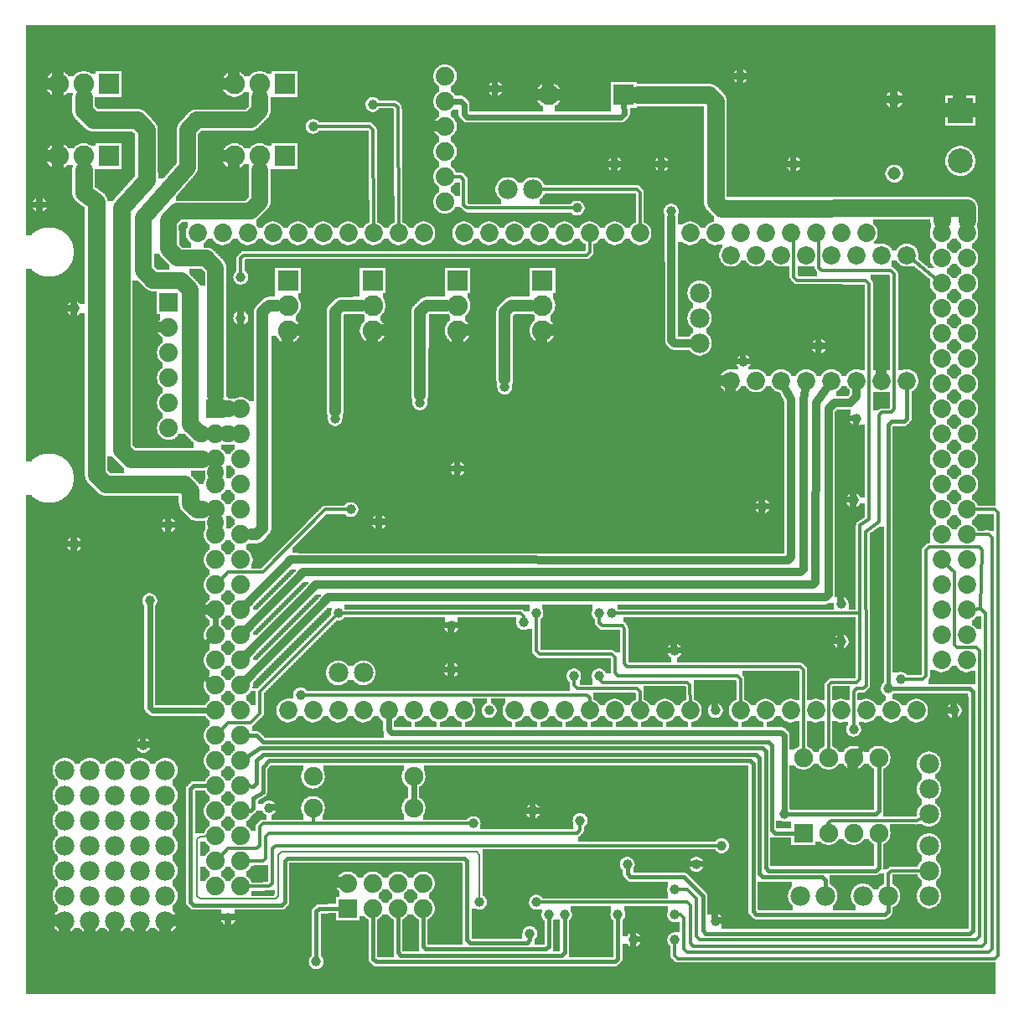
<source format=gbl>
G04 MADE WITH FRITZING*
G04 WWW.FRITZING.ORG*
G04 DOUBLE SIDED*
G04 HOLES PLATED*
G04 CONTOUR ON CENTER OF CONTOUR VECTOR*
%ASAXBY*%
%FSLAX23Y23*%
%MOIN*%
%OFA0B0*%
%SFA1.0B1.0*%
%ADD10C,0.075000*%
%ADD11C,0.074000*%
%ADD12C,0.039370*%
%ADD13C,0.072472*%
%ADD14C,0.072445*%
%ADD15C,0.072417*%
%ADD16C,0.078000*%
%ADD17C,0.072917*%
%ADD18C,0.082000*%
%ADD19C,0.051496*%
%ADD20C,0.099055*%
%ADD21R,0.074000X0.074000*%
%ADD22R,0.075000X0.075000*%
%ADD23R,0.082000X0.082000*%
%ADD24R,0.099055X0.099055*%
%ADD25C,0.024000*%
%ADD26C,0.012000*%
%ADD27C,0.016000*%
%ADD28C,0.070000*%
%ADD29C,0.008000*%
%ADD30C,0.065000*%
%ADD31C,0.032000*%
%ADD32C,0.048000*%
%ADD33R,0.001000X0.001000*%
%LNCOPPER0*%
G90*
G70*
G54D10*
X3563Y2879D03*
X521Y2644D03*
X3314Y2230D03*
X123Y3827D03*
X2158Y1526D03*
X1445Y1412D03*
X3197Y1345D03*
X2959Y1274D03*
X1292Y800D03*
X3152Y870D03*
X3009Y435D03*
X2264Y322D03*
X3530Y937D03*
X1582Y907D03*
X1182Y907D03*
X1582Y782D03*
X1182Y782D03*
G54D11*
X1319Y482D03*
X1419Y482D03*
X1519Y482D03*
X1619Y482D03*
X1319Y382D03*
X1419Y382D03*
X1519Y382D03*
X1619Y382D03*
G54D12*
X232Y1832D03*
X2882Y3695D03*
X1282Y1557D03*
X532Y1607D03*
X2457Y257D03*
X2432Y558D03*
X1732Y1507D03*
X232Y2770D03*
X1907Y3645D03*
X3094Y3345D03*
X2607Y3157D03*
X894Y2895D03*
X2244Y732D03*
X2057Y770D03*
X1194Y170D03*
X1844Y408D03*
X2782Y332D03*
X2807Y632D03*
X3519Y1295D03*
X3282Y1445D03*
X1419Y3582D03*
X1332Y1970D03*
X1444Y1920D03*
X1757Y2132D03*
X1007Y782D03*
G54D13*
X2844Y2482D03*
X3544Y2982D03*
X3444Y2982D03*
X3344Y2982D03*
X3244Y2982D03*
X3144Y2982D03*
G54D14*
X3044Y2982D03*
X2944Y2982D03*
G54D13*
X2844Y2982D03*
G54D14*
X3544Y2482D03*
G54D15*
X3444Y2482D03*
G54D14*
X3344Y2482D03*
G54D13*
X3244Y2482D03*
G54D14*
X3144Y2482D03*
G54D15*
X3044Y2482D03*
X2944Y2482D03*
G54D12*
X2707Y557D03*
X2019Y1520D03*
X2232Y3170D03*
X2070Y407D03*
X2569Y3345D03*
X2382Y3345D03*
X607Y1907D03*
G54D11*
X607Y2794D03*
X607Y2694D03*
X607Y2594D03*
X607Y2494D03*
X607Y2394D03*
X607Y2294D03*
G54D12*
X844Y345D03*
X94Y3182D03*
X2394Y357D03*
X2182Y357D03*
X2119Y357D03*
X2044Y282D03*
X2620Y257D03*
X2619Y357D03*
X2619Y457D03*
X1819Y720D03*
X3469Y1257D03*
X894Y2732D03*
X3344Y2332D03*
X3282Y1595D03*
X2319Y1557D03*
X2619Y1407D03*
X1132Y1232D03*
X2219Y1307D03*
X2069Y1557D03*
X2319Y1307D03*
X2369Y1557D03*
X1732Y1332D03*
X3732Y1170D03*
G54D11*
X1707Y3695D03*
X1707Y3595D03*
X1707Y3495D03*
X1707Y3395D03*
X1707Y3295D03*
X1707Y3195D03*
X1707Y3695D03*
X1707Y3595D03*
X1707Y3495D03*
X1707Y3395D03*
X1707Y3295D03*
X1707Y3195D03*
G54D12*
X3057Y757D03*
X1607Y2395D03*
X1944Y2457D03*
X1269Y2332D03*
X1182Y3495D03*
X3332Y1095D03*
X1882Y1170D03*
X507Y1032D03*
X2782Y1170D03*
X3194Y2620D03*
X2969Y1982D03*
X3332Y2007D03*
G54D16*
X594Y332D03*
X494Y332D03*
X394Y332D03*
X294Y332D03*
X194Y332D03*
X594Y932D03*
X494Y932D03*
X394Y932D03*
X294Y932D03*
X194Y932D03*
X194Y732D03*
X294Y732D03*
X394Y732D03*
X494Y732D03*
X494Y432D03*
X494Y532D03*
X194Y432D03*
X194Y532D03*
X294Y432D03*
X294Y532D03*
X394Y432D03*
X394Y532D03*
X594Y432D03*
X594Y532D03*
X194Y832D03*
X294Y832D03*
X394Y832D03*
X494Y832D03*
X494Y632D03*
X594Y632D03*
X1382Y1320D03*
X1282Y1320D03*
X194Y632D03*
X294Y632D03*
X394Y632D03*
X594Y832D03*
X594Y732D03*
G54D12*
X2894Y2557D03*
G54D10*
X3132Y682D03*
X3132Y982D03*
X3232Y682D03*
X3232Y982D03*
X3332Y682D03*
X3332Y982D03*
X3432Y682D03*
X3432Y982D03*
G54D11*
X894Y2370D03*
X894Y2270D03*
X894Y2170D03*
X894Y2070D03*
X894Y1970D03*
X894Y1870D03*
X894Y1770D03*
X894Y1670D03*
X894Y1570D03*
X894Y1470D03*
X894Y1370D03*
X894Y1270D03*
X894Y1170D03*
X894Y1070D03*
X894Y970D03*
X894Y870D03*
X894Y770D03*
X894Y670D03*
X894Y570D03*
X894Y470D03*
X794Y2370D03*
X794Y2270D03*
X794Y2170D03*
X794Y2070D03*
X794Y1970D03*
X794Y1870D03*
X794Y1770D03*
X794Y1670D03*
X794Y1570D03*
X794Y1470D03*
X794Y1370D03*
X794Y1270D03*
X794Y1170D03*
X794Y1070D03*
X794Y970D03*
X794Y870D03*
X794Y770D03*
X794Y670D03*
X794Y570D03*
X794Y470D03*
G54D17*
X2982Y1170D03*
X1382Y1170D03*
X3082Y1170D03*
X3182Y1170D03*
X3282Y1170D03*
X3382Y1170D03*
X3682Y2570D03*
X3482Y1170D03*
X3582Y1170D03*
X1422Y3070D03*
X1982Y1170D03*
X2082Y1170D03*
X2182Y1170D03*
X2282Y1170D03*
X3682Y1770D03*
X2382Y1170D03*
X2482Y1170D03*
X2582Y1170D03*
X2682Y1170D03*
X2182Y3070D03*
X3682Y2970D03*
X3682Y2170D03*
X3682Y1370D03*
X1022Y3070D03*
X1782Y1170D03*
X1782Y3070D03*
X3682Y2770D03*
X3682Y2370D03*
X3682Y1970D03*
X3382Y3070D03*
X3682Y1570D03*
X3282Y3070D03*
X3182Y3070D03*
X3082Y3070D03*
X2982Y3070D03*
X2882Y3070D03*
X2782Y3070D03*
X2682Y3070D03*
X822Y3070D03*
X1222Y3070D03*
X1622Y3070D03*
X1182Y1170D03*
X1582Y1170D03*
X2382Y3070D03*
X1982Y3070D03*
X3682Y3070D03*
X3682Y2870D03*
X3682Y2670D03*
X3682Y2470D03*
X3682Y2270D03*
X3682Y2070D03*
X3682Y1870D03*
X3682Y1670D03*
X3682Y1470D03*
X722Y3070D03*
X922Y3070D03*
X1122Y3070D03*
X1322Y3070D03*
X1522Y3070D03*
X1082Y1170D03*
X1282Y1170D03*
X1482Y1170D03*
X1682Y1170D03*
X2482Y3070D03*
X2282Y3070D03*
X2082Y3070D03*
X1882Y3070D03*
X3782Y3070D03*
X3782Y2970D03*
X3782Y2870D03*
X3782Y2770D03*
X3782Y2670D03*
X3782Y2570D03*
X3782Y2470D03*
X3782Y2370D03*
X3782Y2270D03*
X3782Y2170D03*
X3782Y2070D03*
X3782Y1970D03*
X3782Y1870D03*
X3782Y1770D03*
X3782Y1670D03*
X3782Y1570D03*
X3782Y1470D03*
X3782Y1370D03*
X2882Y1170D03*
G54D18*
X1419Y2882D03*
X1419Y2782D03*
X1419Y2682D03*
X2094Y2882D03*
X2094Y2782D03*
X2094Y2682D03*
X1757Y2882D03*
X1757Y2782D03*
X1757Y2682D03*
X1082Y2882D03*
X1082Y2782D03*
X1082Y2682D03*
G54D16*
X3632Y432D03*
X3632Y532D03*
X3632Y632D03*
X3632Y957D03*
X3632Y857D03*
X3632Y757D03*
X2057Y3245D03*
X1957Y3245D03*
X2719Y2832D03*
X2719Y2732D03*
X2719Y2632D03*
X3119Y432D03*
X3219Y432D03*
X3469Y432D03*
X3369Y432D03*
G54D18*
X2417Y3620D03*
X2119Y3620D03*
G54D19*
X3494Y3307D03*
X3494Y3603D03*
G54D18*
X369Y3377D03*
X269Y3377D03*
X169Y3377D03*
X1069Y3664D03*
X969Y3664D03*
X869Y3664D03*
X369Y3664D03*
X269Y3664D03*
X169Y3664D03*
X1069Y3377D03*
X969Y3377D03*
X869Y3377D03*
G54D20*
X3757Y3557D03*
X3757Y3357D03*
G54D21*
X1319Y382D03*
X607Y2794D03*
G54D22*
X3132Y682D03*
G54D21*
X794Y2370D03*
G54D23*
X1419Y2882D03*
X2094Y2882D03*
X1757Y2882D03*
X1082Y2882D03*
X2418Y3620D03*
X369Y3377D03*
X1069Y3664D03*
X369Y3664D03*
X1069Y3377D03*
G54D24*
X3757Y3557D03*
G54D25*
X3732Y1082D02*
X3732Y1151D01*
D02*
X3720Y1070D02*
X3732Y1082D01*
D02*
X3407Y1070D02*
X3720Y1070D01*
D02*
X3351Y1004D02*
X3407Y1070D01*
G54D26*
D02*
X1182Y759D02*
X1182Y720D01*
G54D25*
D02*
X1582Y879D02*
X1582Y811D01*
D02*
X545Y1170D02*
X763Y1170D01*
D02*
X532Y1182D02*
X545Y1170D01*
D02*
X532Y1588D02*
X532Y1182D01*
G54D27*
D02*
X3807Y1244D02*
X3807Y295D01*
D02*
X3795Y1257D02*
X3807Y1244D01*
D02*
X3807Y295D02*
X3795Y282D01*
D02*
X2744Y282D02*
X2732Y295D01*
D02*
X2732Y295D02*
X2732Y432D01*
D02*
X2732Y432D02*
X2657Y507D01*
D02*
X3795Y282D02*
X2744Y282D01*
D02*
X2432Y520D02*
X2432Y544D01*
D02*
X2445Y507D02*
X2432Y520D01*
D02*
X2657Y507D02*
X2445Y507D01*
D02*
X3483Y1257D02*
X3795Y1257D01*
G54D25*
D02*
X2407Y3533D02*
X2419Y3545D01*
D02*
X2419Y3545D02*
X2418Y3588D01*
D02*
X1782Y3545D02*
X1794Y3532D01*
D02*
X1794Y3532D02*
X2407Y3533D01*
D02*
X1782Y3582D02*
X1782Y3545D01*
D02*
X1769Y3595D02*
X1782Y3582D01*
D02*
X1738Y3595D02*
X1769Y3595D01*
G54D26*
D02*
X3663Y2885D02*
X3563Y2967D01*
G54D28*
D02*
X2782Y3595D02*
X2757Y3620D01*
D02*
X2782Y3194D02*
X2782Y3595D01*
D02*
X2757Y3620D02*
X2472Y3620D01*
D02*
X2807Y3169D02*
X2782Y3194D01*
D02*
X3682Y3170D02*
X2807Y3169D01*
D02*
X3682Y3122D02*
X3682Y3170D01*
D02*
X3682Y3170D02*
X3782Y3170D01*
D02*
X3782Y3170D02*
X3782Y3122D01*
G54D26*
D02*
X2232Y683D02*
X2245Y695D01*
D02*
X2245Y695D02*
X2245Y719D01*
D02*
X1007Y683D02*
X2232Y683D01*
D02*
X994Y669D02*
X1007Y683D01*
D02*
X994Y583D02*
X994Y669D01*
D02*
X982Y570D02*
X994Y583D01*
D02*
X920Y570D02*
X982Y570D01*
G54D27*
D02*
X1207Y382D02*
X1195Y370D01*
D02*
X1195Y370D02*
X1194Y183D01*
D02*
X1294Y382D02*
X1207Y382D01*
G54D29*
D02*
X1045Y595D02*
X1045Y432D01*
D02*
X1045Y432D02*
X1032Y420D01*
D02*
X1032Y420D02*
X732Y420D01*
D02*
X1057Y607D02*
X1045Y595D01*
D02*
X1832Y607D02*
X1057Y607D01*
D02*
X732Y420D02*
X719Y432D01*
D02*
X1845Y595D02*
X1832Y607D01*
D02*
X1844Y421D02*
X1845Y595D01*
D02*
X719Y432D02*
X720Y657D01*
D02*
X720Y657D02*
X732Y669D01*
D02*
X732Y669D02*
X769Y670D01*
G54D26*
D02*
X2793Y632D02*
X1032Y632D01*
D02*
X1032Y632D02*
X1019Y620D01*
D02*
X1019Y620D02*
X1019Y482D01*
D02*
X1019Y482D02*
X1007Y470D01*
D02*
X1007Y470D02*
X920Y470D01*
D02*
X3533Y1295D02*
X3607Y1295D01*
D02*
X3620Y1307D02*
X3620Y1807D01*
D02*
X3620Y1807D02*
X3632Y1820D01*
D02*
X3607Y1295D02*
X3620Y1307D01*
D02*
X3632Y1820D02*
X3832Y1821D01*
D02*
X3832Y1821D02*
X3844Y1807D01*
D02*
X3844Y1807D02*
X3838Y1575D01*
D02*
X3806Y1572D02*
X3838Y1575D01*
D02*
X3838Y1575D02*
X3857Y1557D01*
D02*
X3857Y1557D02*
X3857Y245D01*
D02*
X3857Y245D02*
X3844Y232D01*
D02*
X3844Y232D02*
X2695Y232D01*
D02*
X2695Y232D02*
X2682Y245D01*
D02*
X2682Y245D02*
X2682Y395D01*
D02*
X2682Y395D02*
X2670Y407D01*
D02*
X2670Y407D02*
X2083Y407D01*
D02*
X1519Y3570D02*
X1522Y3094D01*
D02*
X1506Y3582D02*
X1519Y3570D01*
D02*
X1433Y3582D02*
X1506Y3582D01*
D02*
X1231Y1970D02*
X1318Y1970D01*
D02*
X982Y1720D02*
X1231Y1970D01*
D02*
X845Y1720D02*
X982Y1720D01*
D02*
X813Y1688D02*
X845Y1720D01*
G54D30*
D02*
X841Y2370D02*
X848Y2370D01*
D02*
X794Y2423D02*
X794Y2933D01*
D02*
X757Y2970D02*
X644Y2970D01*
D02*
X794Y2933D02*
X757Y2970D01*
D02*
X644Y2970D02*
X607Y3008D01*
D02*
X607Y3008D02*
X606Y3120D01*
D02*
X606Y3120D02*
X644Y3157D01*
D02*
X644Y3157D02*
X932Y3157D01*
D02*
X932Y3157D02*
X970Y3195D01*
D02*
X970Y3195D02*
X970Y3322D01*
G54D26*
D02*
X845Y1121D02*
X933Y1121D01*
D02*
X969Y1157D02*
X970Y1245D01*
D02*
X970Y1245D02*
X1272Y1548D01*
D02*
X933Y1121D02*
X969Y1157D01*
D02*
X2019Y1545D02*
X2019Y1533D01*
D02*
X2007Y1557D02*
X2019Y1545D01*
D02*
X1295Y1557D02*
X2007Y1557D01*
D02*
X812Y1088D02*
X845Y1121D01*
D02*
X2218Y3170D02*
X1795Y3170D01*
D02*
X1781Y3282D02*
X1769Y3295D01*
D02*
X1781Y3183D02*
X1781Y3282D01*
D02*
X1795Y3170D02*
X1781Y3183D01*
D02*
X1769Y3295D02*
X1732Y3295D01*
G54D25*
D02*
X732Y1420D02*
X732Y1319D01*
D02*
X732Y1319D02*
X770Y1289D01*
D02*
X770Y1450D02*
X732Y1420D01*
D02*
X794Y1501D02*
X794Y1539D01*
G54D26*
D02*
X2470Y3245D02*
X2081Y3245D01*
D02*
X2482Y3232D02*
X2470Y3245D01*
D02*
X2482Y3070D02*
X2482Y3232D01*
D02*
X2507Y3070D02*
X2482Y3070D01*
G54D30*
D02*
X794Y1916D02*
X794Y1923D01*
D02*
X794Y2116D02*
X794Y2123D01*
D02*
X848Y2270D02*
X841Y2270D01*
G54D27*
D02*
X2394Y182D02*
X2394Y344D01*
D02*
X2382Y170D02*
X2394Y182D01*
D02*
X1419Y182D02*
X1432Y170D01*
D02*
X1432Y170D02*
X2382Y170D01*
D02*
X1419Y357D02*
X1419Y182D01*
D02*
X2182Y207D02*
X2182Y344D01*
D02*
X2170Y194D02*
X2182Y207D01*
D02*
X1519Y207D02*
X1531Y195D01*
D02*
X1531Y195D02*
X2170Y194D01*
D02*
X1519Y357D02*
X1519Y207D01*
D02*
X2119Y233D02*
X2119Y344D01*
D02*
X2107Y220D02*
X2119Y233D01*
D02*
X1631Y220D02*
X2107Y220D01*
D02*
X1620Y232D02*
X1631Y220D01*
D02*
X1619Y357D02*
X1620Y232D01*
D02*
X2044Y258D02*
X2032Y245D01*
D02*
X2044Y269D02*
X2044Y258D01*
D02*
X1069Y570D02*
X1069Y408D01*
D02*
X1795Y257D02*
X1795Y570D01*
D02*
X1795Y570D02*
X1782Y582D01*
D02*
X1069Y408D02*
X1057Y394D01*
D02*
X1081Y582D02*
X1069Y570D01*
D02*
X1782Y582D02*
X1081Y582D01*
D02*
X1807Y245D02*
X1795Y257D01*
D02*
X2032Y245D02*
X1807Y245D01*
D02*
X707Y394D02*
X694Y408D01*
D02*
X694Y408D02*
X694Y858D01*
D02*
X1057Y394D02*
X707Y394D01*
D02*
X694Y858D02*
X707Y870D01*
D02*
X707Y870D02*
X769Y870D01*
G54D26*
D02*
X2707Y420D02*
X2707Y270D01*
D02*
X2707Y270D02*
X2720Y257D01*
D02*
X2720Y257D02*
X3820Y257D01*
D02*
X2670Y457D02*
X2707Y420D01*
D02*
X2633Y457D02*
X2670Y457D01*
D02*
X3820Y257D02*
X3832Y270D01*
D02*
X3832Y270D02*
X3832Y808D01*
D02*
X3832Y808D02*
X3832Y1407D01*
D02*
X3832Y1407D02*
X3820Y1420D01*
D02*
X3820Y1420D02*
X3744Y1420D01*
D02*
X3744Y1420D02*
X3732Y1432D01*
D02*
X3732Y1432D02*
X3732Y1720D01*
D02*
X3732Y1720D02*
X3699Y1752D01*
D02*
X1182Y720D02*
X982Y720D01*
D02*
X1806Y720D02*
X1182Y720D01*
G54D27*
D02*
X3470Y2307D02*
X3469Y1271D01*
D02*
X3482Y2320D02*
X3470Y2307D01*
D02*
X3532Y2320D02*
X3482Y2320D01*
D02*
X3544Y2332D02*
X3532Y2320D01*
D02*
X3544Y2458D02*
X3544Y2332D01*
G54D26*
D02*
X3582Y732D02*
X3610Y746D01*
D02*
X3244Y732D02*
X3582Y732D01*
D02*
X3231Y720D02*
X3244Y732D01*
D02*
X3232Y705D02*
X3231Y720D01*
D02*
X894Y2970D02*
X894Y2908D01*
D02*
X907Y2983D02*
X894Y2970D01*
D02*
X2270Y2982D02*
X907Y2983D01*
D02*
X2283Y2995D02*
X2270Y2982D01*
D02*
X2282Y3045D02*
X2283Y2995D01*
G54D31*
D02*
X3220Y1620D02*
X1245Y1620D01*
D02*
X920Y1296D02*
X1245Y1620D01*
D02*
X1195Y1670D02*
X3169Y1670D01*
D02*
X920Y1396D02*
X1195Y1670D01*
D02*
X1144Y1720D02*
X3120Y1720D01*
D02*
X920Y1496D02*
X1144Y1720D01*
D02*
X1094Y1770D02*
X3069Y1769D01*
D02*
X920Y1596D02*
X1094Y1770D01*
G54D26*
D02*
X2383Y1557D02*
X3357Y1557D01*
G54D31*
D02*
X2608Y2644D02*
X2607Y3133D01*
D02*
X2619Y2632D02*
X2608Y2644D01*
D02*
X2684Y2632D02*
X2619Y2632D01*
G54D26*
D02*
X2332Y1282D02*
X2669Y1282D01*
D02*
X2319Y1295D02*
X2332Y1282D01*
D02*
X2669Y1282D02*
X2681Y1270D01*
D02*
X2681Y1270D02*
X2682Y1194D01*
D02*
X2320Y1294D02*
X2319Y1295D01*
D02*
X2482Y1245D02*
X2482Y1194D01*
D02*
X2232Y1257D02*
X2470Y1257D01*
D02*
X2470Y1257D02*
X2482Y1245D01*
D02*
X2219Y1270D02*
X2232Y1257D01*
D02*
X2219Y1294D02*
X2219Y1270D01*
D02*
X3357Y1295D02*
X3345Y1283D01*
D02*
X3232Y1270D02*
X3232Y1005D01*
D02*
X3244Y1283D02*
X3232Y1270D01*
D02*
X3345Y1283D02*
X3244Y1283D01*
D02*
X3357Y1557D02*
X3357Y1295D01*
D02*
X3357Y1907D02*
X3357Y1557D01*
D02*
X3395Y1932D02*
X3357Y1907D01*
D02*
X3394Y2869D02*
X3395Y1932D01*
D02*
X3381Y2882D02*
X3394Y2869D01*
D02*
X3107Y2882D02*
X3381Y2882D01*
D02*
X3095Y2894D02*
X3107Y2882D01*
D02*
X3095Y3070D02*
X3095Y2894D01*
D02*
X3107Y3070D02*
X3095Y3070D01*
D02*
X969Y632D02*
X957Y620D01*
D02*
X969Y708D02*
X969Y632D01*
D02*
X982Y720D02*
X969Y708D01*
D02*
X844Y620D02*
X812Y588D01*
D02*
X957Y620D02*
X844Y620D01*
D02*
X2069Y1544D02*
X2069Y1407D01*
D02*
X2882Y1295D02*
X2882Y1194D01*
D02*
X2869Y1308D02*
X2882Y1295D01*
D02*
X2395Y1308D02*
X2869Y1308D01*
D02*
X2382Y1320D02*
X2395Y1308D01*
D02*
X2382Y1382D02*
X2382Y1320D01*
D02*
X2369Y1395D02*
X2382Y1382D01*
D02*
X2082Y1395D02*
X2369Y1395D01*
D02*
X2069Y1407D02*
X2082Y1395D01*
G54D27*
D02*
X3432Y770D02*
X3432Y959D01*
D02*
X3420Y757D02*
X3432Y770D01*
G54D25*
D02*
X3057Y1070D02*
X3057Y776D01*
G54D27*
D02*
X3420Y757D02*
X3070Y757D01*
G54D26*
D02*
X3470Y520D02*
X3482Y532D01*
D02*
X3482Y532D02*
X3607Y532D01*
D02*
X3469Y457D02*
X3470Y520D01*
G54D25*
D02*
X1794Y1083D02*
X1494Y1083D01*
D02*
X3045Y1083D02*
X1794Y1083D01*
D02*
X3057Y1070D02*
X3045Y1083D01*
D02*
X1482Y1094D02*
X1494Y1083D01*
D02*
X1482Y1140D02*
X1482Y1094D01*
G54D32*
D02*
X1294Y2782D02*
X1269Y2758D01*
D02*
X1269Y2758D02*
X1269Y2362D01*
D02*
X1376Y2782D02*
X1294Y2782D01*
D02*
X957Y1870D02*
X937Y1870D01*
D02*
X981Y1895D02*
X957Y1870D01*
D02*
X981Y2757D02*
X981Y1895D01*
D02*
X1006Y2782D02*
X981Y2757D01*
D02*
X1039Y2782D02*
X1006Y2782D01*
D02*
X1632Y2782D02*
X1714Y2782D01*
D02*
X1607Y2757D02*
X1632Y2782D01*
D02*
X1607Y2425D02*
X1607Y2757D01*
D02*
X1969Y2782D02*
X1944Y2757D01*
D02*
X1944Y2757D02*
X1944Y2487D01*
D02*
X2051Y2782D02*
X1969Y2782D01*
G54D31*
D02*
X3344Y2420D02*
X3344Y2447D01*
D02*
X3320Y2395D02*
X3344Y2420D01*
D02*
X3257Y2395D02*
X3320Y2395D01*
D02*
X3232Y2370D02*
X3257Y2395D01*
D02*
X3232Y1633D02*
X3232Y2370D01*
D02*
X3220Y1620D02*
X3232Y1633D01*
D02*
X3182Y2395D02*
X3224Y2453D01*
D02*
X3181Y1682D02*
X3182Y2395D01*
D02*
X3169Y1670D02*
X3181Y1682D01*
D02*
X3069Y1769D02*
X3082Y1783D01*
D02*
X3082Y1783D02*
X3082Y2407D01*
D02*
X3082Y2407D02*
X3060Y2451D01*
D02*
X3120Y1720D02*
X3132Y1732D01*
D02*
X3132Y1732D02*
X3132Y2407D01*
D02*
X3132Y2407D02*
X3139Y2447D01*
G54D26*
D02*
X3132Y1332D02*
X3120Y1344D01*
D02*
X2419Y1495D02*
X2412Y1507D01*
D02*
X2419Y1357D02*
X2419Y1495D01*
D02*
X2431Y1344D02*
X2419Y1357D01*
D02*
X2332Y1507D02*
X2320Y1519D01*
D02*
X2320Y1519D02*
X2320Y1544D01*
D02*
X2412Y1507D02*
X2332Y1507D01*
D02*
X3120Y1344D02*
X2431Y1344D01*
D02*
X3132Y1005D02*
X3132Y1332D01*
G54D30*
D02*
X656Y2882D02*
X544Y2882D01*
D02*
X694Y2845D02*
X656Y2882D01*
D02*
X544Y2882D02*
X507Y2920D01*
D02*
X507Y2920D02*
X507Y3132D01*
D02*
X694Y2307D02*
X694Y2845D01*
D02*
X732Y2270D02*
X694Y2307D01*
D02*
X507Y3132D02*
X682Y3333D01*
D02*
X741Y2270D02*
X732Y2270D01*
D02*
X970Y3558D02*
X970Y3610D01*
D02*
X932Y3520D02*
X970Y3558D01*
D02*
X682Y3482D02*
X719Y3520D01*
D02*
X719Y3520D02*
X932Y3520D01*
D02*
X682Y3333D02*
X682Y3482D01*
G54D28*
D02*
X420Y2207D02*
X419Y3170D01*
D02*
X457Y2170D02*
X420Y2207D01*
D02*
X269Y3558D02*
X269Y3610D01*
D02*
X482Y3520D02*
X307Y3520D01*
D02*
X519Y3482D02*
X482Y3520D01*
D02*
X307Y3520D02*
X269Y3558D01*
D02*
X520Y3282D02*
X519Y3482D01*
D02*
X419Y3170D02*
X520Y3282D01*
D02*
X741Y2170D02*
X457Y2170D01*
D02*
X357Y2070D02*
X320Y2107D01*
D02*
X670Y2070D02*
X357Y2070D01*
D02*
X320Y2107D02*
X319Y3194D01*
D02*
X694Y1995D02*
X694Y2045D01*
D02*
X694Y2045D02*
X670Y2070D01*
D02*
X719Y1970D02*
X694Y1995D01*
D02*
X741Y1970D02*
X719Y1970D01*
D02*
X269Y3232D02*
X269Y3322D01*
D02*
X319Y3194D02*
X269Y3232D01*
G54D26*
D02*
X1407Y3495D02*
X1195Y3495D01*
D02*
X1419Y3482D02*
X1407Y3495D01*
D02*
X1422Y3094D02*
X1419Y3482D01*
D02*
X1532Y3070D02*
X1522Y3070D01*
D02*
X3382Y1269D02*
X3369Y1257D01*
D02*
X3381Y1883D02*
X3382Y1269D01*
D02*
X3344Y1257D02*
X3332Y1245D01*
D02*
X3369Y1257D02*
X3344Y1257D01*
D02*
X3332Y1245D02*
X3332Y1108D01*
D02*
X3432Y1920D02*
X3381Y1883D01*
D02*
X3432Y2345D02*
X3432Y1920D01*
D02*
X3482Y2357D02*
X3444Y2357D01*
D02*
X3444Y2357D02*
X3432Y2345D01*
D02*
X3495Y2370D02*
X3482Y2357D01*
D02*
X3494Y2907D02*
X3495Y2370D01*
D02*
X3481Y2920D02*
X3494Y2907D01*
D02*
X3207Y2920D02*
X3481Y2920D01*
D02*
X3195Y2932D02*
X3207Y2920D01*
D02*
X3194Y3070D02*
X3195Y2932D01*
D02*
X3207Y3070D02*
X3194Y3070D01*
G54D27*
D02*
X3470Y370D02*
X3469Y408D01*
D02*
X3457Y358D02*
X3470Y370D01*
D02*
X2944Y358D02*
X3457Y358D01*
D02*
X2932Y370D02*
X2944Y358D01*
D02*
X1920Y995D02*
X2945Y995D01*
D02*
X2956Y982D02*
X2956Y520D01*
D02*
X2956Y520D02*
X2969Y507D01*
D02*
X2945Y995D02*
X2956Y982D01*
D02*
X2969Y507D02*
X3206Y507D01*
D02*
X3206Y507D02*
X3220Y495D01*
D02*
X3220Y495D02*
X3219Y457D01*
D02*
X957Y882D02*
X957Y970D01*
D02*
X957Y970D02*
X982Y994D01*
D02*
X945Y869D02*
X957Y882D01*
D02*
X982Y994D02*
X1920Y995D01*
D02*
X920Y870D02*
X945Y869D01*
D02*
X945Y782D02*
X932Y770D01*
D02*
X945Y820D02*
X945Y782D01*
D02*
X982Y845D02*
X945Y820D01*
D02*
X982Y945D02*
X982Y845D01*
D02*
X2919Y970D02*
X1006Y970D01*
D02*
X2932Y957D02*
X2919Y970D01*
D02*
X1006Y970D02*
X982Y945D01*
D02*
X932Y770D02*
X920Y770D01*
D02*
X2932Y370D02*
X2932Y957D01*
G54D26*
D02*
X3869Y207D02*
X3882Y220D01*
D02*
X3869Y1870D02*
X3807Y1870D01*
D02*
X2644Y358D02*
X2656Y345D01*
D02*
X2656Y345D02*
X2656Y220D01*
D02*
X2656Y220D02*
X2670Y207D01*
D02*
X2670Y207D02*
X3869Y207D01*
D02*
X2633Y357D02*
X2644Y358D01*
D02*
X3882Y220D02*
X3882Y1857D01*
D02*
X3882Y1857D02*
X3869Y1870D01*
D02*
X3907Y195D02*
X3907Y1957D01*
D02*
X3907Y1957D02*
X3895Y1970D01*
D02*
X2619Y195D02*
X2632Y183D01*
D02*
X2632Y183D02*
X3894Y182D01*
D02*
X2620Y243D02*
X2619Y195D01*
D02*
X3894Y182D02*
X3907Y195D01*
D02*
X3895Y1970D02*
X3807Y1970D01*
G54D27*
D02*
X3006Y694D02*
X3019Y683D01*
D02*
X3019Y683D02*
X3109Y682D01*
D02*
X3006Y1033D02*
X3006Y694D01*
D02*
X2995Y1045D02*
X3006Y1033D01*
D02*
X982Y1045D02*
X2995Y1045D01*
D02*
X957Y1070D02*
X982Y1045D01*
D02*
X920Y1070D02*
X957Y1070D01*
D02*
X2995Y532D02*
X3419Y532D01*
D02*
X2982Y1007D02*
X2982Y545D01*
D02*
X2982Y545D02*
X2995Y532D01*
D02*
X2970Y1020D02*
X2982Y1007D01*
D02*
X1857Y1020D02*
X2970Y1020D01*
D02*
X969Y1020D02*
X1857Y1020D01*
D02*
X3432Y544D02*
X3432Y659D01*
D02*
X3419Y532D02*
X3432Y544D01*
D02*
X916Y984D02*
X969Y1020D01*
G54D26*
D02*
X2282Y1220D02*
X2269Y1232D01*
D02*
X2282Y1194D02*
X2282Y1220D01*
D02*
X2269Y1232D02*
X1145Y1232D01*
G36*
X1746Y3271D02*
X1746Y3267D01*
X1744Y3267D01*
X1744Y3265D01*
X1742Y3265D01*
X1742Y3263D01*
X1740Y3263D01*
X1740Y3261D01*
X1738Y3261D01*
X1738Y3259D01*
X1736Y3259D01*
X1736Y3257D01*
X1734Y3257D01*
X1734Y3255D01*
X1730Y3255D01*
X1730Y3235D01*
X1732Y3235D01*
X1732Y3233D01*
X1736Y3233D01*
X1736Y3231D01*
X1738Y3231D01*
X1738Y3229D01*
X1740Y3229D01*
X1740Y3227D01*
X1742Y3227D01*
X1742Y3225D01*
X1744Y3225D01*
X1744Y3223D01*
X1746Y3223D01*
X1746Y3219D01*
X1766Y3219D01*
X1766Y3271D01*
X1746Y3271D01*
G37*
D02*
G36*
X3410Y3125D02*
X3410Y3105D01*
X3414Y3105D01*
X3414Y3103D01*
X3416Y3103D01*
X3416Y3099D01*
X3418Y3099D01*
X3418Y3097D01*
X3420Y3097D01*
X3420Y3095D01*
X3422Y3095D01*
X3422Y3091D01*
X3424Y3091D01*
X3424Y3087D01*
X3426Y3087D01*
X3426Y3081D01*
X3428Y3081D01*
X3428Y3059D01*
X3426Y3059D01*
X3426Y3053D01*
X3424Y3053D01*
X3424Y3049D01*
X3422Y3049D01*
X3422Y3045D01*
X3420Y3045D01*
X3420Y3043D01*
X3418Y3043D01*
X3418Y3039D01*
X3416Y3039D01*
X3416Y3037D01*
X3414Y3037D01*
X3414Y3029D01*
X3550Y3029D01*
X3550Y3027D01*
X3558Y3027D01*
X3558Y3025D01*
X3564Y3025D01*
X3564Y3023D01*
X3568Y3023D01*
X3568Y3021D01*
X3570Y3021D01*
X3570Y3019D01*
X3574Y3019D01*
X3574Y3017D01*
X3576Y3017D01*
X3576Y3015D01*
X3578Y3015D01*
X3578Y3013D01*
X3580Y3013D01*
X3580Y3011D01*
X3582Y3011D01*
X3582Y3007D01*
X3584Y3007D01*
X3584Y3003D01*
X3586Y3003D01*
X3586Y3001D01*
X3588Y3001D01*
X3588Y2993D01*
X3590Y2993D01*
X3590Y2965D01*
X3592Y2965D01*
X3592Y2963D01*
X3594Y2963D01*
X3594Y2961D01*
X3596Y2961D01*
X3596Y2959D01*
X3600Y2959D01*
X3600Y2957D01*
X3602Y2957D01*
X3602Y2955D01*
X3604Y2955D01*
X3604Y2953D01*
X3606Y2953D01*
X3606Y2951D01*
X3610Y2951D01*
X3610Y2949D01*
X3612Y2949D01*
X3612Y2947D01*
X3614Y2947D01*
X3614Y2945D01*
X3616Y2945D01*
X3616Y2943D01*
X3618Y2943D01*
X3618Y2941D01*
X3622Y2941D01*
X3622Y2939D01*
X3624Y2939D01*
X3624Y2937D01*
X3626Y2937D01*
X3626Y2935D01*
X3628Y2935D01*
X3628Y2933D01*
X3632Y2933D01*
X3632Y2931D01*
X3652Y2931D01*
X3652Y2935D01*
X3650Y2935D01*
X3650Y2937D01*
X3648Y2937D01*
X3648Y2939D01*
X3646Y2939D01*
X3646Y2941D01*
X3644Y2941D01*
X3644Y2945D01*
X3642Y2945D01*
X3642Y2949D01*
X3640Y2949D01*
X3640Y2953D01*
X3638Y2953D01*
X3638Y2959D01*
X3636Y2959D01*
X3636Y2981D01*
X3638Y2981D01*
X3638Y2987D01*
X3640Y2987D01*
X3640Y2991D01*
X3642Y2991D01*
X3642Y2995D01*
X3644Y2995D01*
X3644Y2997D01*
X3646Y2997D01*
X3646Y3001D01*
X3648Y3001D01*
X3648Y3003D01*
X3650Y3003D01*
X3650Y3005D01*
X3654Y3005D01*
X3654Y3007D01*
X3656Y3007D01*
X3656Y3009D01*
X3660Y3009D01*
X3660Y3029D01*
X3658Y3029D01*
X3658Y3031D01*
X3656Y3031D01*
X3656Y3033D01*
X3652Y3033D01*
X3652Y3035D01*
X3650Y3035D01*
X3650Y3037D01*
X3648Y3037D01*
X3648Y3039D01*
X3646Y3039D01*
X3646Y3041D01*
X3644Y3041D01*
X3644Y3045D01*
X3642Y3045D01*
X3642Y3049D01*
X3640Y3049D01*
X3640Y3053D01*
X3638Y3053D01*
X3638Y3059D01*
X3636Y3059D01*
X3636Y3081D01*
X3638Y3081D01*
X3638Y3087D01*
X3640Y3087D01*
X3640Y3111D01*
X3638Y3111D01*
X3638Y3125D01*
X3410Y3125D01*
G37*
D02*
G36*
X3414Y3029D02*
X3414Y3027D01*
X3438Y3027D01*
X3438Y3029D01*
X3414Y3029D01*
G37*
D02*
G36*
X3450Y3029D02*
X3450Y3027D01*
X3458Y3027D01*
X3458Y3025D01*
X3464Y3025D01*
X3464Y3023D01*
X3468Y3023D01*
X3468Y3021D01*
X3470Y3021D01*
X3470Y3019D01*
X3474Y3019D01*
X3474Y3017D01*
X3476Y3017D01*
X3476Y3015D01*
X3478Y3015D01*
X3478Y3013D01*
X3480Y3013D01*
X3480Y3011D01*
X3482Y3011D01*
X3482Y3007D01*
X3484Y3007D01*
X3484Y3003D01*
X3504Y3003D01*
X3504Y3007D01*
X3506Y3007D01*
X3506Y3009D01*
X3508Y3009D01*
X3508Y3011D01*
X3510Y3011D01*
X3510Y3015D01*
X3512Y3015D01*
X3512Y3017D01*
X3516Y3017D01*
X3516Y3019D01*
X3518Y3019D01*
X3518Y3021D01*
X3522Y3021D01*
X3522Y3023D01*
X3524Y3023D01*
X3524Y3025D01*
X3530Y3025D01*
X3530Y3027D01*
X3538Y3027D01*
X3538Y3029D01*
X3450Y3029D01*
G37*
D02*
G36*
X660Y3115D02*
X660Y3113D01*
X658Y3113D01*
X658Y3111D01*
X656Y3111D01*
X656Y3109D01*
X654Y3109D01*
X654Y3107D01*
X652Y3107D01*
X652Y3105D01*
X650Y3105D01*
X650Y3103D01*
X648Y3103D01*
X648Y3081D01*
X650Y3081D01*
X650Y3023D01*
X652Y3023D01*
X652Y3021D01*
X654Y3021D01*
X654Y3019D01*
X656Y3019D01*
X656Y3017D01*
X658Y3017D01*
X658Y3015D01*
X660Y3015D01*
X660Y3013D01*
X696Y3013D01*
X696Y3033D01*
X692Y3033D01*
X692Y3035D01*
X690Y3035D01*
X690Y3037D01*
X688Y3037D01*
X688Y3039D01*
X686Y3039D01*
X686Y3041D01*
X684Y3041D01*
X684Y3045D01*
X682Y3045D01*
X682Y3049D01*
X680Y3049D01*
X680Y3051D01*
X678Y3051D01*
X678Y3059D01*
X676Y3059D01*
X676Y3081D01*
X678Y3081D01*
X678Y3087D01*
X680Y3087D01*
X680Y3091D01*
X682Y3091D01*
X682Y3095D01*
X684Y3095D01*
X684Y3115D01*
X660Y3115D01*
G37*
D02*
G36*
X3722Y3049D02*
X3722Y3045D01*
X3720Y3045D01*
X3720Y3043D01*
X3718Y3043D01*
X3718Y3039D01*
X3716Y3039D01*
X3716Y3037D01*
X3714Y3037D01*
X3714Y3035D01*
X3712Y3035D01*
X3712Y3033D01*
X3708Y3033D01*
X3708Y3031D01*
X3706Y3031D01*
X3706Y3029D01*
X3704Y3029D01*
X3704Y3009D01*
X3708Y3009D01*
X3708Y3007D01*
X3710Y3007D01*
X3710Y3005D01*
X3714Y3005D01*
X3714Y3003D01*
X3716Y3003D01*
X3716Y2999D01*
X3718Y2999D01*
X3718Y2997D01*
X3720Y2997D01*
X3720Y2995D01*
X3722Y2995D01*
X3722Y2991D01*
X3742Y2991D01*
X3742Y2995D01*
X3744Y2995D01*
X3744Y2997D01*
X3746Y2997D01*
X3746Y3001D01*
X3748Y3001D01*
X3748Y3003D01*
X3750Y3003D01*
X3750Y3005D01*
X3754Y3005D01*
X3754Y3007D01*
X3756Y3007D01*
X3756Y3009D01*
X3760Y3009D01*
X3760Y3029D01*
X3758Y3029D01*
X3758Y3031D01*
X3756Y3031D01*
X3756Y3033D01*
X3752Y3033D01*
X3752Y3035D01*
X3750Y3035D01*
X3750Y3037D01*
X3748Y3037D01*
X3748Y3039D01*
X3746Y3039D01*
X3746Y3041D01*
X3744Y3041D01*
X3744Y3045D01*
X3742Y3045D01*
X3742Y3049D01*
X3722Y3049D01*
G37*
D02*
G36*
X550Y2989D02*
X550Y2935D01*
X552Y2935D01*
X552Y2933D01*
X554Y2933D01*
X554Y2931D01*
X556Y2931D01*
X556Y2929D01*
X558Y2929D01*
X558Y2927D01*
X560Y2927D01*
X560Y2925D01*
X610Y2925D01*
X610Y2945D01*
X608Y2945D01*
X608Y2947D01*
X606Y2947D01*
X606Y2949D01*
X604Y2949D01*
X604Y2951D01*
X602Y2951D01*
X602Y2953D01*
X600Y2953D01*
X600Y2955D01*
X598Y2955D01*
X598Y2957D01*
X596Y2957D01*
X596Y2959D01*
X594Y2959D01*
X594Y2961D01*
X592Y2961D01*
X592Y2963D01*
X590Y2963D01*
X590Y2965D01*
X588Y2965D01*
X588Y2967D01*
X586Y2967D01*
X586Y2969D01*
X584Y2969D01*
X584Y2971D01*
X582Y2971D01*
X582Y2973D01*
X580Y2973D01*
X580Y2975D01*
X578Y2975D01*
X578Y2977D01*
X576Y2977D01*
X576Y2979D01*
X574Y2979D01*
X574Y2983D01*
X572Y2983D01*
X572Y2985D01*
X570Y2985D01*
X570Y2989D01*
X550Y2989D01*
G37*
D02*
G36*
X3484Y2961D02*
X3484Y2957D01*
X3482Y2957D01*
X3482Y2935D01*
X3490Y2935D01*
X3490Y2933D01*
X3492Y2933D01*
X3492Y2931D01*
X3494Y2931D01*
X3494Y2929D01*
X3496Y2929D01*
X3496Y2927D01*
X3498Y2927D01*
X3498Y2925D01*
X3500Y2925D01*
X3500Y2923D01*
X3502Y2923D01*
X3502Y2921D01*
X3504Y2921D01*
X3504Y2919D01*
X3506Y2919D01*
X3506Y2917D01*
X3508Y2917D01*
X3508Y2913D01*
X3510Y2913D01*
X3510Y2529D01*
X3550Y2529D01*
X3550Y2527D01*
X3558Y2527D01*
X3558Y2525D01*
X3564Y2525D01*
X3564Y2523D01*
X3568Y2523D01*
X3568Y2521D01*
X3570Y2521D01*
X3570Y2519D01*
X3574Y2519D01*
X3574Y2517D01*
X3576Y2517D01*
X3576Y2515D01*
X3578Y2515D01*
X3578Y2513D01*
X3580Y2513D01*
X3580Y2511D01*
X3582Y2511D01*
X3582Y2507D01*
X3584Y2507D01*
X3584Y2503D01*
X3586Y2503D01*
X3586Y2501D01*
X3588Y2501D01*
X3588Y2493D01*
X3590Y2493D01*
X3590Y2471D01*
X3588Y2471D01*
X3588Y2465D01*
X3586Y2465D01*
X3586Y2461D01*
X3584Y2461D01*
X3584Y2457D01*
X3582Y2457D01*
X3582Y2455D01*
X3580Y2455D01*
X3580Y2453D01*
X3578Y2453D01*
X3578Y2449D01*
X3576Y2449D01*
X3576Y2447D01*
X3572Y2447D01*
X3572Y2445D01*
X3570Y2445D01*
X3570Y2443D01*
X3566Y2443D01*
X3566Y2441D01*
X3562Y2441D01*
X3562Y2325D01*
X3560Y2325D01*
X3560Y2323D01*
X3558Y2323D01*
X3558Y2319D01*
X3556Y2319D01*
X3556Y2317D01*
X3554Y2317D01*
X3554Y2315D01*
X3552Y2315D01*
X3552Y2313D01*
X3550Y2313D01*
X3550Y2311D01*
X3548Y2311D01*
X3548Y2309D01*
X3546Y2309D01*
X3546Y2307D01*
X3542Y2307D01*
X3542Y2305D01*
X3540Y2305D01*
X3540Y2303D01*
X3490Y2303D01*
X3490Y2301D01*
X3488Y2301D01*
X3488Y1325D01*
X3524Y1325D01*
X3524Y1323D01*
X3532Y1323D01*
X3532Y1321D01*
X3534Y1321D01*
X3534Y1319D01*
X3538Y1319D01*
X3538Y1317D01*
X3540Y1317D01*
X3540Y1315D01*
X3542Y1315D01*
X3542Y1313D01*
X3544Y1313D01*
X3544Y1311D01*
X3602Y1311D01*
X3602Y1313D01*
X3604Y1313D01*
X3604Y1815D01*
X3606Y1815D01*
X3606Y1817D01*
X3608Y1817D01*
X3608Y1819D01*
X3610Y1819D01*
X3610Y1821D01*
X3612Y1821D01*
X3612Y1823D01*
X3614Y1823D01*
X3614Y1825D01*
X3616Y1825D01*
X3616Y1827D01*
X3618Y1827D01*
X3618Y1829D01*
X3620Y1829D01*
X3620Y1831D01*
X3622Y1831D01*
X3622Y1833D01*
X3624Y1833D01*
X3624Y1835D01*
X3632Y1835D01*
X3632Y1837D01*
X3638Y1837D01*
X3638Y1859D01*
X3636Y1859D01*
X3636Y1881D01*
X3638Y1881D01*
X3638Y1887D01*
X3640Y1887D01*
X3640Y1891D01*
X3642Y1891D01*
X3642Y1895D01*
X3644Y1895D01*
X3644Y1897D01*
X3646Y1897D01*
X3646Y1901D01*
X3648Y1901D01*
X3648Y1903D01*
X3650Y1903D01*
X3650Y1905D01*
X3654Y1905D01*
X3654Y1907D01*
X3656Y1907D01*
X3656Y1909D01*
X3660Y1909D01*
X3660Y1929D01*
X3658Y1929D01*
X3658Y1931D01*
X3656Y1931D01*
X3656Y1933D01*
X3652Y1933D01*
X3652Y1935D01*
X3650Y1935D01*
X3650Y1937D01*
X3648Y1937D01*
X3648Y1939D01*
X3646Y1939D01*
X3646Y1941D01*
X3644Y1941D01*
X3644Y1945D01*
X3642Y1945D01*
X3642Y1949D01*
X3640Y1949D01*
X3640Y1953D01*
X3638Y1953D01*
X3638Y1959D01*
X3636Y1959D01*
X3636Y1981D01*
X3638Y1981D01*
X3638Y1987D01*
X3640Y1987D01*
X3640Y1991D01*
X3642Y1991D01*
X3642Y1995D01*
X3644Y1995D01*
X3644Y1997D01*
X3646Y1997D01*
X3646Y2001D01*
X3648Y2001D01*
X3648Y2003D01*
X3650Y2003D01*
X3650Y2005D01*
X3654Y2005D01*
X3654Y2007D01*
X3656Y2007D01*
X3656Y2009D01*
X3660Y2009D01*
X3660Y2029D01*
X3658Y2029D01*
X3658Y2031D01*
X3656Y2031D01*
X3656Y2033D01*
X3652Y2033D01*
X3652Y2035D01*
X3650Y2035D01*
X3650Y2037D01*
X3648Y2037D01*
X3648Y2039D01*
X3646Y2039D01*
X3646Y2041D01*
X3644Y2041D01*
X3644Y2045D01*
X3642Y2045D01*
X3642Y2049D01*
X3640Y2049D01*
X3640Y2053D01*
X3638Y2053D01*
X3638Y2059D01*
X3636Y2059D01*
X3636Y2081D01*
X3638Y2081D01*
X3638Y2087D01*
X3640Y2087D01*
X3640Y2091D01*
X3642Y2091D01*
X3642Y2095D01*
X3644Y2095D01*
X3644Y2097D01*
X3646Y2097D01*
X3646Y2101D01*
X3648Y2101D01*
X3648Y2103D01*
X3650Y2103D01*
X3650Y2105D01*
X3654Y2105D01*
X3654Y2107D01*
X3656Y2107D01*
X3656Y2109D01*
X3660Y2109D01*
X3660Y2129D01*
X3658Y2129D01*
X3658Y2131D01*
X3656Y2131D01*
X3656Y2133D01*
X3652Y2133D01*
X3652Y2135D01*
X3650Y2135D01*
X3650Y2137D01*
X3648Y2137D01*
X3648Y2139D01*
X3646Y2139D01*
X3646Y2141D01*
X3644Y2141D01*
X3644Y2145D01*
X3642Y2145D01*
X3642Y2149D01*
X3640Y2149D01*
X3640Y2153D01*
X3638Y2153D01*
X3638Y2159D01*
X3636Y2159D01*
X3636Y2181D01*
X3638Y2181D01*
X3638Y2187D01*
X3640Y2187D01*
X3640Y2191D01*
X3642Y2191D01*
X3642Y2195D01*
X3644Y2195D01*
X3644Y2197D01*
X3646Y2197D01*
X3646Y2201D01*
X3648Y2201D01*
X3648Y2203D01*
X3650Y2203D01*
X3650Y2205D01*
X3654Y2205D01*
X3654Y2207D01*
X3656Y2207D01*
X3656Y2209D01*
X3660Y2209D01*
X3660Y2229D01*
X3658Y2229D01*
X3658Y2231D01*
X3656Y2231D01*
X3656Y2233D01*
X3652Y2233D01*
X3652Y2235D01*
X3650Y2235D01*
X3650Y2237D01*
X3648Y2237D01*
X3648Y2239D01*
X3646Y2239D01*
X3646Y2241D01*
X3644Y2241D01*
X3644Y2245D01*
X3642Y2245D01*
X3642Y2249D01*
X3640Y2249D01*
X3640Y2253D01*
X3638Y2253D01*
X3638Y2259D01*
X3636Y2259D01*
X3636Y2281D01*
X3638Y2281D01*
X3638Y2287D01*
X3640Y2287D01*
X3640Y2291D01*
X3642Y2291D01*
X3642Y2295D01*
X3644Y2295D01*
X3644Y2297D01*
X3646Y2297D01*
X3646Y2301D01*
X3648Y2301D01*
X3648Y2303D01*
X3650Y2303D01*
X3650Y2305D01*
X3654Y2305D01*
X3654Y2307D01*
X3656Y2307D01*
X3656Y2309D01*
X3660Y2309D01*
X3660Y2329D01*
X3658Y2329D01*
X3658Y2331D01*
X3656Y2331D01*
X3656Y2333D01*
X3652Y2333D01*
X3652Y2335D01*
X3650Y2335D01*
X3650Y2337D01*
X3648Y2337D01*
X3648Y2339D01*
X3646Y2339D01*
X3646Y2341D01*
X3644Y2341D01*
X3644Y2345D01*
X3642Y2345D01*
X3642Y2349D01*
X3640Y2349D01*
X3640Y2353D01*
X3638Y2353D01*
X3638Y2359D01*
X3636Y2359D01*
X3636Y2381D01*
X3638Y2381D01*
X3638Y2387D01*
X3640Y2387D01*
X3640Y2391D01*
X3642Y2391D01*
X3642Y2395D01*
X3644Y2395D01*
X3644Y2397D01*
X3646Y2397D01*
X3646Y2401D01*
X3648Y2401D01*
X3648Y2403D01*
X3650Y2403D01*
X3650Y2405D01*
X3654Y2405D01*
X3654Y2407D01*
X3656Y2407D01*
X3656Y2409D01*
X3660Y2409D01*
X3660Y2429D01*
X3658Y2429D01*
X3658Y2431D01*
X3656Y2431D01*
X3656Y2433D01*
X3652Y2433D01*
X3652Y2435D01*
X3650Y2435D01*
X3650Y2437D01*
X3648Y2437D01*
X3648Y2439D01*
X3646Y2439D01*
X3646Y2441D01*
X3644Y2441D01*
X3644Y2445D01*
X3642Y2445D01*
X3642Y2449D01*
X3640Y2449D01*
X3640Y2453D01*
X3638Y2453D01*
X3638Y2459D01*
X3636Y2459D01*
X3636Y2481D01*
X3638Y2481D01*
X3638Y2487D01*
X3640Y2487D01*
X3640Y2491D01*
X3642Y2491D01*
X3642Y2495D01*
X3644Y2495D01*
X3644Y2497D01*
X3646Y2497D01*
X3646Y2501D01*
X3648Y2501D01*
X3648Y2503D01*
X3650Y2503D01*
X3650Y2505D01*
X3654Y2505D01*
X3654Y2507D01*
X3656Y2507D01*
X3656Y2509D01*
X3660Y2509D01*
X3660Y2529D01*
X3658Y2529D01*
X3658Y2531D01*
X3656Y2531D01*
X3656Y2533D01*
X3652Y2533D01*
X3652Y2535D01*
X3650Y2535D01*
X3650Y2537D01*
X3648Y2537D01*
X3648Y2539D01*
X3646Y2539D01*
X3646Y2541D01*
X3644Y2541D01*
X3644Y2545D01*
X3642Y2545D01*
X3642Y2549D01*
X3640Y2549D01*
X3640Y2553D01*
X3638Y2553D01*
X3638Y2559D01*
X3636Y2559D01*
X3636Y2581D01*
X3638Y2581D01*
X3638Y2587D01*
X3640Y2587D01*
X3640Y2591D01*
X3642Y2591D01*
X3642Y2595D01*
X3644Y2595D01*
X3644Y2597D01*
X3646Y2597D01*
X3646Y2601D01*
X3648Y2601D01*
X3648Y2603D01*
X3650Y2603D01*
X3650Y2605D01*
X3654Y2605D01*
X3654Y2607D01*
X3656Y2607D01*
X3656Y2609D01*
X3660Y2609D01*
X3660Y2629D01*
X3658Y2629D01*
X3658Y2631D01*
X3656Y2631D01*
X3656Y2633D01*
X3652Y2633D01*
X3652Y2635D01*
X3650Y2635D01*
X3650Y2637D01*
X3648Y2637D01*
X3648Y2639D01*
X3646Y2639D01*
X3646Y2641D01*
X3644Y2641D01*
X3644Y2645D01*
X3642Y2645D01*
X3642Y2649D01*
X3640Y2649D01*
X3640Y2653D01*
X3638Y2653D01*
X3638Y2659D01*
X3636Y2659D01*
X3636Y2681D01*
X3638Y2681D01*
X3638Y2687D01*
X3640Y2687D01*
X3640Y2691D01*
X3642Y2691D01*
X3642Y2695D01*
X3644Y2695D01*
X3644Y2697D01*
X3646Y2697D01*
X3646Y2701D01*
X3648Y2701D01*
X3648Y2703D01*
X3650Y2703D01*
X3650Y2705D01*
X3654Y2705D01*
X3654Y2707D01*
X3656Y2707D01*
X3656Y2709D01*
X3660Y2709D01*
X3660Y2729D01*
X3658Y2729D01*
X3658Y2731D01*
X3656Y2731D01*
X3656Y2733D01*
X3652Y2733D01*
X3652Y2735D01*
X3650Y2735D01*
X3650Y2737D01*
X3648Y2737D01*
X3648Y2739D01*
X3646Y2739D01*
X3646Y2741D01*
X3644Y2741D01*
X3644Y2745D01*
X3642Y2745D01*
X3642Y2749D01*
X3640Y2749D01*
X3640Y2753D01*
X3638Y2753D01*
X3638Y2759D01*
X3636Y2759D01*
X3636Y2781D01*
X3638Y2781D01*
X3638Y2787D01*
X3640Y2787D01*
X3640Y2791D01*
X3642Y2791D01*
X3642Y2795D01*
X3644Y2795D01*
X3644Y2797D01*
X3646Y2797D01*
X3646Y2801D01*
X3648Y2801D01*
X3648Y2803D01*
X3650Y2803D01*
X3650Y2805D01*
X3654Y2805D01*
X3654Y2807D01*
X3656Y2807D01*
X3656Y2809D01*
X3660Y2809D01*
X3660Y2829D01*
X3658Y2829D01*
X3658Y2831D01*
X3656Y2831D01*
X3656Y2833D01*
X3652Y2833D01*
X3652Y2835D01*
X3650Y2835D01*
X3650Y2837D01*
X3648Y2837D01*
X3648Y2839D01*
X3646Y2839D01*
X3646Y2841D01*
X3644Y2841D01*
X3644Y2845D01*
X3642Y2845D01*
X3642Y2849D01*
X3640Y2849D01*
X3640Y2853D01*
X3638Y2853D01*
X3638Y2859D01*
X3636Y2859D01*
X3636Y2887D01*
X3634Y2887D01*
X3634Y2889D01*
X3632Y2889D01*
X3632Y2891D01*
X3630Y2891D01*
X3630Y2893D01*
X3628Y2893D01*
X3628Y2895D01*
X3624Y2895D01*
X3624Y2897D01*
X3622Y2897D01*
X3622Y2899D01*
X3620Y2899D01*
X3620Y2901D01*
X3618Y2901D01*
X3618Y2903D01*
X3614Y2903D01*
X3614Y2905D01*
X3612Y2905D01*
X3612Y2907D01*
X3610Y2907D01*
X3610Y2909D01*
X3608Y2909D01*
X3608Y2911D01*
X3606Y2911D01*
X3606Y2913D01*
X3602Y2913D01*
X3602Y2915D01*
X3600Y2915D01*
X3600Y2917D01*
X3598Y2917D01*
X3598Y2919D01*
X3596Y2919D01*
X3596Y2921D01*
X3592Y2921D01*
X3592Y2923D01*
X3590Y2923D01*
X3590Y2925D01*
X3588Y2925D01*
X3588Y2927D01*
X3586Y2927D01*
X3586Y2929D01*
X3584Y2929D01*
X3584Y2931D01*
X3580Y2931D01*
X3580Y2933D01*
X3578Y2933D01*
X3578Y2935D01*
X3576Y2935D01*
X3576Y2937D01*
X3532Y2937D01*
X3532Y2939D01*
X3526Y2939D01*
X3526Y2941D01*
X3522Y2941D01*
X3522Y2943D01*
X3518Y2943D01*
X3518Y2945D01*
X3516Y2945D01*
X3516Y2947D01*
X3514Y2947D01*
X3514Y2949D01*
X3512Y2949D01*
X3512Y2951D01*
X3510Y2951D01*
X3510Y2953D01*
X3508Y2953D01*
X3508Y2955D01*
X3506Y2955D01*
X3506Y2959D01*
X3504Y2959D01*
X3504Y2961D01*
X3484Y2961D01*
G37*
D02*
G36*
X3510Y2529D02*
X3510Y2525D01*
X3530Y2525D01*
X3530Y2527D01*
X3538Y2527D01*
X3538Y2529D01*
X3510Y2529D01*
G37*
D02*
G36*
X3488Y1325D02*
X3488Y1321D01*
X3508Y1321D01*
X3508Y1323D01*
X3514Y1323D01*
X3514Y1325D01*
X3488Y1325D01*
G37*
D02*
G36*
X3722Y2949D02*
X3722Y2945D01*
X3720Y2945D01*
X3720Y2943D01*
X3718Y2943D01*
X3718Y2939D01*
X3716Y2939D01*
X3716Y2937D01*
X3714Y2937D01*
X3714Y2935D01*
X3712Y2935D01*
X3712Y2933D01*
X3708Y2933D01*
X3708Y2931D01*
X3706Y2931D01*
X3706Y2929D01*
X3704Y2929D01*
X3704Y2909D01*
X3708Y2909D01*
X3708Y2907D01*
X3710Y2907D01*
X3710Y2905D01*
X3714Y2905D01*
X3714Y2903D01*
X3716Y2903D01*
X3716Y2899D01*
X3718Y2899D01*
X3718Y2897D01*
X3720Y2897D01*
X3720Y2895D01*
X3722Y2895D01*
X3722Y2891D01*
X3742Y2891D01*
X3742Y2895D01*
X3744Y2895D01*
X3744Y2897D01*
X3746Y2897D01*
X3746Y2901D01*
X3748Y2901D01*
X3748Y2903D01*
X3750Y2903D01*
X3750Y2905D01*
X3754Y2905D01*
X3754Y2907D01*
X3756Y2907D01*
X3756Y2909D01*
X3760Y2909D01*
X3760Y2929D01*
X3758Y2929D01*
X3758Y2931D01*
X3756Y2931D01*
X3756Y2933D01*
X3752Y2933D01*
X3752Y2935D01*
X3750Y2935D01*
X3750Y2937D01*
X3748Y2937D01*
X3748Y2939D01*
X3746Y2939D01*
X3746Y2941D01*
X3744Y2941D01*
X3744Y2945D01*
X3742Y2945D01*
X3742Y2949D01*
X3722Y2949D01*
G37*
D02*
G36*
X3110Y2939D02*
X3110Y2937D01*
X3132Y2937D01*
X3132Y2939D01*
X3110Y2939D01*
G37*
D02*
G36*
X3156Y2939D02*
X3156Y2937D01*
X3178Y2937D01*
X3178Y2939D01*
X3156Y2939D01*
G37*
D02*
G36*
X3110Y2937D02*
X3110Y2935D01*
X3178Y2935D01*
X3178Y2937D01*
X3110Y2937D01*
G37*
D02*
G36*
X3110Y2937D02*
X3110Y2935D01*
X3178Y2935D01*
X3178Y2937D01*
X3110Y2937D01*
G37*
D02*
G36*
X3110Y2935D02*
X3110Y2901D01*
X3112Y2901D01*
X3112Y2899D01*
X3186Y2899D01*
X3186Y2919D01*
X3184Y2919D01*
X3184Y2921D01*
X3182Y2921D01*
X3182Y2925D01*
X3180Y2925D01*
X3180Y2929D01*
X3178Y2929D01*
X3178Y2935D01*
X3110Y2935D01*
G37*
D02*
G36*
X690Y2927D02*
X690Y2907D01*
X692Y2907D01*
X692Y2905D01*
X694Y2905D01*
X694Y2903D01*
X696Y2903D01*
X696Y2901D01*
X698Y2901D01*
X698Y2899D01*
X700Y2899D01*
X700Y2897D01*
X702Y2897D01*
X702Y2895D01*
X704Y2895D01*
X704Y2893D01*
X706Y2893D01*
X706Y2891D01*
X708Y2891D01*
X708Y2889D01*
X710Y2889D01*
X710Y2887D01*
X712Y2887D01*
X712Y2885D01*
X714Y2885D01*
X714Y2883D01*
X716Y2883D01*
X716Y2881D01*
X718Y2881D01*
X718Y2879D01*
X720Y2879D01*
X720Y2877D01*
X722Y2877D01*
X722Y2875D01*
X724Y2875D01*
X724Y2873D01*
X726Y2873D01*
X726Y2871D01*
X728Y2871D01*
X728Y2869D01*
X730Y2869D01*
X730Y2865D01*
X732Y2865D01*
X732Y2861D01*
X752Y2861D01*
X752Y2915D01*
X750Y2915D01*
X750Y2917D01*
X748Y2917D01*
X748Y2919D01*
X746Y2919D01*
X746Y2921D01*
X744Y2921D01*
X744Y2923D01*
X742Y2923D01*
X742Y2925D01*
X740Y2925D01*
X740Y2927D01*
X690Y2927D01*
G37*
D02*
G36*
X3400Y2905D02*
X3400Y2885D01*
X3402Y2885D01*
X3402Y2883D01*
X3404Y2883D01*
X3404Y2881D01*
X3406Y2881D01*
X3406Y2879D01*
X3408Y2879D01*
X3408Y2875D01*
X3410Y2875D01*
X3410Y2529D01*
X3450Y2529D01*
X3450Y2527D01*
X3458Y2527D01*
X3458Y2525D01*
X3478Y2525D01*
X3478Y2901D01*
X3476Y2901D01*
X3476Y2903D01*
X3474Y2903D01*
X3474Y2905D01*
X3400Y2905D01*
G37*
D02*
G36*
X3410Y2529D02*
X3410Y2525D01*
X3430Y2525D01*
X3430Y2527D01*
X3438Y2527D01*
X3438Y2529D01*
X3410Y2529D01*
G37*
D02*
G36*
X464Y2883D02*
X464Y2247D01*
X598Y2247D01*
X598Y2249D01*
X592Y2249D01*
X592Y2251D01*
X586Y2251D01*
X586Y2253D01*
X584Y2253D01*
X584Y2255D01*
X580Y2255D01*
X580Y2257D01*
X578Y2257D01*
X578Y2259D01*
X576Y2259D01*
X576Y2261D01*
X574Y2261D01*
X574Y2263D01*
X572Y2263D01*
X572Y2265D01*
X570Y2265D01*
X570Y2267D01*
X568Y2267D01*
X568Y2271D01*
X566Y2271D01*
X566Y2273D01*
X564Y2273D01*
X564Y2279D01*
X562Y2279D01*
X562Y2287D01*
X560Y2287D01*
X560Y2303D01*
X562Y2303D01*
X562Y2309D01*
X564Y2309D01*
X564Y2315D01*
X566Y2315D01*
X566Y2319D01*
X568Y2319D01*
X568Y2321D01*
X570Y2321D01*
X570Y2323D01*
X572Y2323D01*
X572Y2327D01*
X574Y2327D01*
X574Y2329D01*
X578Y2329D01*
X578Y2331D01*
X580Y2331D01*
X580Y2333D01*
X582Y2333D01*
X582Y2335D01*
X584Y2335D01*
X584Y2355D01*
X580Y2355D01*
X580Y2357D01*
X578Y2357D01*
X578Y2359D01*
X576Y2359D01*
X576Y2361D01*
X574Y2361D01*
X574Y2363D01*
X572Y2363D01*
X572Y2365D01*
X570Y2365D01*
X570Y2367D01*
X568Y2367D01*
X568Y2371D01*
X566Y2371D01*
X566Y2373D01*
X564Y2373D01*
X564Y2379D01*
X562Y2379D01*
X562Y2387D01*
X560Y2387D01*
X560Y2403D01*
X562Y2403D01*
X562Y2409D01*
X564Y2409D01*
X564Y2415D01*
X566Y2415D01*
X566Y2419D01*
X568Y2419D01*
X568Y2421D01*
X570Y2421D01*
X570Y2423D01*
X572Y2423D01*
X572Y2427D01*
X574Y2427D01*
X574Y2429D01*
X578Y2429D01*
X578Y2431D01*
X580Y2431D01*
X580Y2433D01*
X582Y2433D01*
X582Y2435D01*
X584Y2435D01*
X584Y2455D01*
X580Y2455D01*
X580Y2457D01*
X578Y2457D01*
X578Y2459D01*
X576Y2459D01*
X576Y2461D01*
X574Y2461D01*
X574Y2463D01*
X572Y2463D01*
X572Y2465D01*
X570Y2465D01*
X570Y2467D01*
X568Y2467D01*
X568Y2471D01*
X566Y2471D01*
X566Y2473D01*
X564Y2473D01*
X564Y2479D01*
X562Y2479D01*
X562Y2487D01*
X560Y2487D01*
X560Y2503D01*
X562Y2503D01*
X562Y2509D01*
X564Y2509D01*
X564Y2515D01*
X566Y2515D01*
X566Y2519D01*
X568Y2519D01*
X568Y2521D01*
X570Y2521D01*
X570Y2523D01*
X572Y2523D01*
X572Y2527D01*
X574Y2527D01*
X574Y2529D01*
X578Y2529D01*
X578Y2531D01*
X580Y2531D01*
X580Y2533D01*
X582Y2533D01*
X582Y2535D01*
X584Y2535D01*
X584Y2555D01*
X580Y2555D01*
X580Y2557D01*
X578Y2557D01*
X578Y2559D01*
X576Y2559D01*
X576Y2561D01*
X574Y2561D01*
X574Y2563D01*
X572Y2563D01*
X572Y2565D01*
X570Y2565D01*
X570Y2567D01*
X568Y2567D01*
X568Y2571D01*
X566Y2571D01*
X566Y2573D01*
X564Y2573D01*
X564Y2579D01*
X562Y2579D01*
X562Y2587D01*
X560Y2587D01*
X560Y2603D01*
X562Y2603D01*
X562Y2609D01*
X564Y2609D01*
X564Y2615D01*
X566Y2615D01*
X566Y2619D01*
X568Y2619D01*
X568Y2621D01*
X570Y2621D01*
X570Y2623D01*
X572Y2623D01*
X572Y2627D01*
X574Y2627D01*
X574Y2629D01*
X578Y2629D01*
X578Y2631D01*
X580Y2631D01*
X580Y2633D01*
X582Y2633D01*
X582Y2635D01*
X584Y2635D01*
X584Y2655D01*
X580Y2655D01*
X580Y2657D01*
X578Y2657D01*
X578Y2659D01*
X576Y2659D01*
X576Y2661D01*
X574Y2661D01*
X574Y2663D01*
X572Y2663D01*
X572Y2665D01*
X570Y2665D01*
X570Y2667D01*
X568Y2667D01*
X568Y2671D01*
X566Y2671D01*
X566Y2673D01*
X564Y2673D01*
X564Y2679D01*
X562Y2679D01*
X562Y2687D01*
X560Y2687D01*
X560Y2703D01*
X562Y2703D01*
X562Y2709D01*
X564Y2709D01*
X564Y2715D01*
X566Y2715D01*
X566Y2719D01*
X568Y2719D01*
X568Y2721D01*
X570Y2721D01*
X570Y2723D01*
X572Y2723D01*
X572Y2727D01*
X574Y2727D01*
X574Y2747D01*
X560Y2747D01*
X560Y2839D01*
X538Y2839D01*
X538Y2841D01*
X530Y2841D01*
X530Y2843D01*
X526Y2843D01*
X526Y2845D01*
X522Y2845D01*
X522Y2847D01*
X518Y2847D01*
X518Y2849D01*
X516Y2849D01*
X516Y2851D01*
X514Y2851D01*
X514Y2853D01*
X512Y2853D01*
X512Y2855D01*
X510Y2855D01*
X510Y2857D01*
X508Y2857D01*
X508Y2859D01*
X506Y2859D01*
X506Y2861D01*
X504Y2861D01*
X504Y2863D01*
X502Y2863D01*
X502Y2865D01*
X500Y2865D01*
X500Y2867D01*
X498Y2867D01*
X498Y2869D01*
X496Y2869D01*
X496Y2871D01*
X494Y2871D01*
X494Y2873D01*
X492Y2873D01*
X492Y2875D01*
X490Y2875D01*
X490Y2877D01*
X488Y2877D01*
X488Y2879D01*
X486Y2879D01*
X486Y2881D01*
X484Y2881D01*
X484Y2883D01*
X464Y2883D01*
G37*
D02*
G36*
X648Y2273D02*
X648Y2269D01*
X646Y2269D01*
X646Y2267D01*
X644Y2267D01*
X644Y2265D01*
X642Y2265D01*
X642Y2261D01*
X640Y2261D01*
X640Y2259D01*
X636Y2259D01*
X636Y2257D01*
X634Y2257D01*
X634Y2255D01*
X632Y2255D01*
X632Y2253D01*
X628Y2253D01*
X628Y2251D01*
X622Y2251D01*
X622Y2249D01*
X616Y2249D01*
X616Y2247D01*
X694Y2247D01*
X694Y2249D01*
X692Y2249D01*
X692Y2251D01*
X690Y2251D01*
X690Y2253D01*
X688Y2253D01*
X688Y2255D01*
X686Y2255D01*
X686Y2257D01*
X684Y2257D01*
X684Y2259D01*
X682Y2259D01*
X682Y2261D01*
X680Y2261D01*
X680Y2263D01*
X678Y2263D01*
X678Y2265D01*
X676Y2265D01*
X676Y2267D01*
X674Y2267D01*
X674Y2269D01*
X672Y2269D01*
X672Y2271D01*
X670Y2271D01*
X670Y2273D01*
X648Y2273D01*
G37*
D02*
G36*
X464Y2247D02*
X464Y2245D01*
X696Y2245D01*
X696Y2247D01*
X464Y2247D01*
G37*
D02*
G36*
X464Y2247D02*
X464Y2245D01*
X696Y2245D01*
X696Y2247D01*
X464Y2247D01*
G37*
D02*
G36*
X464Y2245D02*
X464Y2225D01*
X466Y2225D01*
X466Y2223D01*
X468Y2223D01*
X468Y2221D01*
X470Y2221D01*
X470Y2219D01*
X472Y2219D01*
X472Y2217D01*
X474Y2217D01*
X474Y2215D01*
X708Y2215D01*
X708Y2235D01*
X706Y2235D01*
X706Y2237D01*
X704Y2237D01*
X704Y2239D01*
X702Y2239D01*
X702Y2241D01*
X700Y2241D01*
X700Y2243D01*
X698Y2243D01*
X698Y2245D01*
X464Y2245D01*
G37*
D02*
G36*
X3722Y2849D02*
X3722Y2845D01*
X3720Y2845D01*
X3720Y2843D01*
X3718Y2843D01*
X3718Y2839D01*
X3716Y2839D01*
X3716Y2837D01*
X3714Y2837D01*
X3714Y2835D01*
X3712Y2835D01*
X3712Y2833D01*
X3708Y2833D01*
X3708Y2831D01*
X3706Y2831D01*
X3706Y2829D01*
X3704Y2829D01*
X3704Y2809D01*
X3708Y2809D01*
X3708Y2807D01*
X3710Y2807D01*
X3710Y2805D01*
X3714Y2805D01*
X3714Y2803D01*
X3716Y2803D01*
X3716Y2799D01*
X3718Y2799D01*
X3718Y2797D01*
X3720Y2797D01*
X3720Y2795D01*
X3722Y2795D01*
X3722Y2791D01*
X3742Y2791D01*
X3742Y2795D01*
X3744Y2795D01*
X3744Y2797D01*
X3746Y2797D01*
X3746Y2801D01*
X3748Y2801D01*
X3748Y2803D01*
X3750Y2803D01*
X3750Y2805D01*
X3754Y2805D01*
X3754Y2807D01*
X3756Y2807D01*
X3756Y2809D01*
X3760Y2809D01*
X3760Y2829D01*
X3758Y2829D01*
X3758Y2831D01*
X3756Y2831D01*
X3756Y2833D01*
X3752Y2833D01*
X3752Y2835D01*
X3750Y2835D01*
X3750Y2837D01*
X3748Y2837D01*
X3748Y2839D01*
X3746Y2839D01*
X3746Y2841D01*
X3744Y2841D01*
X3744Y2845D01*
X3742Y2845D01*
X3742Y2849D01*
X3722Y2849D01*
G37*
D02*
G36*
X3722Y2749D02*
X3722Y2745D01*
X3720Y2745D01*
X3720Y2743D01*
X3718Y2743D01*
X3718Y2739D01*
X3716Y2739D01*
X3716Y2737D01*
X3714Y2737D01*
X3714Y2735D01*
X3712Y2735D01*
X3712Y2733D01*
X3708Y2733D01*
X3708Y2731D01*
X3706Y2731D01*
X3706Y2729D01*
X3704Y2729D01*
X3704Y2709D01*
X3708Y2709D01*
X3708Y2707D01*
X3710Y2707D01*
X3710Y2705D01*
X3714Y2705D01*
X3714Y2703D01*
X3716Y2703D01*
X3716Y2699D01*
X3718Y2699D01*
X3718Y2697D01*
X3720Y2697D01*
X3720Y2695D01*
X3722Y2695D01*
X3722Y2691D01*
X3742Y2691D01*
X3742Y2695D01*
X3744Y2695D01*
X3744Y2697D01*
X3746Y2697D01*
X3746Y2701D01*
X3748Y2701D01*
X3748Y2703D01*
X3750Y2703D01*
X3750Y2705D01*
X3754Y2705D01*
X3754Y2707D01*
X3756Y2707D01*
X3756Y2709D01*
X3760Y2709D01*
X3760Y2729D01*
X3758Y2729D01*
X3758Y2731D01*
X3756Y2731D01*
X3756Y2733D01*
X3752Y2733D01*
X3752Y2735D01*
X3750Y2735D01*
X3750Y2737D01*
X3748Y2737D01*
X3748Y2739D01*
X3746Y2739D01*
X3746Y2741D01*
X3744Y2741D01*
X3744Y2745D01*
X3742Y2745D01*
X3742Y2749D01*
X3722Y2749D01*
G37*
D02*
G36*
X3722Y2649D02*
X3722Y2645D01*
X3720Y2645D01*
X3720Y2643D01*
X3718Y2643D01*
X3718Y2639D01*
X3716Y2639D01*
X3716Y2637D01*
X3714Y2637D01*
X3714Y2635D01*
X3712Y2635D01*
X3712Y2633D01*
X3708Y2633D01*
X3708Y2631D01*
X3706Y2631D01*
X3706Y2629D01*
X3704Y2629D01*
X3704Y2609D01*
X3708Y2609D01*
X3708Y2607D01*
X3710Y2607D01*
X3710Y2605D01*
X3714Y2605D01*
X3714Y2603D01*
X3716Y2603D01*
X3716Y2599D01*
X3718Y2599D01*
X3718Y2597D01*
X3720Y2597D01*
X3720Y2595D01*
X3722Y2595D01*
X3722Y2591D01*
X3742Y2591D01*
X3742Y2595D01*
X3744Y2595D01*
X3744Y2597D01*
X3746Y2597D01*
X3746Y2601D01*
X3748Y2601D01*
X3748Y2603D01*
X3750Y2603D01*
X3750Y2605D01*
X3754Y2605D01*
X3754Y2607D01*
X3756Y2607D01*
X3756Y2609D01*
X3760Y2609D01*
X3760Y2629D01*
X3758Y2629D01*
X3758Y2631D01*
X3756Y2631D01*
X3756Y2633D01*
X3752Y2633D01*
X3752Y2635D01*
X3750Y2635D01*
X3750Y2637D01*
X3748Y2637D01*
X3748Y2639D01*
X3746Y2639D01*
X3746Y2641D01*
X3744Y2641D01*
X3744Y2645D01*
X3742Y2645D01*
X3742Y2649D01*
X3722Y2649D01*
G37*
D02*
G36*
X3722Y2549D02*
X3722Y2545D01*
X3720Y2545D01*
X3720Y2543D01*
X3718Y2543D01*
X3718Y2539D01*
X3716Y2539D01*
X3716Y2537D01*
X3714Y2537D01*
X3714Y2535D01*
X3712Y2535D01*
X3712Y2533D01*
X3708Y2533D01*
X3708Y2531D01*
X3706Y2531D01*
X3706Y2529D01*
X3704Y2529D01*
X3704Y2509D01*
X3708Y2509D01*
X3708Y2507D01*
X3710Y2507D01*
X3710Y2505D01*
X3714Y2505D01*
X3714Y2503D01*
X3716Y2503D01*
X3716Y2499D01*
X3718Y2499D01*
X3718Y2497D01*
X3720Y2497D01*
X3720Y2495D01*
X3722Y2495D01*
X3722Y2491D01*
X3742Y2491D01*
X3742Y2495D01*
X3744Y2495D01*
X3744Y2497D01*
X3746Y2497D01*
X3746Y2501D01*
X3748Y2501D01*
X3748Y2503D01*
X3750Y2503D01*
X3750Y2505D01*
X3754Y2505D01*
X3754Y2507D01*
X3756Y2507D01*
X3756Y2509D01*
X3760Y2509D01*
X3760Y2529D01*
X3758Y2529D01*
X3758Y2531D01*
X3756Y2531D01*
X3756Y2533D01*
X3752Y2533D01*
X3752Y2535D01*
X3750Y2535D01*
X3750Y2537D01*
X3748Y2537D01*
X3748Y2539D01*
X3746Y2539D01*
X3746Y2541D01*
X3744Y2541D01*
X3744Y2545D01*
X3742Y2545D01*
X3742Y2549D01*
X3722Y2549D01*
G37*
D02*
G36*
X3284Y2461D02*
X3284Y2457D01*
X3282Y2457D01*
X3282Y2455D01*
X3280Y2455D01*
X3280Y2451D01*
X3278Y2451D01*
X3278Y2449D01*
X3276Y2449D01*
X3276Y2447D01*
X3272Y2447D01*
X3272Y2445D01*
X3270Y2445D01*
X3270Y2443D01*
X3266Y2443D01*
X3266Y2441D01*
X3262Y2441D01*
X3262Y2421D01*
X3310Y2421D01*
X3310Y2423D01*
X3312Y2423D01*
X3312Y2425D01*
X3314Y2425D01*
X3314Y2427D01*
X3316Y2427D01*
X3316Y2447D01*
X3314Y2447D01*
X3314Y2449D01*
X3312Y2449D01*
X3312Y2451D01*
X3310Y2451D01*
X3310Y2453D01*
X3308Y2453D01*
X3308Y2455D01*
X3306Y2455D01*
X3306Y2459D01*
X3304Y2459D01*
X3304Y2461D01*
X3284Y2461D01*
G37*
D02*
G36*
X3722Y2449D02*
X3722Y2445D01*
X3720Y2445D01*
X3720Y2443D01*
X3718Y2443D01*
X3718Y2439D01*
X3716Y2439D01*
X3716Y2437D01*
X3714Y2437D01*
X3714Y2435D01*
X3712Y2435D01*
X3712Y2433D01*
X3708Y2433D01*
X3708Y2431D01*
X3706Y2431D01*
X3706Y2429D01*
X3704Y2429D01*
X3704Y2409D01*
X3708Y2409D01*
X3708Y2407D01*
X3710Y2407D01*
X3710Y2405D01*
X3714Y2405D01*
X3714Y2403D01*
X3716Y2403D01*
X3716Y2399D01*
X3718Y2399D01*
X3718Y2397D01*
X3720Y2397D01*
X3720Y2395D01*
X3722Y2395D01*
X3722Y2391D01*
X3742Y2391D01*
X3742Y2395D01*
X3744Y2395D01*
X3744Y2397D01*
X3746Y2397D01*
X3746Y2401D01*
X3748Y2401D01*
X3748Y2403D01*
X3750Y2403D01*
X3750Y2405D01*
X3754Y2405D01*
X3754Y2407D01*
X3756Y2407D01*
X3756Y2409D01*
X3760Y2409D01*
X3760Y2429D01*
X3758Y2429D01*
X3758Y2431D01*
X3756Y2431D01*
X3756Y2433D01*
X3752Y2433D01*
X3752Y2435D01*
X3750Y2435D01*
X3750Y2437D01*
X3748Y2437D01*
X3748Y2439D01*
X3746Y2439D01*
X3746Y2441D01*
X3744Y2441D01*
X3744Y2445D01*
X3742Y2445D01*
X3742Y2449D01*
X3722Y2449D01*
G37*
D02*
G36*
X3410Y2439D02*
X3410Y2437D01*
X3432Y2437D01*
X3432Y2439D01*
X3410Y2439D01*
G37*
D02*
G36*
X3456Y2439D02*
X3456Y2437D01*
X3478Y2437D01*
X3478Y2439D01*
X3456Y2439D01*
G37*
D02*
G36*
X3410Y2437D02*
X3410Y2435D01*
X3478Y2435D01*
X3478Y2437D01*
X3410Y2437D01*
G37*
D02*
G36*
X3410Y2437D02*
X3410Y2435D01*
X3478Y2435D01*
X3478Y2437D01*
X3410Y2437D01*
G37*
D02*
G36*
X3410Y2435D02*
X3410Y2365D01*
X3430Y2365D01*
X3430Y2367D01*
X3432Y2367D01*
X3432Y2369D01*
X3436Y2369D01*
X3436Y2371D01*
X3440Y2371D01*
X3440Y2373D01*
X3476Y2373D01*
X3476Y2375D01*
X3478Y2375D01*
X3478Y2435D01*
X3410Y2435D01*
G37*
D02*
G36*
X3266Y2369D02*
X3266Y2367D01*
X3264Y2367D01*
X3264Y2365D01*
X3262Y2365D01*
X3262Y2363D01*
X3260Y2363D01*
X3260Y2361D01*
X3258Y2361D01*
X3258Y2303D01*
X3336Y2303D01*
X3336Y2305D01*
X3330Y2305D01*
X3330Y2307D01*
X3328Y2307D01*
X3328Y2309D01*
X3326Y2309D01*
X3326Y2311D01*
X3322Y2311D01*
X3322Y2315D01*
X3320Y2315D01*
X3320Y2317D01*
X3318Y2317D01*
X3318Y2321D01*
X3316Y2321D01*
X3316Y2329D01*
X3314Y2329D01*
X3314Y2335D01*
X3316Y2335D01*
X3316Y2343D01*
X3318Y2343D01*
X3318Y2347D01*
X3320Y2347D01*
X3320Y2369D01*
X3266Y2369D01*
G37*
D02*
G36*
X3358Y2307D02*
X3358Y2305D01*
X3352Y2305D01*
X3352Y2303D01*
X3378Y2303D01*
X3378Y2307D01*
X3358Y2307D01*
G37*
D02*
G36*
X3258Y2303D02*
X3258Y2301D01*
X3378Y2301D01*
X3378Y2303D01*
X3258Y2303D01*
G37*
D02*
G36*
X3258Y2303D02*
X3258Y2301D01*
X3378Y2301D01*
X3378Y2303D01*
X3258Y2303D01*
G37*
D02*
G36*
X3258Y2301D02*
X3258Y2037D01*
X3338Y2037D01*
X3338Y2035D01*
X3344Y2035D01*
X3344Y2033D01*
X3348Y2033D01*
X3348Y2031D01*
X3350Y2031D01*
X3350Y2029D01*
X3354Y2029D01*
X3354Y2025D01*
X3356Y2025D01*
X3356Y2023D01*
X3358Y2023D01*
X3358Y2019D01*
X3378Y2019D01*
X3378Y2301D01*
X3258Y2301D01*
G37*
D02*
G36*
X3258Y2037D02*
X3258Y1977D01*
X3328Y1977D01*
X3328Y1979D01*
X3320Y1979D01*
X3320Y1981D01*
X3316Y1981D01*
X3316Y1983D01*
X3314Y1983D01*
X3314Y1985D01*
X3312Y1985D01*
X3312Y1987D01*
X3310Y1987D01*
X3310Y1989D01*
X3308Y1989D01*
X3308Y1991D01*
X3306Y1991D01*
X3306Y1995D01*
X3304Y1995D01*
X3304Y2001D01*
X3302Y2001D01*
X3302Y2013D01*
X3304Y2013D01*
X3304Y2019D01*
X3306Y2019D01*
X3306Y2023D01*
X3308Y2023D01*
X3308Y2025D01*
X3310Y2025D01*
X3310Y2029D01*
X3312Y2029D01*
X3312Y2031D01*
X3316Y2031D01*
X3316Y2033D01*
X3320Y2033D01*
X3320Y2035D01*
X3324Y2035D01*
X3324Y2037D01*
X3258Y2037D01*
G37*
D02*
G36*
X3358Y1995D02*
X3358Y1991D01*
X3356Y1991D01*
X3356Y1989D01*
X3354Y1989D01*
X3354Y1987D01*
X3352Y1987D01*
X3352Y1985D01*
X3350Y1985D01*
X3350Y1983D01*
X3348Y1983D01*
X3348Y1981D01*
X3344Y1981D01*
X3344Y1979D01*
X3336Y1979D01*
X3336Y1977D01*
X3378Y1977D01*
X3378Y1995D01*
X3358Y1995D01*
G37*
D02*
G36*
X3258Y1977D02*
X3258Y1975D01*
X3378Y1975D01*
X3378Y1977D01*
X3258Y1977D01*
G37*
D02*
G36*
X3258Y1977D02*
X3258Y1975D01*
X3378Y1975D01*
X3378Y1977D01*
X3258Y1977D01*
G37*
D02*
G36*
X3258Y1975D02*
X3258Y1625D01*
X3286Y1625D01*
X3286Y1623D01*
X3294Y1623D01*
X3294Y1621D01*
X3298Y1621D01*
X3298Y1619D01*
X3300Y1619D01*
X3300Y1617D01*
X3302Y1617D01*
X3302Y1615D01*
X3304Y1615D01*
X3304Y1613D01*
X3306Y1613D01*
X3306Y1611D01*
X3308Y1611D01*
X3308Y1607D01*
X3310Y1607D01*
X3310Y1599D01*
X3312Y1599D01*
X3312Y1573D01*
X3340Y1573D01*
X3340Y1909D01*
X3342Y1909D01*
X3342Y1915D01*
X3344Y1915D01*
X3344Y1919D01*
X3348Y1919D01*
X3348Y1921D01*
X3350Y1921D01*
X3350Y1923D01*
X3354Y1923D01*
X3354Y1925D01*
X3356Y1925D01*
X3356Y1927D01*
X3360Y1927D01*
X3360Y1929D01*
X3362Y1929D01*
X3362Y1931D01*
X3366Y1931D01*
X3366Y1933D01*
X3368Y1933D01*
X3368Y1935D01*
X3372Y1935D01*
X3372Y1937D01*
X3376Y1937D01*
X3376Y1939D01*
X3378Y1939D01*
X3378Y1975D01*
X3258Y1975D01*
G37*
D02*
G36*
X3258Y1625D02*
X3258Y1623D01*
X3278Y1623D01*
X3278Y1625D01*
X3258Y1625D01*
G37*
D02*
G36*
X3722Y2349D02*
X3722Y2345D01*
X3720Y2345D01*
X3720Y2343D01*
X3718Y2343D01*
X3718Y2339D01*
X3716Y2339D01*
X3716Y2337D01*
X3714Y2337D01*
X3714Y2335D01*
X3712Y2335D01*
X3712Y2333D01*
X3708Y2333D01*
X3708Y2331D01*
X3706Y2331D01*
X3706Y2329D01*
X3704Y2329D01*
X3704Y2309D01*
X3708Y2309D01*
X3708Y2307D01*
X3710Y2307D01*
X3710Y2305D01*
X3714Y2305D01*
X3714Y2303D01*
X3716Y2303D01*
X3716Y2299D01*
X3718Y2299D01*
X3718Y2297D01*
X3720Y2297D01*
X3720Y2295D01*
X3722Y2295D01*
X3722Y2291D01*
X3742Y2291D01*
X3742Y2295D01*
X3744Y2295D01*
X3744Y2297D01*
X3746Y2297D01*
X3746Y2301D01*
X3748Y2301D01*
X3748Y2303D01*
X3750Y2303D01*
X3750Y2305D01*
X3754Y2305D01*
X3754Y2307D01*
X3756Y2307D01*
X3756Y2309D01*
X3760Y2309D01*
X3760Y2329D01*
X3758Y2329D01*
X3758Y2331D01*
X3756Y2331D01*
X3756Y2333D01*
X3752Y2333D01*
X3752Y2335D01*
X3750Y2335D01*
X3750Y2337D01*
X3748Y2337D01*
X3748Y2339D01*
X3746Y2339D01*
X3746Y2341D01*
X3744Y2341D01*
X3744Y2345D01*
X3742Y2345D01*
X3742Y2349D01*
X3722Y2349D01*
G37*
D02*
G36*
X3722Y2249D02*
X3722Y2245D01*
X3720Y2245D01*
X3720Y2243D01*
X3718Y2243D01*
X3718Y2239D01*
X3716Y2239D01*
X3716Y2237D01*
X3714Y2237D01*
X3714Y2235D01*
X3712Y2235D01*
X3712Y2233D01*
X3708Y2233D01*
X3708Y2231D01*
X3706Y2231D01*
X3706Y2229D01*
X3704Y2229D01*
X3704Y2209D01*
X3708Y2209D01*
X3708Y2207D01*
X3710Y2207D01*
X3710Y2205D01*
X3714Y2205D01*
X3714Y2203D01*
X3716Y2203D01*
X3716Y2199D01*
X3718Y2199D01*
X3718Y2197D01*
X3720Y2197D01*
X3720Y2195D01*
X3722Y2195D01*
X3722Y2191D01*
X3742Y2191D01*
X3742Y2195D01*
X3744Y2195D01*
X3744Y2197D01*
X3746Y2197D01*
X3746Y2201D01*
X3748Y2201D01*
X3748Y2203D01*
X3750Y2203D01*
X3750Y2205D01*
X3754Y2205D01*
X3754Y2207D01*
X3756Y2207D01*
X3756Y2209D01*
X3760Y2209D01*
X3760Y2229D01*
X3758Y2229D01*
X3758Y2231D01*
X3756Y2231D01*
X3756Y2233D01*
X3752Y2233D01*
X3752Y2235D01*
X3750Y2235D01*
X3750Y2237D01*
X3748Y2237D01*
X3748Y2239D01*
X3746Y2239D01*
X3746Y2241D01*
X3744Y2241D01*
X3744Y2245D01*
X3742Y2245D01*
X3742Y2249D01*
X3722Y2249D01*
G37*
D02*
G36*
X818Y2227D02*
X818Y2209D01*
X822Y2209D01*
X822Y2207D01*
X824Y2207D01*
X824Y2205D01*
X826Y2205D01*
X826Y2203D01*
X828Y2203D01*
X828Y2201D01*
X830Y2201D01*
X830Y2199D01*
X832Y2199D01*
X832Y2197D01*
X834Y2197D01*
X834Y2193D01*
X854Y2193D01*
X854Y2195D01*
X856Y2195D01*
X856Y2197D01*
X858Y2197D01*
X858Y2201D01*
X860Y2201D01*
X860Y2203D01*
X862Y2203D01*
X862Y2205D01*
X864Y2205D01*
X864Y2207D01*
X868Y2207D01*
X868Y2209D01*
X870Y2209D01*
X870Y2227D01*
X818Y2227D01*
G37*
D02*
G36*
X364Y2181D02*
X364Y2125D01*
X366Y2125D01*
X366Y2123D01*
X368Y2123D01*
X368Y2121D01*
X370Y2121D01*
X370Y2119D01*
X372Y2119D01*
X372Y2117D01*
X374Y2117D01*
X374Y2115D01*
X430Y2115D01*
X430Y2135D01*
X428Y2135D01*
X428Y2137D01*
X426Y2137D01*
X426Y2139D01*
X424Y2139D01*
X424Y2141D01*
X422Y2141D01*
X422Y2143D01*
X420Y2143D01*
X420Y2145D01*
X418Y2145D01*
X418Y2147D01*
X416Y2147D01*
X416Y2149D01*
X414Y2149D01*
X414Y2151D01*
X412Y2151D01*
X412Y2153D01*
X410Y2153D01*
X410Y2155D01*
X408Y2155D01*
X408Y2157D01*
X406Y2157D01*
X406Y2159D01*
X404Y2159D01*
X404Y2161D01*
X402Y2161D01*
X402Y2163D01*
X400Y2163D01*
X400Y2165D01*
X398Y2165D01*
X398Y2167D01*
X396Y2167D01*
X396Y2169D01*
X394Y2169D01*
X394Y2171D01*
X392Y2171D01*
X392Y2173D01*
X390Y2173D01*
X390Y2175D01*
X388Y2175D01*
X388Y2177D01*
X386Y2177D01*
X386Y2179D01*
X384Y2179D01*
X384Y2181D01*
X364Y2181D01*
G37*
D02*
G36*
X3722Y2149D02*
X3722Y2145D01*
X3720Y2145D01*
X3720Y2143D01*
X3718Y2143D01*
X3718Y2139D01*
X3716Y2139D01*
X3716Y2137D01*
X3714Y2137D01*
X3714Y2135D01*
X3712Y2135D01*
X3712Y2133D01*
X3708Y2133D01*
X3708Y2131D01*
X3706Y2131D01*
X3706Y2129D01*
X3704Y2129D01*
X3704Y2109D01*
X3708Y2109D01*
X3708Y2107D01*
X3710Y2107D01*
X3710Y2105D01*
X3714Y2105D01*
X3714Y2103D01*
X3716Y2103D01*
X3716Y2099D01*
X3718Y2099D01*
X3718Y2097D01*
X3720Y2097D01*
X3720Y2095D01*
X3722Y2095D01*
X3722Y2091D01*
X3742Y2091D01*
X3742Y2095D01*
X3744Y2095D01*
X3744Y2097D01*
X3746Y2097D01*
X3746Y2101D01*
X3748Y2101D01*
X3748Y2103D01*
X3750Y2103D01*
X3750Y2105D01*
X3754Y2105D01*
X3754Y2107D01*
X3756Y2107D01*
X3756Y2109D01*
X3760Y2109D01*
X3760Y2129D01*
X3758Y2129D01*
X3758Y2131D01*
X3756Y2131D01*
X3756Y2133D01*
X3752Y2133D01*
X3752Y2135D01*
X3750Y2135D01*
X3750Y2137D01*
X3748Y2137D01*
X3748Y2139D01*
X3746Y2139D01*
X3746Y2141D01*
X3744Y2141D01*
X3744Y2145D01*
X3742Y2145D01*
X3742Y2149D01*
X3722Y2149D01*
G37*
D02*
G36*
X836Y2145D02*
X836Y2095D01*
X856Y2095D01*
X856Y2097D01*
X858Y2097D01*
X858Y2101D01*
X860Y2101D01*
X860Y2103D01*
X862Y2103D01*
X862Y2105D01*
X864Y2105D01*
X864Y2107D01*
X868Y2107D01*
X868Y2109D01*
X870Y2109D01*
X870Y2131D01*
X866Y2131D01*
X866Y2133D01*
X864Y2133D01*
X864Y2135D01*
X862Y2135D01*
X862Y2137D01*
X860Y2137D01*
X860Y2139D01*
X858Y2139D01*
X858Y2141D01*
X856Y2141D01*
X856Y2145D01*
X836Y2145D01*
G37*
D02*
G36*
X696Y2125D02*
X696Y2105D01*
X698Y2105D01*
X698Y2103D01*
X700Y2103D01*
X700Y2101D01*
X702Y2101D01*
X702Y2099D01*
X704Y2099D01*
X704Y2097D01*
X706Y2097D01*
X706Y2095D01*
X708Y2095D01*
X708Y2093D01*
X710Y2093D01*
X710Y2091D01*
X712Y2091D01*
X712Y2089D01*
X714Y2089D01*
X714Y2087D01*
X716Y2087D01*
X716Y2085D01*
X718Y2085D01*
X718Y2083D01*
X720Y2083D01*
X720Y2081D01*
X722Y2081D01*
X722Y2079D01*
X724Y2079D01*
X724Y2077D01*
X726Y2077D01*
X726Y2075D01*
X728Y2075D01*
X728Y2073D01*
X748Y2073D01*
X748Y2081D01*
X750Y2081D01*
X750Y2087D01*
X752Y2087D01*
X752Y2125D01*
X696Y2125D01*
G37*
D02*
G36*
X3722Y2049D02*
X3722Y2045D01*
X3720Y2045D01*
X3720Y2043D01*
X3718Y2043D01*
X3718Y2039D01*
X3716Y2039D01*
X3716Y2037D01*
X3714Y2037D01*
X3714Y2035D01*
X3712Y2035D01*
X3712Y2033D01*
X3708Y2033D01*
X3708Y2031D01*
X3706Y2031D01*
X3706Y2029D01*
X3704Y2029D01*
X3704Y2009D01*
X3708Y2009D01*
X3708Y2007D01*
X3710Y2007D01*
X3710Y2005D01*
X3714Y2005D01*
X3714Y2003D01*
X3716Y2003D01*
X3716Y1999D01*
X3718Y1999D01*
X3718Y1997D01*
X3720Y1997D01*
X3720Y1995D01*
X3722Y1995D01*
X3722Y1991D01*
X3742Y1991D01*
X3742Y1995D01*
X3744Y1995D01*
X3744Y1997D01*
X3746Y1997D01*
X3746Y2001D01*
X3748Y2001D01*
X3748Y2003D01*
X3750Y2003D01*
X3750Y2005D01*
X3754Y2005D01*
X3754Y2007D01*
X3756Y2007D01*
X3756Y2009D01*
X3760Y2009D01*
X3760Y2029D01*
X3758Y2029D01*
X3758Y2031D01*
X3756Y2031D01*
X3756Y2033D01*
X3752Y2033D01*
X3752Y2035D01*
X3750Y2035D01*
X3750Y2037D01*
X3748Y2037D01*
X3748Y2039D01*
X3746Y2039D01*
X3746Y2041D01*
X3744Y2041D01*
X3744Y2045D01*
X3742Y2045D01*
X3742Y2049D01*
X3722Y2049D01*
G37*
D02*
G36*
X834Y2047D02*
X834Y2043D01*
X832Y2043D01*
X832Y2041D01*
X830Y2041D01*
X830Y2039D01*
X828Y2039D01*
X828Y2037D01*
X826Y2037D01*
X826Y2035D01*
X824Y2035D01*
X824Y2033D01*
X822Y2033D01*
X822Y2031D01*
X818Y2031D01*
X818Y2009D01*
X822Y2009D01*
X822Y2007D01*
X824Y2007D01*
X824Y2005D01*
X826Y2005D01*
X826Y2003D01*
X828Y2003D01*
X828Y2001D01*
X830Y2001D01*
X830Y1999D01*
X832Y1999D01*
X832Y1997D01*
X834Y1997D01*
X834Y1993D01*
X854Y1993D01*
X854Y1995D01*
X856Y1995D01*
X856Y1997D01*
X858Y1997D01*
X858Y2001D01*
X860Y2001D01*
X860Y2003D01*
X862Y2003D01*
X862Y2005D01*
X864Y2005D01*
X864Y2007D01*
X868Y2007D01*
X868Y2009D01*
X870Y2009D01*
X870Y2031D01*
X866Y2031D01*
X866Y2033D01*
X864Y2033D01*
X864Y2035D01*
X862Y2035D01*
X862Y2037D01*
X860Y2037D01*
X860Y2039D01*
X858Y2039D01*
X858Y2041D01*
X856Y2041D01*
X856Y2045D01*
X854Y2045D01*
X854Y2047D01*
X834Y2047D01*
G37*
D02*
G36*
X40Y3897D02*
X40Y3741D01*
X1718Y3741D01*
X1718Y3739D01*
X1726Y3739D01*
X1726Y3737D01*
X1728Y3737D01*
X1728Y3735D01*
X1732Y3735D01*
X1732Y3733D01*
X1736Y3733D01*
X1736Y3731D01*
X1738Y3731D01*
X1738Y3729D01*
X1740Y3729D01*
X1740Y3727D01*
X1742Y3727D01*
X1742Y3725D01*
X2886Y3725D01*
X2886Y3723D01*
X2894Y3723D01*
X2894Y3721D01*
X2898Y3721D01*
X2898Y3719D01*
X2900Y3719D01*
X2900Y3717D01*
X2902Y3717D01*
X2902Y3715D01*
X2904Y3715D01*
X2904Y3713D01*
X2906Y3713D01*
X2906Y3711D01*
X2908Y3711D01*
X2908Y3707D01*
X2910Y3707D01*
X2910Y3699D01*
X2912Y3699D01*
X2912Y3689D01*
X2910Y3689D01*
X2910Y3683D01*
X2908Y3683D01*
X2908Y3679D01*
X2906Y3679D01*
X2906Y3677D01*
X2904Y3677D01*
X2904Y3675D01*
X2902Y3675D01*
X2902Y3673D01*
X2900Y3673D01*
X2900Y3671D01*
X2898Y3671D01*
X2898Y3669D01*
X2894Y3669D01*
X2894Y3667D01*
X2888Y3667D01*
X2888Y3665D01*
X3896Y3665D01*
X3896Y3897D01*
X40Y3897D01*
G37*
D02*
G36*
X40Y3741D02*
X40Y3715D01*
X1120Y3715D01*
X1120Y3613D01*
X1012Y3613D01*
X1012Y3611D01*
X1430Y3611D01*
X1430Y3609D01*
X1434Y3609D01*
X1434Y3607D01*
X1438Y3607D01*
X1438Y3605D01*
X1440Y3605D01*
X1440Y3603D01*
X1442Y3603D01*
X1442Y3601D01*
X1444Y3601D01*
X1444Y3599D01*
X1508Y3599D01*
X1508Y3597D01*
X1514Y3597D01*
X1514Y3595D01*
X1518Y3595D01*
X1518Y3593D01*
X1520Y3593D01*
X1520Y3591D01*
X1522Y3591D01*
X1522Y3589D01*
X1524Y3589D01*
X1524Y3587D01*
X1526Y3587D01*
X1526Y3585D01*
X1528Y3585D01*
X1528Y3583D01*
X1530Y3583D01*
X1530Y3581D01*
X1532Y3581D01*
X1532Y3577D01*
X1534Y3577D01*
X1534Y3565D01*
X1536Y3565D01*
X1536Y3219D01*
X1538Y3219D01*
X1538Y3147D01*
X1704Y3147D01*
X1704Y3149D01*
X1694Y3149D01*
X1694Y3151D01*
X1688Y3151D01*
X1688Y3153D01*
X1684Y3153D01*
X1684Y3155D01*
X1680Y3155D01*
X1680Y3157D01*
X1678Y3157D01*
X1678Y3159D01*
X1676Y3159D01*
X1676Y3161D01*
X1674Y3161D01*
X1674Y3163D01*
X1672Y3163D01*
X1672Y3165D01*
X1670Y3165D01*
X1670Y3167D01*
X1668Y3167D01*
X1668Y3171D01*
X1666Y3171D01*
X1666Y3173D01*
X1664Y3173D01*
X1664Y3179D01*
X1662Y3179D01*
X1662Y3185D01*
X1660Y3185D01*
X1660Y3205D01*
X1662Y3205D01*
X1662Y3211D01*
X1664Y3211D01*
X1664Y3215D01*
X1666Y3215D01*
X1666Y3219D01*
X1668Y3219D01*
X1668Y3223D01*
X1670Y3223D01*
X1670Y3225D01*
X1672Y3225D01*
X1672Y3227D01*
X1674Y3227D01*
X1674Y3229D01*
X1676Y3229D01*
X1676Y3231D01*
X1678Y3231D01*
X1678Y3233D01*
X1682Y3233D01*
X1682Y3235D01*
X1684Y3235D01*
X1684Y3255D01*
X1680Y3255D01*
X1680Y3257D01*
X1678Y3257D01*
X1678Y3259D01*
X1676Y3259D01*
X1676Y3261D01*
X1674Y3261D01*
X1674Y3263D01*
X1672Y3263D01*
X1672Y3265D01*
X1670Y3265D01*
X1670Y3267D01*
X1668Y3267D01*
X1668Y3271D01*
X1666Y3271D01*
X1666Y3273D01*
X1664Y3273D01*
X1664Y3279D01*
X1662Y3279D01*
X1662Y3285D01*
X1660Y3285D01*
X1660Y3305D01*
X1662Y3305D01*
X1662Y3311D01*
X1664Y3311D01*
X1664Y3315D01*
X1666Y3315D01*
X1666Y3319D01*
X1668Y3319D01*
X1668Y3323D01*
X1670Y3323D01*
X1670Y3325D01*
X1672Y3325D01*
X1672Y3327D01*
X1674Y3327D01*
X1674Y3329D01*
X1676Y3329D01*
X1676Y3331D01*
X1678Y3331D01*
X1678Y3333D01*
X1682Y3333D01*
X1682Y3335D01*
X1684Y3335D01*
X1684Y3355D01*
X1680Y3355D01*
X1680Y3357D01*
X1678Y3357D01*
X1678Y3359D01*
X1676Y3359D01*
X1676Y3361D01*
X1674Y3361D01*
X1674Y3363D01*
X1672Y3363D01*
X1672Y3365D01*
X1670Y3365D01*
X1670Y3367D01*
X1668Y3367D01*
X1668Y3371D01*
X1666Y3371D01*
X1666Y3373D01*
X1664Y3373D01*
X1664Y3379D01*
X1662Y3379D01*
X1662Y3385D01*
X1660Y3385D01*
X1660Y3405D01*
X1662Y3405D01*
X1662Y3411D01*
X1664Y3411D01*
X1664Y3415D01*
X1666Y3415D01*
X1666Y3419D01*
X1668Y3419D01*
X1668Y3423D01*
X1670Y3423D01*
X1670Y3425D01*
X1672Y3425D01*
X1672Y3427D01*
X1674Y3427D01*
X1674Y3429D01*
X1676Y3429D01*
X1676Y3431D01*
X1678Y3431D01*
X1678Y3433D01*
X1682Y3433D01*
X1682Y3435D01*
X1684Y3435D01*
X1684Y3455D01*
X1680Y3455D01*
X1680Y3457D01*
X1678Y3457D01*
X1678Y3459D01*
X1676Y3459D01*
X1676Y3461D01*
X1674Y3461D01*
X1674Y3463D01*
X1672Y3463D01*
X1672Y3465D01*
X1670Y3465D01*
X1670Y3467D01*
X1668Y3467D01*
X1668Y3471D01*
X1666Y3471D01*
X1666Y3473D01*
X1664Y3473D01*
X1664Y3479D01*
X1662Y3479D01*
X1662Y3485D01*
X1660Y3485D01*
X1660Y3505D01*
X1662Y3505D01*
X1662Y3511D01*
X1664Y3511D01*
X1664Y3515D01*
X1666Y3515D01*
X1666Y3519D01*
X1668Y3519D01*
X1668Y3523D01*
X1670Y3523D01*
X1670Y3525D01*
X1672Y3525D01*
X1672Y3527D01*
X1674Y3527D01*
X1674Y3529D01*
X1676Y3529D01*
X1676Y3531D01*
X1678Y3531D01*
X1678Y3533D01*
X1682Y3533D01*
X1682Y3535D01*
X1684Y3535D01*
X1684Y3555D01*
X1680Y3555D01*
X1680Y3557D01*
X1678Y3557D01*
X1678Y3559D01*
X1676Y3559D01*
X1676Y3561D01*
X1674Y3561D01*
X1674Y3563D01*
X1672Y3563D01*
X1672Y3565D01*
X1670Y3565D01*
X1670Y3567D01*
X1668Y3567D01*
X1668Y3571D01*
X1666Y3571D01*
X1666Y3573D01*
X1664Y3573D01*
X1664Y3579D01*
X1662Y3579D01*
X1662Y3585D01*
X1660Y3585D01*
X1660Y3605D01*
X1662Y3605D01*
X1662Y3611D01*
X1664Y3611D01*
X1664Y3615D01*
X1666Y3615D01*
X1666Y3619D01*
X1668Y3619D01*
X1668Y3623D01*
X1670Y3623D01*
X1670Y3625D01*
X1672Y3625D01*
X1672Y3627D01*
X1674Y3627D01*
X1674Y3629D01*
X1676Y3629D01*
X1676Y3631D01*
X1678Y3631D01*
X1678Y3633D01*
X1682Y3633D01*
X1682Y3635D01*
X1684Y3635D01*
X1684Y3655D01*
X1680Y3655D01*
X1680Y3657D01*
X1678Y3657D01*
X1678Y3659D01*
X1676Y3659D01*
X1676Y3661D01*
X1674Y3661D01*
X1674Y3663D01*
X1672Y3663D01*
X1672Y3665D01*
X1670Y3665D01*
X1670Y3667D01*
X1668Y3667D01*
X1668Y3671D01*
X1666Y3671D01*
X1666Y3673D01*
X1664Y3673D01*
X1664Y3679D01*
X1662Y3679D01*
X1662Y3685D01*
X1660Y3685D01*
X1660Y3705D01*
X1662Y3705D01*
X1662Y3711D01*
X1664Y3711D01*
X1664Y3715D01*
X1666Y3715D01*
X1666Y3719D01*
X1668Y3719D01*
X1668Y3723D01*
X1670Y3723D01*
X1670Y3725D01*
X1672Y3725D01*
X1672Y3727D01*
X1674Y3727D01*
X1674Y3729D01*
X1676Y3729D01*
X1676Y3731D01*
X1678Y3731D01*
X1678Y3733D01*
X1682Y3733D01*
X1682Y3735D01*
X1684Y3735D01*
X1684Y3737D01*
X1688Y3737D01*
X1688Y3739D01*
X1694Y3739D01*
X1694Y3741D01*
X40Y3741D01*
G37*
D02*
G36*
X1744Y3725D02*
X1744Y3723D01*
X1746Y3723D01*
X1746Y3719D01*
X1748Y3719D01*
X1748Y3715D01*
X1750Y3715D01*
X1750Y3711D01*
X1752Y3711D01*
X1752Y3703D01*
X1754Y3703D01*
X1754Y3687D01*
X1752Y3687D01*
X1752Y3679D01*
X1750Y3679D01*
X1750Y3675D01*
X1912Y3675D01*
X1912Y3673D01*
X1918Y3673D01*
X1918Y3671D01*
X2470Y3671D01*
X2470Y3665D01*
X2876Y3665D01*
X2876Y3667D01*
X2870Y3667D01*
X2870Y3669D01*
X2866Y3669D01*
X2866Y3671D01*
X2864Y3671D01*
X2864Y3673D01*
X2860Y3673D01*
X2860Y3677D01*
X2858Y3677D01*
X2858Y3679D01*
X2856Y3679D01*
X2856Y3683D01*
X2854Y3683D01*
X2854Y3689D01*
X2852Y3689D01*
X2852Y3701D01*
X2854Y3701D01*
X2854Y3707D01*
X2856Y3707D01*
X2856Y3711D01*
X2858Y3711D01*
X2858Y3713D01*
X2860Y3713D01*
X2860Y3715D01*
X2862Y3715D01*
X2862Y3717D01*
X2864Y3717D01*
X2864Y3719D01*
X2866Y3719D01*
X2866Y3721D01*
X2870Y3721D01*
X2870Y3723D01*
X2878Y3723D01*
X2878Y3725D01*
X1744Y3725D01*
G37*
D02*
G36*
X40Y3715D02*
X40Y3613D01*
X160Y3613D01*
X160Y3615D01*
X152Y3615D01*
X152Y3617D01*
X148Y3617D01*
X148Y3619D01*
X144Y3619D01*
X144Y3621D01*
X140Y3621D01*
X140Y3623D01*
X138Y3623D01*
X138Y3625D01*
X136Y3625D01*
X136Y3627D01*
X134Y3627D01*
X134Y3629D01*
X132Y3629D01*
X132Y3631D01*
X130Y3631D01*
X130Y3633D01*
X128Y3633D01*
X128Y3635D01*
X126Y3635D01*
X126Y3639D01*
X124Y3639D01*
X124Y3643D01*
X122Y3643D01*
X122Y3649D01*
X120Y3649D01*
X120Y3657D01*
X118Y3657D01*
X118Y3671D01*
X120Y3671D01*
X120Y3681D01*
X122Y3681D01*
X122Y3685D01*
X124Y3685D01*
X124Y3689D01*
X126Y3689D01*
X126Y3693D01*
X128Y3693D01*
X128Y3695D01*
X130Y3695D01*
X130Y3697D01*
X132Y3697D01*
X132Y3699D01*
X134Y3699D01*
X134Y3701D01*
X136Y3701D01*
X136Y3703D01*
X138Y3703D01*
X138Y3705D01*
X140Y3705D01*
X140Y3707D01*
X144Y3707D01*
X144Y3709D01*
X148Y3709D01*
X148Y3711D01*
X152Y3711D01*
X152Y3713D01*
X160Y3713D01*
X160Y3715D01*
X40Y3715D01*
G37*
D02*
G36*
X180Y3715D02*
X180Y3713D01*
X186Y3713D01*
X186Y3711D01*
X192Y3711D01*
X192Y3709D01*
X194Y3709D01*
X194Y3707D01*
X198Y3707D01*
X198Y3705D01*
X200Y3705D01*
X200Y3703D01*
X204Y3703D01*
X204Y3701D01*
X206Y3701D01*
X206Y3699D01*
X208Y3699D01*
X208Y3695D01*
X230Y3695D01*
X230Y3697D01*
X232Y3697D01*
X232Y3699D01*
X234Y3699D01*
X234Y3701D01*
X236Y3701D01*
X236Y3703D01*
X238Y3703D01*
X238Y3705D01*
X240Y3705D01*
X240Y3707D01*
X244Y3707D01*
X244Y3709D01*
X248Y3709D01*
X248Y3711D01*
X252Y3711D01*
X252Y3713D01*
X260Y3713D01*
X260Y3715D01*
X180Y3715D01*
G37*
D02*
G36*
X280Y3715D02*
X280Y3713D01*
X286Y3713D01*
X286Y3711D01*
X292Y3711D01*
X292Y3709D01*
X294Y3709D01*
X294Y3707D01*
X298Y3707D01*
X298Y3705D01*
X318Y3705D01*
X318Y3715D01*
X280Y3715D01*
G37*
D02*
G36*
X420Y3715D02*
X420Y3613D01*
X860Y3613D01*
X860Y3615D01*
X852Y3615D01*
X852Y3617D01*
X848Y3617D01*
X848Y3619D01*
X844Y3619D01*
X844Y3621D01*
X840Y3621D01*
X840Y3623D01*
X838Y3623D01*
X838Y3625D01*
X836Y3625D01*
X836Y3627D01*
X834Y3627D01*
X834Y3629D01*
X832Y3629D01*
X832Y3631D01*
X830Y3631D01*
X830Y3633D01*
X828Y3633D01*
X828Y3635D01*
X826Y3635D01*
X826Y3639D01*
X824Y3639D01*
X824Y3643D01*
X822Y3643D01*
X822Y3649D01*
X820Y3649D01*
X820Y3657D01*
X818Y3657D01*
X818Y3671D01*
X820Y3671D01*
X820Y3681D01*
X822Y3681D01*
X822Y3685D01*
X824Y3685D01*
X824Y3689D01*
X826Y3689D01*
X826Y3693D01*
X828Y3693D01*
X828Y3695D01*
X830Y3695D01*
X830Y3697D01*
X832Y3697D01*
X832Y3699D01*
X834Y3699D01*
X834Y3701D01*
X836Y3701D01*
X836Y3703D01*
X838Y3703D01*
X838Y3705D01*
X840Y3705D01*
X840Y3707D01*
X844Y3707D01*
X844Y3709D01*
X848Y3709D01*
X848Y3711D01*
X852Y3711D01*
X852Y3713D01*
X860Y3713D01*
X860Y3715D01*
X420Y3715D01*
G37*
D02*
G36*
X880Y3715D02*
X880Y3713D01*
X886Y3713D01*
X886Y3711D01*
X892Y3711D01*
X892Y3709D01*
X894Y3709D01*
X894Y3707D01*
X898Y3707D01*
X898Y3705D01*
X900Y3705D01*
X900Y3703D01*
X904Y3703D01*
X904Y3701D01*
X906Y3701D01*
X906Y3699D01*
X908Y3699D01*
X908Y3695D01*
X930Y3695D01*
X930Y3697D01*
X932Y3697D01*
X932Y3699D01*
X934Y3699D01*
X934Y3701D01*
X936Y3701D01*
X936Y3703D01*
X938Y3703D01*
X938Y3705D01*
X940Y3705D01*
X940Y3707D01*
X944Y3707D01*
X944Y3709D01*
X948Y3709D01*
X948Y3711D01*
X952Y3711D01*
X952Y3713D01*
X960Y3713D01*
X960Y3715D01*
X880Y3715D01*
G37*
D02*
G36*
X980Y3715D02*
X980Y3713D01*
X986Y3713D01*
X986Y3711D01*
X992Y3711D01*
X992Y3709D01*
X994Y3709D01*
X994Y3707D01*
X998Y3707D01*
X998Y3705D01*
X1018Y3705D01*
X1018Y3715D01*
X980Y3715D01*
G37*
D02*
G36*
X1748Y3675D02*
X1748Y3671D01*
X1746Y3671D01*
X1746Y3667D01*
X1744Y3667D01*
X1744Y3665D01*
X1742Y3665D01*
X1742Y3663D01*
X1740Y3663D01*
X1740Y3661D01*
X1738Y3661D01*
X1738Y3659D01*
X1736Y3659D01*
X1736Y3657D01*
X1734Y3657D01*
X1734Y3655D01*
X1730Y3655D01*
X1730Y3635D01*
X1732Y3635D01*
X1732Y3633D01*
X1736Y3633D01*
X1736Y3631D01*
X1738Y3631D01*
X1738Y3629D01*
X1740Y3629D01*
X1740Y3627D01*
X1742Y3627D01*
X1742Y3625D01*
X1744Y3625D01*
X1744Y3623D01*
X1746Y3623D01*
X1746Y3619D01*
X1748Y3619D01*
X1748Y3617D01*
X1776Y3617D01*
X1776Y3615D01*
X1900Y3615D01*
X1900Y3617D01*
X1894Y3617D01*
X1894Y3619D01*
X1890Y3619D01*
X1890Y3621D01*
X1888Y3621D01*
X1888Y3623D01*
X1886Y3623D01*
X1886Y3625D01*
X1884Y3625D01*
X1884Y3627D01*
X1882Y3627D01*
X1882Y3631D01*
X1880Y3631D01*
X1880Y3635D01*
X1878Y3635D01*
X1878Y3655D01*
X1880Y3655D01*
X1880Y3659D01*
X1882Y3659D01*
X1882Y3663D01*
X1884Y3663D01*
X1884Y3665D01*
X1886Y3665D01*
X1886Y3667D01*
X1888Y3667D01*
X1888Y3669D01*
X1892Y3669D01*
X1892Y3671D01*
X1896Y3671D01*
X1896Y3673D01*
X1902Y3673D01*
X1902Y3675D01*
X1748Y3675D01*
G37*
D02*
G36*
X1922Y3671D02*
X1922Y3669D01*
X1926Y3669D01*
X1926Y3667D01*
X1928Y3667D01*
X1928Y3665D01*
X1930Y3665D01*
X1930Y3661D01*
X1932Y3661D01*
X1932Y3659D01*
X1934Y3659D01*
X1934Y3653D01*
X1936Y3653D01*
X1936Y3635D01*
X1934Y3635D01*
X1934Y3631D01*
X1932Y3631D01*
X1932Y3627D01*
X1930Y3627D01*
X1930Y3625D01*
X1928Y3625D01*
X1928Y3623D01*
X1926Y3623D01*
X1926Y3621D01*
X1922Y3621D01*
X1922Y3619D01*
X1920Y3619D01*
X1920Y3617D01*
X1914Y3617D01*
X1914Y3615D01*
X2068Y3615D01*
X2068Y3627D01*
X2070Y3627D01*
X2070Y3635D01*
X2072Y3635D01*
X2072Y3641D01*
X2074Y3641D01*
X2074Y3645D01*
X2076Y3645D01*
X2076Y3647D01*
X2078Y3647D01*
X2078Y3651D01*
X2080Y3651D01*
X2080Y3653D01*
X2082Y3653D01*
X2082Y3655D01*
X2084Y3655D01*
X2084Y3657D01*
X2086Y3657D01*
X2086Y3659D01*
X2088Y3659D01*
X2088Y3661D01*
X2090Y3661D01*
X2090Y3663D01*
X2094Y3663D01*
X2094Y3665D01*
X2098Y3665D01*
X2098Y3667D01*
X2102Y3667D01*
X2102Y3669D01*
X2112Y3669D01*
X2112Y3671D01*
X1922Y3671D01*
G37*
D02*
G36*
X2128Y3671D02*
X2128Y3669D01*
X2136Y3669D01*
X2136Y3667D01*
X2140Y3667D01*
X2140Y3665D01*
X2144Y3665D01*
X2144Y3663D01*
X2148Y3663D01*
X2148Y3661D01*
X2150Y3661D01*
X2150Y3659D01*
X2152Y3659D01*
X2152Y3657D01*
X2156Y3657D01*
X2156Y3653D01*
X2158Y3653D01*
X2158Y3651D01*
X2160Y3651D01*
X2160Y3649D01*
X2162Y3649D01*
X2162Y3645D01*
X2164Y3645D01*
X2164Y3643D01*
X2166Y3643D01*
X2166Y3637D01*
X2168Y3637D01*
X2168Y3631D01*
X2170Y3631D01*
X2170Y3609D01*
X2168Y3609D01*
X2168Y3601D01*
X2166Y3601D01*
X2166Y3597D01*
X2164Y3597D01*
X2164Y3593D01*
X2162Y3593D01*
X2162Y3591D01*
X2160Y3591D01*
X2160Y3589D01*
X2158Y3589D01*
X2158Y3585D01*
X2156Y3585D01*
X2156Y3583D01*
X2154Y3583D01*
X2154Y3581D01*
X2150Y3581D01*
X2150Y3579D01*
X2148Y3579D01*
X2148Y3577D01*
X2144Y3577D01*
X2144Y3575D01*
X2142Y3575D01*
X2142Y3555D01*
X2368Y3555D01*
X2368Y3613D01*
X2366Y3613D01*
X2366Y3627D01*
X2368Y3627D01*
X2368Y3671D01*
X2128Y3671D01*
G37*
D02*
G36*
X2768Y3665D02*
X2768Y3663D01*
X3896Y3663D01*
X3896Y3665D01*
X2768Y3665D01*
G37*
D02*
G36*
X2768Y3665D02*
X2768Y3663D01*
X3896Y3663D01*
X3896Y3665D01*
X2768Y3665D01*
G37*
D02*
G36*
X2774Y3663D02*
X2774Y3661D01*
X2778Y3661D01*
X2778Y3659D01*
X2782Y3659D01*
X2782Y3657D01*
X2784Y3657D01*
X2784Y3655D01*
X2786Y3655D01*
X2786Y3653D01*
X2790Y3653D01*
X2790Y3651D01*
X2792Y3651D01*
X2792Y3649D01*
X2794Y3649D01*
X2794Y3647D01*
X2796Y3647D01*
X2796Y3645D01*
X2798Y3645D01*
X2798Y3643D01*
X2800Y3643D01*
X2800Y3641D01*
X2802Y3641D01*
X2802Y3639D01*
X3498Y3639D01*
X3498Y3637D01*
X3506Y3637D01*
X3506Y3635D01*
X3512Y3635D01*
X3512Y3633D01*
X3514Y3633D01*
X3514Y3631D01*
X3518Y3631D01*
X3518Y3629D01*
X3520Y3629D01*
X3520Y3627D01*
X3522Y3627D01*
X3522Y3623D01*
X3524Y3623D01*
X3524Y3621D01*
X3526Y3621D01*
X3526Y3617D01*
X3816Y3617D01*
X3816Y3497D01*
X3896Y3497D01*
X3896Y3663D01*
X2774Y3663D01*
G37*
D02*
G36*
X2804Y3639D02*
X2804Y3637D01*
X2806Y3637D01*
X2806Y3635D01*
X2808Y3635D01*
X2808Y3633D01*
X2810Y3633D01*
X2810Y3631D01*
X2812Y3631D01*
X2812Y3629D01*
X2814Y3629D01*
X2814Y3625D01*
X2816Y3625D01*
X2816Y3623D01*
X2818Y3623D01*
X2818Y3621D01*
X2820Y3621D01*
X2820Y3617D01*
X2822Y3617D01*
X2822Y3613D01*
X2824Y3613D01*
X2824Y3609D01*
X2826Y3609D01*
X2826Y3597D01*
X2828Y3597D01*
X2828Y3567D01*
X3486Y3567D01*
X3486Y3569D01*
X3480Y3569D01*
X3480Y3571D01*
X3476Y3571D01*
X3476Y3573D01*
X3474Y3573D01*
X3474Y3575D01*
X3470Y3575D01*
X3470Y3577D01*
X3468Y3577D01*
X3468Y3579D01*
X3466Y3579D01*
X3466Y3583D01*
X3464Y3583D01*
X3464Y3585D01*
X3462Y3585D01*
X3462Y3591D01*
X3460Y3591D01*
X3460Y3599D01*
X3458Y3599D01*
X3458Y3607D01*
X3460Y3607D01*
X3460Y3615D01*
X3462Y3615D01*
X3462Y3619D01*
X3464Y3619D01*
X3464Y3623D01*
X3466Y3623D01*
X3466Y3625D01*
X3468Y3625D01*
X3468Y3627D01*
X3470Y3627D01*
X3470Y3629D01*
X3472Y3629D01*
X3472Y3631D01*
X3474Y3631D01*
X3474Y3633D01*
X3478Y3633D01*
X3478Y3635D01*
X3482Y3635D01*
X3482Y3637D01*
X3492Y3637D01*
X3492Y3639D01*
X2804Y3639D01*
G37*
D02*
G36*
X908Y3633D02*
X908Y3629D01*
X906Y3629D01*
X906Y3627D01*
X902Y3627D01*
X902Y3625D01*
X900Y3625D01*
X900Y3623D01*
X898Y3623D01*
X898Y3621D01*
X894Y3621D01*
X894Y3619D01*
X890Y3619D01*
X890Y3617D01*
X886Y3617D01*
X886Y3615D01*
X878Y3615D01*
X878Y3613D01*
X928Y3613D01*
X928Y3633D01*
X908Y3633D01*
G37*
D02*
G36*
X206Y3629D02*
X206Y3627D01*
X202Y3627D01*
X202Y3625D01*
X200Y3625D01*
X200Y3623D01*
X198Y3623D01*
X198Y3621D01*
X194Y3621D01*
X194Y3619D01*
X190Y3619D01*
X190Y3617D01*
X186Y3617D01*
X186Y3615D01*
X178Y3615D01*
X178Y3613D01*
X224Y3613D01*
X224Y3619D01*
X226Y3619D01*
X226Y3629D01*
X206Y3629D01*
G37*
D02*
G36*
X3528Y3617D02*
X3528Y3611D01*
X3530Y3611D01*
X3530Y3595D01*
X3528Y3595D01*
X3528Y3589D01*
X3526Y3589D01*
X3526Y3585D01*
X3524Y3585D01*
X3524Y3581D01*
X3522Y3581D01*
X3522Y3579D01*
X3520Y3579D01*
X3520Y3577D01*
X3518Y3577D01*
X3518Y3575D01*
X3516Y3575D01*
X3516Y3573D01*
X3512Y3573D01*
X3512Y3571D01*
X3508Y3571D01*
X3508Y3569D01*
X3502Y3569D01*
X3502Y3567D01*
X3698Y3567D01*
X3698Y3617D01*
X3528Y3617D01*
G37*
D02*
G36*
X1780Y3615D02*
X1780Y3613D01*
X2068Y3613D01*
X2068Y3615D01*
X1780Y3615D01*
G37*
D02*
G36*
X1780Y3615D02*
X1780Y3613D01*
X2068Y3613D01*
X2068Y3615D01*
X1780Y3615D01*
G37*
D02*
G36*
X40Y3613D02*
X40Y3611D01*
X224Y3611D01*
X224Y3613D01*
X40Y3613D01*
G37*
D02*
G36*
X40Y3613D02*
X40Y3611D01*
X224Y3611D01*
X224Y3613D01*
X40Y3613D01*
G37*
D02*
G36*
X314Y3613D02*
X314Y3611D01*
X928Y3611D01*
X928Y3613D01*
X314Y3613D01*
G37*
D02*
G36*
X314Y3613D02*
X314Y3611D01*
X928Y3611D01*
X928Y3613D01*
X314Y3613D01*
G37*
D02*
G36*
X1784Y3613D02*
X1784Y3611D01*
X1786Y3611D01*
X1786Y3609D01*
X1788Y3609D01*
X1788Y3607D01*
X1790Y3607D01*
X1790Y3605D01*
X1792Y3605D01*
X1792Y3603D01*
X1794Y3603D01*
X1794Y3601D01*
X1796Y3601D01*
X1796Y3599D01*
X1798Y3599D01*
X1798Y3597D01*
X1800Y3597D01*
X1800Y3593D01*
X1802Y3593D01*
X1802Y3589D01*
X1804Y3589D01*
X1804Y3555D01*
X2098Y3555D01*
X2098Y3575D01*
X2094Y3575D01*
X2094Y3577D01*
X2090Y3577D01*
X2090Y3579D01*
X2088Y3579D01*
X2088Y3581D01*
X2086Y3581D01*
X2086Y3583D01*
X2084Y3583D01*
X2084Y3585D01*
X2082Y3585D01*
X2082Y3587D01*
X2080Y3587D01*
X2080Y3589D01*
X2078Y3589D01*
X2078Y3591D01*
X2076Y3591D01*
X2076Y3595D01*
X2074Y3595D01*
X2074Y3599D01*
X2072Y3599D01*
X2072Y3603D01*
X2070Y3603D01*
X2070Y3613D01*
X1784Y3613D01*
G37*
D02*
G36*
X40Y3611D02*
X40Y3427D01*
X420Y3427D01*
X420Y3325D01*
X314Y3325D01*
X314Y3253D01*
X318Y3253D01*
X318Y3251D01*
X320Y3251D01*
X320Y3249D01*
X322Y3249D01*
X322Y3247D01*
X326Y3247D01*
X326Y3245D01*
X328Y3245D01*
X328Y3243D01*
X330Y3243D01*
X330Y3241D01*
X334Y3241D01*
X334Y3239D01*
X336Y3239D01*
X336Y3237D01*
X338Y3237D01*
X338Y3235D01*
X342Y3235D01*
X342Y3233D01*
X344Y3233D01*
X344Y3231D01*
X346Y3231D01*
X346Y3229D01*
X350Y3229D01*
X350Y3227D01*
X352Y3227D01*
X352Y3225D01*
X354Y3225D01*
X354Y3221D01*
X356Y3221D01*
X356Y3219D01*
X358Y3219D01*
X358Y3215D01*
X360Y3215D01*
X360Y3211D01*
X362Y3211D01*
X362Y3205D01*
X364Y3205D01*
X364Y3197D01*
X384Y3197D01*
X384Y3199D01*
X386Y3199D01*
X386Y3201D01*
X388Y3201D01*
X388Y3203D01*
X390Y3203D01*
X390Y3205D01*
X392Y3205D01*
X392Y3209D01*
X394Y3209D01*
X394Y3211D01*
X396Y3211D01*
X396Y3213D01*
X398Y3213D01*
X398Y3215D01*
X400Y3215D01*
X400Y3217D01*
X402Y3217D01*
X402Y3219D01*
X404Y3219D01*
X404Y3221D01*
X406Y3221D01*
X406Y3223D01*
X408Y3223D01*
X408Y3225D01*
X410Y3225D01*
X410Y3229D01*
X412Y3229D01*
X412Y3231D01*
X414Y3231D01*
X414Y3233D01*
X416Y3233D01*
X416Y3235D01*
X418Y3235D01*
X418Y3237D01*
X420Y3237D01*
X420Y3239D01*
X422Y3239D01*
X422Y3241D01*
X424Y3241D01*
X424Y3243D01*
X426Y3243D01*
X426Y3245D01*
X428Y3245D01*
X428Y3249D01*
X430Y3249D01*
X430Y3251D01*
X432Y3251D01*
X432Y3253D01*
X434Y3253D01*
X434Y3255D01*
X436Y3255D01*
X436Y3257D01*
X438Y3257D01*
X438Y3259D01*
X440Y3259D01*
X440Y3261D01*
X442Y3261D01*
X442Y3263D01*
X444Y3263D01*
X444Y3265D01*
X446Y3265D01*
X446Y3267D01*
X448Y3267D01*
X448Y3271D01*
X450Y3271D01*
X450Y3273D01*
X452Y3273D01*
X452Y3275D01*
X454Y3275D01*
X454Y3277D01*
X456Y3277D01*
X456Y3279D01*
X458Y3279D01*
X458Y3281D01*
X460Y3281D01*
X460Y3283D01*
X462Y3283D01*
X462Y3285D01*
X464Y3285D01*
X464Y3287D01*
X466Y3287D01*
X466Y3291D01*
X468Y3291D01*
X468Y3293D01*
X470Y3293D01*
X470Y3295D01*
X472Y3295D01*
X472Y3297D01*
X474Y3297D01*
X474Y3465D01*
X472Y3465D01*
X472Y3467D01*
X470Y3467D01*
X470Y3469D01*
X468Y3469D01*
X468Y3471D01*
X466Y3471D01*
X466Y3473D01*
X464Y3473D01*
X464Y3475D01*
X296Y3475D01*
X296Y3477D01*
X290Y3477D01*
X290Y3479D01*
X286Y3479D01*
X286Y3481D01*
X282Y3481D01*
X282Y3483D01*
X280Y3483D01*
X280Y3485D01*
X278Y3485D01*
X278Y3487D01*
X274Y3487D01*
X274Y3489D01*
X272Y3489D01*
X272Y3491D01*
X270Y3491D01*
X270Y3493D01*
X268Y3493D01*
X268Y3495D01*
X266Y3495D01*
X266Y3497D01*
X264Y3497D01*
X264Y3499D01*
X262Y3499D01*
X262Y3501D01*
X260Y3501D01*
X260Y3503D01*
X258Y3503D01*
X258Y3505D01*
X256Y3505D01*
X256Y3507D01*
X254Y3507D01*
X254Y3509D01*
X252Y3509D01*
X252Y3511D01*
X250Y3511D01*
X250Y3513D01*
X248Y3513D01*
X248Y3515D01*
X246Y3515D01*
X246Y3517D01*
X244Y3517D01*
X244Y3519D01*
X242Y3519D01*
X242Y3521D01*
X240Y3521D01*
X240Y3523D01*
X238Y3523D01*
X238Y3525D01*
X236Y3525D01*
X236Y3529D01*
X234Y3529D01*
X234Y3531D01*
X232Y3531D01*
X232Y3533D01*
X230Y3533D01*
X230Y3537D01*
X228Y3537D01*
X228Y3541D01*
X226Y3541D01*
X226Y3549D01*
X224Y3549D01*
X224Y3611D01*
X40Y3611D01*
G37*
D02*
G36*
X314Y3611D02*
X314Y3575D01*
X316Y3575D01*
X316Y3573D01*
X318Y3573D01*
X318Y3571D01*
X320Y3571D01*
X320Y3569D01*
X322Y3569D01*
X322Y3567D01*
X324Y3567D01*
X324Y3565D01*
X492Y3565D01*
X492Y3563D01*
X498Y3563D01*
X498Y3561D01*
X502Y3561D01*
X502Y3559D01*
X506Y3559D01*
X506Y3557D01*
X510Y3557D01*
X510Y3555D01*
X512Y3555D01*
X512Y3553D01*
X514Y3553D01*
X514Y3551D01*
X516Y3551D01*
X516Y3549D01*
X518Y3549D01*
X518Y3547D01*
X520Y3547D01*
X520Y3545D01*
X522Y3545D01*
X522Y3543D01*
X524Y3543D01*
X524Y3541D01*
X526Y3541D01*
X526Y3539D01*
X528Y3539D01*
X528Y3537D01*
X530Y3537D01*
X530Y3535D01*
X532Y3535D01*
X532Y3533D01*
X534Y3533D01*
X534Y3531D01*
X536Y3531D01*
X536Y3529D01*
X538Y3529D01*
X538Y3527D01*
X540Y3527D01*
X540Y3523D01*
X542Y3523D01*
X542Y3521D01*
X544Y3521D01*
X544Y3519D01*
X546Y3519D01*
X546Y3517D01*
X548Y3517D01*
X548Y3515D01*
X550Y3515D01*
X550Y3513D01*
X552Y3513D01*
X552Y3511D01*
X554Y3511D01*
X554Y3509D01*
X556Y3509D01*
X556Y3505D01*
X558Y3505D01*
X558Y3503D01*
X560Y3503D01*
X560Y3499D01*
X562Y3499D01*
X562Y3491D01*
X564Y3491D01*
X564Y3311D01*
X566Y3311D01*
X566Y3287D01*
X586Y3287D01*
X586Y3289D01*
X588Y3289D01*
X588Y3291D01*
X590Y3291D01*
X590Y3293D01*
X592Y3293D01*
X592Y3295D01*
X594Y3295D01*
X594Y3297D01*
X596Y3297D01*
X596Y3299D01*
X598Y3299D01*
X598Y3303D01*
X600Y3303D01*
X600Y3305D01*
X602Y3305D01*
X602Y3307D01*
X604Y3307D01*
X604Y3309D01*
X606Y3309D01*
X606Y3311D01*
X608Y3311D01*
X608Y3313D01*
X610Y3313D01*
X610Y3317D01*
X612Y3317D01*
X612Y3319D01*
X614Y3319D01*
X614Y3321D01*
X616Y3321D01*
X616Y3323D01*
X618Y3323D01*
X618Y3325D01*
X620Y3325D01*
X620Y3327D01*
X622Y3327D01*
X622Y3329D01*
X624Y3329D01*
X624Y3333D01*
X626Y3333D01*
X626Y3335D01*
X628Y3335D01*
X628Y3337D01*
X630Y3337D01*
X630Y3339D01*
X632Y3339D01*
X632Y3341D01*
X634Y3341D01*
X634Y3343D01*
X636Y3343D01*
X636Y3345D01*
X638Y3345D01*
X638Y3349D01*
X640Y3349D01*
X640Y3493D01*
X642Y3493D01*
X642Y3499D01*
X644Y3499D01*
X644Y3503D01*
X646Y3503D01*
X646Y3507D01*
X648Y3507D01*
X648Y3509D01*
X650Y3509D01*
X650Y3511D01*
X652Y3511D01*
X652Y3513D01*
X654Y3513D01*
X654Y3515D01*
X656Y3515D01*
X656Y3517D01*
X658Y3517D01*
X658Y3519D01*
X660Y3519D01*
X660Y3521D01*
X662Y3521D01*
X662Y3523D01*
X664Y3523D01*
X664Y3525D01*
X666Y3525D01*
X666Y3527D01*
X668Y3527D01*
X668Y3529D01*
X670Y3529D01*
X670Y3531D01*
X672Y3531D01*
X672Y3533D01*
X674Y3533D01*
X674Y3537D01*
X676Y3537D01*
X676Y3539D01*
X678Y3539D01*
X678Y3541D01*
X680Y3541D01*
X680Y3543D01*
X682Y3543D01*
X682Y3545D01*
X684Y3545D01*
X684Y3547D01*
X686Y3547D01*
X686Y3549D01*
X688Y3549D01*
X688Y3551D01*
X690Y3551D01*
X690Y3553D01*
X694Y3553D01*
X694Y3555D01*
X696Y3555D01*
X696Y3557D01*
X700Y3557D01*
X700Y3559D01*
X704Y3559D01*
X704Y3561D01*
X710Y3561D01*
X710Y3563D01*
X916Y3563D01*
X916Y3565D01*
X918Y3565D01*
X918Y3567D01*
X920Y3567D01*
X920Y3569D01*
X922Y3569D01*
X922Y3571D01*
X924Y3571D01*
X924Y3573D01*
X926Y3573D01*
X926Y3575D01*
X928Y3575D01*
X928Y3611D01*
X314Y3611D01*
G37*
D02*
G36*
X1012Y3611D02*
X1012Y3553D01*
X1412Y3553D01*
X1412Y3555D01*
X1406Y3555D01*
X1406Y3557D01*
X1402Y3557D01*
X1402Y3559D01*
X1400Y3559D01*
X1400Y3561D01*
X1398Y3561D01*
X1398Y3563D01*
X1396Y3563D01*
X1396Y3565D01*
X1394Y3565D01*
X1394Y3569D01*
X1392Y3569D01*
X1392Y3575D01*
X1390Y3575D01*
X1390Y3591D01*
X1392Y3591D01*
X1392Y3595D01*
X1394Y3595D01*
X1394Y3599D01*
X1396Y3599D01*
X1396Y3601D01*
X1398Y3601D01*
X1398Y3603D01*
X1400Y3603D01*
X1400Y3605D01*
X1402Y3605D01*
X1402Y3607D01*
X1404Y3607D01*
X1404Y3609D01*
X1408Y3609D01*
X1408Y3611D01*
X1012Y3611D01*
G37*
D02*
G36*
X2470Y3575D02*
X2470Y3569D01*
X2442Y3569D01*
X2442Y3541D01*
X2440Y3541D01*
X2440Y3535D01*
X2438Y3535D01*
X2438Y3531D01*
X2436Y3531D01*
X2436Y3529D01*
X2434Y3529D01*
X2434Y3527D01*
X2432Y3527D01*
X2432Y3525D01*
X2430Y3525D01*
X2430Y3523D01*
X2428Y3523D01*
X2428Y3521D01*
X2426Y3521D01*
X2426Y3519D01*
X2424Y3519D01*
X2424Y3517D01*
X2422Y3517D01*
X2422Y3515D01*
X2418Y3515D01*
X2418Y3513D01*
X2414Y3513D01*
X2414Y3511D01*
X2738Y3511D01*
X2738Y3575D01*
X2470Y3575D01*
G37*
D02*
G36*
X1444Y3567D02*
X1444Y3565D01*
X1442Y3565D01*
X1442Y3563D01*
X1440Y3563D01*
X1440Y3561D01*
X1438Y3561D01*
X1438Y3559D01*
X1436Y3559D01*
X1436Y3557D01*
X1432Y3557D01*
X1432Y3555D01*
X1428Y3555D01*
X1428Y3553D01*
X1504Y3553D01*
X1504Y3563D01*
X1502Y3563D01*
X1502Y3565D01*
X1500Y3565D01*
X1500Y3567D01*
X1444Y3567D01*
G37*
D02*
G36*
X2828Y3567D02*
X2828Y3565D01*
X3698Y3565D01*
X3698Y3567D01*
X2828Y3567D01*
G37*
D02*
G36*
X2828Y3567D02*
X2828Y3565D01*
X3698Y3565D01*
X3698Y3567D01*
X2828Y3567D01*
G37*
D02*
G36*
X2828Y3565D02*
X2828Y3497D01*
X3698Y3497D01*
X3698Y3565D01*
X2828Y3565D01*
G37*
D02*
G36*
X1740Y3563D02*
X1740Y3561D01*
X1738Y3561D01*
X1738Y3559D01*
X1736Y3559D01*
X1736Y3557D01*
X1734Y3557D01*
X1734Y3555D01*
X1730Y3555D01*
X1730Y3535D01*
X1732Y3535D01*
X1732Y3533D01*
X1736Y3533D01*
X1736Y3531D01*
X1738Y3531D01*
X1738Y3529D01*
X1740Y3529D01*
X1740Y3527D01*
X1742Y3527D01*
X1742Y3525D01*
X1744Y3525D01*
X1744Y3523D01*
X1746Y3523D01*
X1746Y3519D01*
X1748Y3519D01*
X1748Y3515D01*
X1750Y3515D01*
X1750Y3511D01*
X1786Y3511D01*
X1786Y3513D01*
X1782Y3513D01*
X1782Y3515D01*
X1780Y3515D01*
X1780Y3517D01*
X1778Y3517D01*
X1778Y3519D01*
X1776Y3519D01*
X1776Y3521D01*
X1774Y3521D01*
X1774Y3523D01*
X1772Y3523D01*
X1772Y3525D01*
X1770Y3525D01*
X1770Y3527D01*
X1768Y3527D01*
X1768Y3529D01*
X1766Y3529D01*
X1766Y3531D01*
X1764Y3531D01*
X1764Y3535D01*
X1762Y3535D01*
X1762Y3539D01*
X1760Y3539D01*
X1760Y3563D01*
X1740Y3563D01*
G37*
D02*
G36*
X1012Y3553D02*
X1012Y3551D01*
X1504Y3551D01*
X1504Y3553D01*
X1012Y3553D01*
G37*
D02*
G36*
X1012Y3553D02*
X1012Y3551D01*
X1504Y3551D01*
X1504Y3553D01*
X1012Y3553D01*
G37*
D02*
G36*
X1012Y3551D02*
X1012Y3547D01*
X1010Y3547D01*
X1010Y3541D01*
X1008Y3541D01*
X1008Y3537D01*
X1006Y3537D01*
X1006Y3533D01*
X1004Y3533D01*
X1004Y3531D01*
X1002Y3531D01*
X1002Y3529D01*
X1000Y3529D01*
X1000Y3527D01*
X998Y3527D01*
X998Y3525D01*
X1186Y3525D01*
X1186Y3523D01*
X1194Y3523D01*
X1194Y3521D01*
X1198Y3521D01*
X1198Y3519D01*
X1200Y3519D01*
X1200Y3517D01*
X1202Y3517D01*
X1202Y3515D01*
X1204Y3515D01*
X1204Y3513D01*
X1206Y3513D01*
X1206Y3511D01*
X1412Y3511D01*
X1412Y3509D01*
X1416Y3509D01*
X1416Y3507D01*
X1418Y3507D01*
X1418Y3505D01*
X1420Y3505D01*
X1420Y3503D01*
X1422Y3503D01*
X1422Y3501D01*
X1424Y3501D01*
X1424Y3499D01*
X1426Y3499D01*
X1426Y3497D01*
X1428Y3497D01*
X1428Y3495D01*
X1430Y3495D01*
X1430Y3493D01*
X1432Y3493D01*
X1432Y3491D01*
X1434Y3491D01*
X1434Y3485D01*
X1436Y3485D01*
X1436Y3205D01*
X1438Y3205D01*
X1438Y3113D01*
X1442Y3113D01*
X1442Y3111D01*
X1444Y3111D01*
X1444Y3109D01*
X1448Y3109D01*
X1448Y3107D01*
X1450Y3107D01*
X1450Y3105D01*
X1454Y3105D01*
X1454Y3103D01*
X1456Y3103D01*
X1456Y3099D01*
X1458Y3099D01*
X1458Y3097D01*
X1460Y3097D01*
X1460Y3095D01*
X1462Y3095D01*
X1462Y3091D01*
X1482Y3091D01*
X1482Y3095D01*
X1484Y3095D01*
X1484Y3097D01*
X1486Y3097D01*
X1486Y3101D01*
X1488Y3101D01*
X1488Y3103D01*
X1490Y3103D01*
X1490Y3105D01*
X1494Y3105D01*
X1494Y3107D01*
X1496Y3107D01*
X1496Y3109D01*
X1500Y3109D01*
X1500Y3111D01*
X1502Y3111D01*
X1502Y3113D01*
X1506Y3113D01*
X1506Y3217D01*
X1504Y3217D01*
X1504Y3551D01*
X1012Y3551D01*
G37*
D02*
G36*
X996Y3525D02*
X996Y3523D01*
X994Y3523D01*
X994Y3521D01*
X992Y3521D01*
X992Y3519D01*
X990Y3519D01*
X990Y3517D01*
X988Y3517D01*
X988Y3515D01*
X986Y3515D01*
X986Y3513D01*
X984Y3513D01*
X984Y3511D01*
X982Y3511D01*
X982Y3509D01*
X980Y3509D01*
X980Y3507D01*
X978Y3507D01*
X978Y3505D01*
X976Y3505D01*
X976Y3503D01*
X974Y3503D01*
X974Y3501D01*
X972Y3501D01*
X972Y3499D01*
X970Y3499D01*
X970Y3497D01*
X968Y3497D01*
X968Y3495D01*
X966Y3495D01*
X966Y3493D01*
X964Y3493D01*
X964Y3491D01*
X962Y3491D01*
X962Y3489D01*
X960Y3489D01*
X960Y3487D01*
X958Y3487D01*
X958Y3485D01*
X954Y3485D01*
X954Y3483D01*
X952Y3483D01*
X952Y3481D01*
X948Y3481D01*
X948Y3479D01*
X940Y3479D01*
X940Y3477D01*
X736Y3477D01*
X736Y3475D01*
X734Y3475D01*
X734Y3473D01*
X732Y3473D01*
X732Y3471D01*
X730Y3471D01*
X730Y3469D01*
X728Y3469D01*
X728Y3467D01*
X726Y3467D01*
X726Y3465D01*
X1176Y3465D01*
X1176Y3467D01*
X1170Y3467D01*
X1170Y3469D01*
X1166Y3469D01*
X1166Y3471D01*
X1164Y3471D01*
X1164Y3473D01*
X1160Y3473D01*
X1160Y3477D01*
X1158Y3477D01*
X1158Y3479D01*
X1156Y3479D01*
X1156Y3483D01*
X1154Y3483D01*
X1154Y3489D01*
X1152Y3489D01*
X1152Y3501D01*
X1154Y3501D01*
X1154Y3507D01*
X1156Y3507D01*
X1156Y3511D01*
X1158Y3511D01*
X1158Y3513D01*
X1160Y3513D01*
X1160Y3515D01*
X1162Y3515D01*
X1162Y3517D01*
X1164Y3517D01*
X1164Y3519D01*
X1166Y3519D01*
X1166Y3521D01*
X1170Y3521D01*
X1170Y3523D01*
X1178Y3523D01*
X1178Y3525D01*
X996Y3525D01*
G37*
D02*
G36*
X1752Y3511D02*
X1752Y3509D01*
X2738Y3509D01*
X2738Y3511D01*
X1752Y3511D01*
G37*
D02*
G36*
X1752Y3511D02*
X1752Y3509D01*
X2738Y3509D01*
X2738Y3511D01*
X1752Y3511D01*
G37*
D02*
G36*
X1752Y3509D02*
X1752Y3503D01*
X1754Y3503D01*
X1754Y3487D01*
X1752Y3487D01*
X1752Y3479D01*
X1750Y3479D01*
X1750Y3475D01*
X1748Y3475D01*
X1748Y3471D01*
X1746Y3471D01*
X1746Y3467D01*
X1744Y3467D01*
X1744Y3465D01*
X1742Y3465D01*
X1742Y3463D01*
X1740Y3463D01*
X1740Y3461D01*
X1738Y3461D01*
X1738Y3459D01*
X1736Y3459D01*
X1736Y3457D01*
X1734Y3457D01*
X1734Y3455D01*
X1730Y3455D01*
X1730Y3435D01*
X1732Y3435D01*
X1732Y3433D01*
X1736Y3433D01*
X1736Y3431D01*
X1738Y3431D01*
X1738Y3429D01*
X1740Y3429D01*
X1740Y3427D01*
X1742Y3427D01*
X1742Y3425D01*
X1744Y3425D01*
X1744Y3423D01*
X1746Y3423D01*
X1746Y3419D01*
X1748Y3419D01*
X1748Y3415D01*
X1750Y3415D01*
X1750Y3411D01*
X1752Y3411D01*
X1752Y3403D01*
X1754Y3403D01*
X1754Y3387D01*
X1752Y3387D01*
X1752Y3379D01*
X1750Y3379D01*
X1750Y3375D01*
X2574Y3375D01*
X2574Y3373D01*
X2582Y3373D01*
X2582Y3371D01*
X2584Y3371D01*
X2584Y3369D01*
X2588Y3369D01*
X2588Y3367D01*
X2590Y3367D01*
X2590Y3365D01*
X2592Y3365D01*
X2592Y3363D01*
X2594Y3363D01*
X2594Y3359D01*
X2596Y3359D01*
X2596Y3355D01*
X2598Y3355D01*
X2598Y3335D01*
X2596Y3335D01*
X2596Y3331D01*
X2594Y3331D01*
X2594Y3327D01*
X2592Y3327D01*
X2592Y3325D01*
X2590Y3325D01*
X2590Y3323D01*
X2588Y3323D01*
X2588Y3321D01*
X2586Y3321D01*
X2586Y3319D01*
X2582Y3319D01*
X2582Y3317D01*
X2576Y3317D01*
X2576Y3315D01*
X2738Y3315D01*
X2738Y3509D01*
X1752Y3509D01*
G37*
D02*
G36*
X2828Y3497D02*
X2828Y3495D01*
X3896Y3495D01*
X3896Y3497D01*
X2828Y3497D01*
G37*
D02*
G36*
X2828Y3497D02*
X2828Y3495D01*
X3896Y3495D01*
X3896Y3497D01*
X2828Y3497D01*
G37*
D02*
G36*
X2828Y3495D02*
X2828Y3417D01*
X3766Y3417D01*
X3766Y3415D01*
X3774Y3415D01*
X3774Y3413D01*
X3780Y3413D01*
X3780Y3411D01*
X3784Y3411D01*
X3784Y3409D01*
X3788Y3409D01*
X3788Y3407D01*
X3790Y3407D01*
X3790Y3405D01*
X3794Y3405D01*
X3794Y3403D01*
X3796Y3403D01*
X3796Y3401D01*
X3798Y3401D01*
X3798Y3399D01*
X3800Y3399D01*
X3800Y3397D01*
X3802Y3397D01*
X3802Y3395D01*
X3804Y3395D01*
X3804Y3393D01*
X3806Y3393D01*
X3806Y3389D01*
X3808Y3389D01*
X3808Y3385D01*
X3810Y3385D01*
X3810Y3381D01*
X3812Y3381D01*
X3812Y3377D01*
X3814Y3377D01*
X3814Y3369D01*
X3816Y3369D01*
X3816Y3345D01*
X3814Y3345D01*
X3814Y3337D01*
X3812Y3337D01*
X3812Y3333D01*
X3810Y3333D01*
X3810Y3329D01*
X3808Y3329D01*
X3808Y3325D01*
X3806Y3325D01*
X3806Y3323D01*
X3804Y3323D01*
X3804Y3319D01*
X3802Y3319D01*
X3802Y3317D01*
X3800Y3317D01*
X3800Y3315D01*
X3798Y3315D01*
X3798Y3313D01*
X3796Y3313D01*
X3796Y3311D01*
X3792Y3311D01*
X3792Y3309D01*
X3790Y3309D01*
X3790Y3307D01*
X3786Y3307D01*
X3786Y3305D01*
X3784Y3305D01*
X3784Y3303D01*
X3778Y3303D01*
X3778Y3301D01*
X3772Y3301D01*
X3772Y3299D01*
X3760Y3299D01*
X3760Y3297D01*
X3896Y3297D01*
X3896Y3495D01*
X2828Y3495D01*
G37*
D02*
G36*
X1206Y3479D02*
X1206Y3477D01*
X1204Y3477D01*
X1204Y3475D01*
X1202Y3475D01*
X1202Y3473D01*
X1200Y3473D01*
X1200Y3471D01*
X1198Y3471D01*
X1198Y3469D01*
X1194Y3469D01*
X1194Y3467D01*
X1188Y3467D01*
X1188Y3465D01*
X1404Y3465D01*
X1404Y3477D01*
X1402Y3477D01*
X1402Y3479D01*
X1206Y3479D01*
G37*
D02*
G36*
X724Y3465D02*
X724Y3463D01*
X1404Y3463D01*
X1404Y3465D01*
X724Y3465D01*
G37*
D02*
G36*
X724Y3465D02*
X724Y3463D01*
X1404Y3463D01*
X1404Y3465D01*
X724Y3465D01*
G37*
D02*
G36*
X724Y3463D02*
X724Y3427D01*
X1120Y3427D01*
X1120Y3325D01*
X1012Y3325D01*
X1012Y3185D01*
X1010Y3185D01*
X1010Y3179D01*
X1008Y3179D01*
X1008Y3175D01*
X1006Y3175D01*
X1006Y3171D01*
X1004Y3171D01*
X1004Y3169D01*
X1002Y3169D01*
X1002Y3167D01*
X1000Y3167D01*
X1000Y3165D01*
X998Y3165D01*
X998Y3163D01*
X996Y3163D01*
X996Y3161D01*
X994Y3161D01*
X994Y3159D01*
X992Y3159D01*
X992Y3157D01*
X990Y3157D01*
X990Y3155D01*
X988Y3155D01*
X988Y3153D01*
X986Y3153D01*
X986Y3151D01*
X984Y3151D01*
X984Y3149D01*
X982Y3149D01*
X982Y3147D01*
X980Y3147D01*
X980Y3145D01*
X978Y3145D01*
X978Y3143D01*
X976Y3143D01*
X976Y3141D01*
X974Y3141D01*
X974Y3139D01*
X972Y3139D01*
X972Y3137D01*
X970Y3137D01*
X970Y3135D01*
X968Y3135D01*
X968Y3133D01*
X966Y3133D01*
X966Y3131D01*
X964Y3131D01*
X964Y3129D01*
X962Y3129D01*
X962Y3127D01*
X960Y3127D01*
X960Y3125D01*
X958Y3125D01*
X958Y3123D01*
X956Y3123D01*
X956Y3117D01*
X1326Y3117D01*
X1326Y3115D01*
X1336Y3115D01*
X1336Y3113D01*
X1342Y3113D01*
X1342Y3111D01*
X1344Y3111D01*
X1344Y3109D01*
X1348Y3109D01*
X1348Y3107D01*
X1350Y3107D01*
X1350Y3105D01*
X1354Y3105D01*
X1354Y3103D01*
X1356Y3103D01*
X1356Y3099D01*
X1358Y3099D01*
X1358Y3097D01*
X1360Y3097D01*
X1360Y3095D01*
X1362Y3095D01*
X1362Y3091D01*
X1382Y3091D01*
X1382Y3095D01*
X1384Y3095D01*
X1384Y3097D01*
X1386Y3097D01*
X1386Y3101D01*
X1388Y3101D01*
X1388Y3103D01*
X1390Y3103D01*
X1390Y3105D01*
X1394Y3105D01*
X1394Y3107D01*
X1396Y3107D01*
X1396Y3109D01*
X1400Y3109D01*
X1400Y3111D01*
X1402Y3111D01*
X1402Y3113D01*
X1406Y3113D01*
X1406Y3203D01*
X1404Y3203D01*
X1404Y3463D01*
X724Y3463D01*
G37*
D02*
G36*
X40Y3427D02*
X40Y3325D01*
X164Y3325D01*
X164Y3327D01*
X154Y3327D01*
X154Y3329D01*
X148Y3329D01*
X148Y3331D01*
X146Y3331D01*
X146Y3333D01*
X142Y3333D01*
X142Y3335D01*
X138Y3335D01*
X138Y3337D01*
X136Y3337D01*
X136Y3339D01*
X134Y3339D01*
X134Y3341D01*
X132Y3341D01*
X132Y3343D01*
X130Y3343D01*
X130Y3345D01*
X128Y3345D01*
X128Y3349D01*
X126Y3349D01*
X126Y3353D01*
X124Y3353D01*
X124Y3355D01*
X122Y3355D01*
X122Y3361D01*
X120Y3361D01*
X120Y3369D01*
X118Y3369D01*
X118Y3383D01*
X120Y3383D01*
X120Y3393D01*
X122Y3393D01*
X122Y3397D01*
X124Y3397D01*
X124Y3401D01*
X126Y3401D01*
X126Y3405D01*
X128Y3405D01*
X128Y3407D01*
X130Y3407D01*
X130Y3409D01*
X132Y3409D01*
X132Y3413D01*
X134Y3413D01*
X134Y3415D01*
X138Y3415D01*
X138Y3417D01*
X140Y3417D01*
X140Y3419D01*
X144Y3419D01*
X144Y3421D01*
X146Y3421D01*
X146Y3423D01*
X150Y3423D01*
X150Y3425D01*
X158Y3425D01*
X158Y3427D01*
X40Y3427D01*
G37*
D02*
G36*
X182Y3427D02*
X182Y3425D01*
X188Y3425D01*
X188Y3423D01*
X192Y3423D01*
X192Y3421D01*
X196Y3421D01*
X196Y3419D01*
X198Y3419D01*
X198Y3417D01*
X202Y3417D01*
X202Y3415D01*
X204Y3415D01*
X204Y3413D01*
X206Y3413D01*
X206Y3411D01*
X208Y3411D01*
X208Y3409D01*
X210Y3409D01*
X210Y3407D01*
X230Y3407D01*
X230Y3409D01*
X232Y3409D01*
X232Y3413D01*
X234Y3413D01*
X234Y3415D01*
X238Y3415D01*
X238Y3417D01*
X240Y3417D01*
X240Y3419D01*
X244Y3419D01*
X244Y3421D01*
X246Y3421D01*
X246Y3423D01*
X250Y3423D01*
X250Y3425D01*
X258Y3425D01*
X258Y3427D01*
X182Y3427D01*
G37*
D02*
G36*
X282Y3427D02*
X282Y3425D01*
X288Y3425D01*
X288Y3423D01*
X292Y3423D01*
X292Y3421D01*
X296Y3421D01*
X296Y3419D01*
X298Y3419D01*
X298Y3417D01*
X318Y3417D01*
X318Y3427D01*
X282Y3427D01*
G37*
D02*
G36*
X724Y3427D02*
X724Y3325D01*
X864Y3325D01*
X864Y3327D01*
X854Y3327D01*
X854Y3329D01*
X848Y3329D01*
X848Y3331D01*
X846Y3331D01*
X846Y3333D01*
X842Y3333D01*
X842Y3335D01*
X838Y3335D01*
X838Y3337D01*
X836Y3337D01*
X836Y3339D01*
X834Y3339D01*
X834Y3341D01*
X832Y3341D01*
X832Y3343D01*
X830Y3343D01*
X830Y3345D01*
X828Y3345D01*
X828Y3349D01*
X826Y3349D01*
X826Y3353D01*
X824Y3353D01*
X824Y3355D01*
X822Y3355D01*
X822Y3361D01*
X820Y3361D01*
X820Y3369D01*
X818Y3369D01*
X818Y3383D01*
X820Y3383D01*
X820Y3393D01*
X822Y3393D01*
X822Y3397D01*
X824Y3397D01*
X824Y3401D01*
X826Y3401D01*
X826Y3405D01*
X828Y3405D01*
X828Y3407D01*
X830Y3407D01*
X830Y3409D01*
X832Y3409D01*
X832Y3413D01*
X834Y3413D01*
X834Y3415D01*
X838Y3415D01*
X838Y3417D01*
X840Y3417D01*
X840Y3419D01*
X844Y3419D01*
X844Y3421D01*
X846Y3421D01*
X846Y3423D01*
X850Y3423D01*
X850Y3425D01*
X858Y3425D01*
X858Y3427D01*
X724Y3427D01*
G37*
D02*
G36*
X882Y3427D02*
X882Y3425D01*
X888Y3425D01*
X888Y3423D01*
X892Y3423D01*
X892Y3421D01*
X896Y3421D01*
X896Y3419D01*
X898Y3419D01*
X898Y3417D01*
X902Y3417D01*
X902Y3415D01*
X904Y3415D01*
X904Y3413D01*
X906Y3413D01*
X906Y3411D01*
X908Y3411D01*
X908Y3409D01*
X910Y3409D01*
X910Y3407D01*
X930Y3407D01*
X930Y3409D01*
X932Y3409D01*
X932Y3413D01*
X934Y3413D01*
X934Y3415D01*
X938Y3415D01*
X938Y3417D01*
X940Y3417D01*
X940Y3419D01*
X944Y3419D01*
X944Y3421D01*
X946Y3421D01*
X946Y3423D01*
X950Y3423D01*
X950Y3425D01*
X958Y3425D01*
X958Y3427D01*
X882Y3427D01*
G37*
D02*
G36*
X982Y3427D02*
X982Y3425D01*
X988Y3425D01*
X988Y3423D01*
X992Y3423D01*
X992Y3421D01*
X996Y3421D01*
X996Y3419D01*
X998Y3419D01*
X998Y3417D01*
X1018Y3417D01*
X1018Y3427D01*
X982Y3427D01*
G37*
D02*
G36*
X2828Y3417D02*
X2828Y3375D01*
X3098Y3375D01*
X3098Y3373D01*
X3106Y3373D01*
X3106Y3371D01*
X3110Y3371D01*
X3110Y3369D01*
X3112Y3369D01*
X3112Y3367D01*
X3116Y3367D01*
X3116Y3363D01*
X3118Y3363D01*
X3118Y3361D01*
X3120Y3361D01*
X3120Y3357D01*
X3122Y3357D01*
X3122Y3353D01*
X3124Y3353D01*
X3124Y3343D01*
X3502Y3343D01*
X3502Y3341D01*
X3508Y3341D01*
X3508Y3339D01*
X3512Y3339D01*
X3512Y3337D01*
X3516Y3337D01*
X3516Y3335D01*
X3518Y3335D01*
X3518Y3333D01*
X3520Y3333D01*
X3520Y3331D01*
X3522Y3331D01*
X3522Y3329D01*
X3524Y3329D01*
X3524Y3325D01*
X3526Y3325D01*
X3526Y3321D01*
X3528Y3321D01*
X3528Y3315D01*
X3530Y3315D01*
X3530Y3299D01*
X3528Y3299D01*
X3528Y3297D01*
X3754Y3297D01*
X3754Y3299D01*
X3742Y3299D01*
X3742Y3301D01*
X3736Y3301D01*
X3736Y3303D01*
X3730Y3303D01*
X3730Y3305D01*
X3726Y3305D01*
X3726Y3307D01*
X3724Y3307D01*
X3724Y3309D01*
X3720Y3309D01*
X3720Y3311D01*
X3718Y3311D01*
X3718Y3313D01*
X3716Y3313D01*
X3716Y3315D01*
X3714Y3315D01*
X3714Y3317D01*
X3712Y3317D01*
X3712Y3319D01*
X3710Y3319D01*
X3710Y3323D01*
X3708Y3323D01*
X3708Y3325D01*
X3706Y3325D01*
X3706Y3329D01*
X3704Y3329D01*
X3704Y3333D01*
X3702Y3333D01*
X3702Y3337D01*
X3700Y3337D01*
X3700Y3343D01*
X3698Y3343D01*
X3698Y3371D01*
X3700Y3371D01*
X3700Y3377D01*
X3702Y3377D01*
X3702Y3383D01*
X3704Y3383D01*
X3704Y3387D01*
X3706Y3387D01*
X3706Y3389D01*
X3708Y3389D01*
X3708Y3393D01*
X3710Y3393D01*
X3710Y3395D01*
X3712Y3395D01*
X3712Y3397D01*
X3714Y3397D01*
X3714Y3399D01*
X3716Y3399D01*
X3716Y3401D01*
X3718Y3401D01*
X3718Y3403D01*
X3720Y3403D01*
X3720Y3405D01*
X3722Y3405D01*
X3722Y3407D01*
X3726Y3407D01*
X3726Y3409D01*
X3730Y3409D01*
X3730Y3411D01*
X3734Y3411D01*
X3734Y3413D01*
X3738Y3413D01*
X3738Y3415D01*
X3748Y3415D01*
X3748Y3417D01*
X2828Y3417D01*
G37*
D02*
G36*
X1748Y3375D02*
X1748Y3371D01*
X1746Y3371D01*
X1746Y3367D01*
X1744Y3367D01*
X1744Y3365D01*
X1742Y3365D01*
X1742Y3363D01*
X1740Y3363D01*
X1740Y3361D01*
X1738Y3361D01*
X1738Y3359D01*
X1736Y3359D01*
X1736Y3357D01*
X1734Y3357D01*
X1734Y3355D01*
X1730Y3355D01*
X1730Y3335D01*
X1732Y3335D01*
X1732Y3333D01*
X1736Y3333D01*
X1736Y3331D01*
X1738Y3331D01*
X1738Y3329D01*
X1740Y3329D01*
X1740Y3327D01*
X1742Y3327D01*
X1742Y3325D01*
X1744Y3325D01*
X1744Y3323D01*
X1746Y3323D01*
X1746Y3319D01*
X1748Y3319D01*
X1748Y3315D01*
X2376Y3315D01*
X2376Y3317D01*
X2370Y3317D01*
X2370Y3319D01*
X2366Y3319D01*
X2366Y3321D01*
X2364Y3321D01*
X2364Y3323D01*
X2360Y3323D01*
X2360Y3327D01*
X2358Y3327D01*
X2358Y3329D01*
X2356Y3329D01*
X2356Y3333D01*
X2354Y3333D01*
X2354Y3339D01*
X2352Y3339D01*
X2352Y3351D01*
X2354Y3351D01*
X2354Y3357D01*
X2356Y3357D01*
X2356Y3361D01*
X2358Y3361D01*
X2358Y3363D01*
X2360Y3363D01*
X2360Y3365D01*
X2362Y3365D01*
X2362Y3367D01*
X2364Y3367D01*
X2364Y3369D01*
X2366Y3369D01*
X2366Y3371D01*
X2370Y3371D01*
X2370Y3373D01*
X2378Y3373D01*
X2378Y3375D01*
X1748Y3375D01*
G37*
D02*
G36*
X2386Y3375D02*
X2386Y3373D01*
X2394Y3373D01*
X2394Y3371D01*
X2398Y3371D01*
X2398Y3369D01*
X2400Y3369D01*
X2400Y3367D01*
X2402Y3367D01*
X2402Y3365D01*
X2404Y3365D01*
X2404Y3363D01*
X2406Y3363D01*
X2406Y3361D01*
X2408Y3361D01*
X2408Y3357D01*
X2410Y3357D01*
X2410Y3349D01*
X2412Y3349D01*
X2412Y3339D01*
X2410Y3339D01*
X2410Y3333D01*
X2408Y3333D01*
X2408Y3329D01*
X2406Y3329D01*
X2406Y3327D01*
X2404Y3327D01*
X2404Y3325D01*
X2402Y3325D01*
X2402Y3323D01*
X2400Y3323D01*
X2400Y3321D01*
X2398Y3321D01*
X2398Y3319D01*
X2394Y3319D01*
X2394Y3317D01*
X2388Y3317D01*
X2388Y3315D01*
X2562Y3315D01*
X2562Y3317D01*
X2556Y3317D01*
X2556Y3319D01*
X2554Y3319D01*
X2554Y3321D01*
X2550Y3321D01*
X2550Y3323D01*
X2548Y3323D01*
X2548Y3325D01*
X2546Y3325D01*
X2546Y3329D01*
X2544Y3329D01*
X2544Y3331D01*
X2542Y3331D01*
X2542Y3337D01*
X2540Y3337D01*
X2540Y3353D01*
X2542Y3353D01*
X2542Y3359D01*
X2544Y3359D01*
X2544Y3361D01*
X2546Y3361D01*
X2546Y3365D01*
X2548Y3365D01*
X2548Y3367D01*
X2552Y3367D01*
X2552Y3369D01*
X2554Y3369D01*
X2554Y3371D01*
X2558Y3371D01*
X2558Y3373D01*
X2564Y3373D01*
X2564Y3375D01*
X2386Y3375D01*
G37*
D02*
G36*
X2828Y3375D02*
X2828Y3315D01*
X3088Y3315D01*
X3088Y3317D01*
X3082Y3317D01*
X3082Y3319D01*
X3078Y3319D01*
X3078Y3321D01*
X3076Y3321D01*
X3076Y3323D01*
X3074Y3323D01*
X3074Y3325D01*
X3072Y3325D01*
X3072Y3327D01*
X3070Y3327D01*
X3070Y3329D01*
X3068Y3329D01*
X3068Y3333D01*
X3066Y3333D01*
X3066Y3343D01*
X3064Y3343D01*
X3064Y3347D01*
X3066Y3347D01*
X3066Y3357D01*
X3068Y3357D01*
X3068Y3359D01*
X3070Y3359D01*
X3070Y3363D01*
X3072Y3363D01*
X3072Y3365D01*
X3074Y3365D01*
X3074Y3367D01*
X3076Y3367D01*
X3076Y3369D01*
X3078Y3369D01*
X3078Y3371D01*
X3082Y3371D01*
X3082Y3373D01*
X3090Y3373D01*
X3090Y3375D01*
X2828Y3375D01*
G37*
D02*
G36*
X908Y3345D02*
X908Y3343D01*
X906Y3343D01*
X906Y3341D01*
X904Y3341D01*
X904Y3339D01*
X902Y3339D01*
X902Y3337D01*
X900Y3337D01*
X900Y3335D01*
X898Y3335D01*
X898Y3333D01*
X894Y3333D01*
X894Y3331D01*
X890Y3331D01*
X890Y3329D01*
X884Y3329D01*
X884Y3327D01*
X876Y3327D01*
X876Y3325D01*
X928Y3325D01*
X928Y3345D01*
X908Y3345D01*
G37*
D02*
G36*
X206Y3343D02*
X206Y3341D01*
X204Y3341D01*
X204Y3339D01*
X202Y3339D01*
X202Y3337D01*
X200Y3337D01*
X200Y3335D01*
X198Y3335D01*
X198Y3333D01*
X194Y3333D01*
X194Y3331D01*
X190Y3331D01*
X190Y3329D01*
X184Y3329D01*
X184Y3327D01*
X176Y3327D01*
X176Y3325D01*
X224Y3325D01*
X224Y3331D01*
X226Y3331D01*
X226Y3343D01*
X206Y3343D01*
G37*
D02*
G36*
X3124Y3343D02*
X3124Y3337D01*
X3122Y3337D01*
X3122Y3331D01*
X3120Y3331D01*
X3120Y3329D01*
X3118Y3329D01*
X3118Y3325D01*
X3116Y3325D01*
X3116Y3323D01*
X3114Y3323D01*
X3114Y3321D01*
X3110Y3321D01*
X3110Y3319D01*
X3106Y3319D01*
X3106Y3317D01*
X3100Y3317D01*
X3100Y3315D01*
X3460Y3315D01*
X3460Y3319D01*
X3462Y3319D01*
X3462Y3325D01*
X3464Y3325D01*
X3464Y3327D01*
X3466Y3327D01*
X3466Y3331D01*
X3468Y3331D01*
X3468Y3333D01*
X3470Y3333D01*
X3470Y3335D01*
X3474Y3335D01*
X3474Y3337D01*
X3476Y3337D01*
X3476Y3339D01*
X3480Y3339D01*
X3480Y3341D01*
X3486Y3341D01*
X3486Y3343D01*
X3124Y3343D01*
G37*
D02*
G36*
X40Y3325D02*
X40Y3323D01*
X224Y3323D01*
X224Y3325D01*
X40Y3325D01*
G37*
D02*
G36*
X40Y3325D02*
X40Y3323D01*
X224Y3323D01*
X224Y3325D01*
X40Y3325D01*
G37*
D02*
G36*
X724Y3325D02*
X724Y3323D01*
X928Y3323D01*
X928Y3325D01*
X724Y3325D01*
G37*
D02*
G36*
X724Y3325D02*
X724Y3323D01*
X928Y3323D01*
X928Y3325D01*
X724Y3325D01*
G37*
D02*
G36*
X40Y3323D02*
X40Y3211D01*
X104Y3211D01*
X104Y3209D01*
X108Y3209D01*
X108Y3207D01*
X112Y3207D01*
X112Y3205D01*
X114Y3205D01*
X114Y3203D01*
X116Y3203D01*
X116Y3201D01*
X118Y3201D01*
X118Y3199D01*
X120Y3199D01*
X120Y3195D01*
X122Y3195D01*
X122Y3189D01*
X124Y3189D01*
X124Y3175D01*
X122Y3175D01*
X122Y3169D01*
X120Y3169D01*
X120Y3165D01*
X118Y3165D01*
X118Y3163D01*
X116Y3163D01*
X116Y3161D01*
X114Y3161D01*
X114Y3159D01*
X112Y3159D01*
X112Y3157D01*
X108Y3157D01*
X108Y3155D01*
X102Y3155D01*
X102Y3153D01*
X274Y3153D01*
X274Y3173D01*
X272Y3173D01*
X272Y3175D01*
X268Y3175D01*
X268Y3177D01*
X266Y3177D01*
X266Y3179D01*
X264Y3179D01*
X264Y3181D01*
X260Y3181D01*
X260Y3183D01*
X258Y3183D01*
X258Y3185D01*
X254Y3185D01*
X254Y3187D01*
X252Y3187D01*
X252Y3189D01*
X250Y3189D01*
X250Y3191D01*
X246Y3191D01*
X246Y3193D01*
X244Y3193D01*
X244Y3195D01*
X242Y3195D01*
X242Y3197D01*
X240Y3197D01*
X240Y3199D01*
X238Y3199D01*
X238Y3201D01*
X236Y3201D01*
X236Y3203D01*
X234Y3203D01*
X234Y3205D01*
X232Y3205D01*
X232Y3207D01*
X230Y3207D01*
X230Y3211D01*
X228Y3211D01*
X228Y3215D01*
X226Y3215D01*
X226Y3223D01*
X224Y3223D01*
X224Y3323D01*
X40Y3323D01*
G37*
D02*
G36*
X722Y3323D02*
X722Y3317D01*
X720Y3317D01*
X720Y3313D01*
X718Y3313D01*
X718Y3309D01*
X716Y3309D01*
X716Y3307D01*
X714Y3307D01*
X714Y3303D01*
X712Y3303D01*
X712Y3301D01*
X710Y3301D01*
X710Y3299D01*
X708Y3299D01*
X708Y3297D01*
X706Y3297D01*
X706Y3295D01*
X704Y3295D01*
X704Y3293D01*
X702Y3293D01*
X702Y3289D01*
X700Y3289D01*
X700Y3287D01*
X698Y3287D01*
X698Y3285D01*
X696Y3285D01*
X696Y3283D01*
X694Y3283D01*
X694Y3281D01*
X692Y3281D01*
X692Y3279D01*
X690Y3279D01*
X690Y3277D01*
X688Y3277D01*
X688Y3273D01*
X686Y3273D01*
X686Y3271D01*
X684Y3271D01*
X684Y3269D01*
X682Y3269D01*
X682Y3267D01*
X680Y3267D01*
X680Y3265D01*
X678Y3265D01*
X678Y3263D01*
X676Y3263D01*
X676Y3261D01*
X674Y3261D01*
X674Y3257D01*
X672Y3257D01*
X672Y3255D01*
X670Y3255D01*
X670Y3253D01*
X668Y3253D01*
X668Y3251D01*
X666Y3251D01*
X666Y3249D01*
X664Y3249D01*
X664Y3247D01*
X662Y3247D01*
X662Y3245D01*
X660Y3245D01*
X660Y3241D01*
X658Y3241D01*
X658Y3239D01*
X656Y3239D01*
X656Y3237D01*
X654Y3237D01*
X654Y3235D01*
X652Y3235D01*
X652Y3233D01*
X650Y3233D01*
X650Y3231D01*
X648Y3231D01*
X648Y3227D01*
X646Y3227D01*
X646Y3225D01*
X644Y3225D01*
X644Y3223D01*
X642Y3223D01*
X642Y3221D01*
X640Y3221D01*
X640Y3219D01*
X638Y3219D01*
X638Y3199D01*
X914Y3199D01*
X914Y3201D01*
X916Y3201D01*
X916Y3203D01*
X918Y3203D01*
X918Y3205D01*
X920Y3205D01*
X920Y3207D01*
X922Y3207D01*
X922Y3209D01*
X924Y3209D01*
X924Y3211D01*
X926Y3211D01*
X926Y3213D01*
X928Y3213D01*
X928Y3319D01*
X926Y3319D01*
X926Y3321D01*
X928Y3321D01*
X928Y3323D01*
X722Y3323D01*
G37*
D02*
G36*
X1750Y3315D02*
X1750Y3313D01*
X2738Y3313D01*
X2738Y3315D01*
X1750Y3315D01*
G37*
D02*
G36*
X1750Y3315D02*
X1750Y3313D01*
X2738Y3313D01*
X2738Y3315D01*
X1750Y3315D01*
G37*
D02*
G36*
X1750Y3315D02*
X1750Y3313D01*
X2738Y3313D01*
X2738Y3315D01*
X1750Y3315D01*
G37*
D02*
G36*
X2828Y3315D02*
X2828Y3313D01*
X3460Y3313D01*
X3460Y3315D01*
X2828Y3315D01*
G37*
D02*
G36*
X2828Y3315D02*
X2828Y3313D01*
X3460Y3313D01*
X3460Y3315D01*
X2828Y3315D01*
G37*
D02*
G36*
X1750Y3313D02*
X1750Y3311D01*
X1776Y3311D01*
X1776Y3309D01*
X1778Y3309D01*
X1778Y3307D01*
X1782Y3307D01*
X1782Y3303D01*
X1784Y3303D01*
X1784Y3301D01*
X1786Y3301D01*
X1786Y3299D01*
X1788Y3299D01*
X1788Y3297D01*
X1790Y3297D01*
X1790Y3295D01*
X1792Y3295D01*
X1792Y3293D01*
X2070Y3293D01*
X2070Y3291D01*
X2076Y3291D01*
X2076Y3289D01*
X2080Y3289D01*
X2080Y3287D01*
X2084Y3287D01*
X2084Y3285D01*
X2086Y3285D01*
X2086Y3283D01*
X2088Y3283D01*
X2088Y3281D01*
X2090Y3281D01*
X2090Y3279D01*
X2092Y3279D01*
X2092Y3277D01*
X2094Y3277D01*
X2094Y3275D01*
X2096Y3275D01*
X2096Y3273D01*
X2098Y3273D01*
X2098Y3269D01*
X2100Y3269D01*
X2100Y3265D01*
X2102Y3265D01*
X2102Y3261D01*
X2476Y3261D01*
X2476Y3259D01*
X2480Y3259D01*
X2480Y3257D01*
X2482Y3257D01*
X2482Y3255D01*
X2484Y3255D01*
X2484Y3253D01*
X2486Y3253D01*
X2486Y3249D01*
X2488Y3249D01*
X2488Y3247D01*
X2490Y3247D01*
X2490Y3245D01*
X2492Y3245D01*
X2492Y3243D01*
X2494Y3243D01*
X2494Y3241D01*
X2496Y3241D01*
X2496Y3237D01*
X2498Y3237D01*
X2498Y3187D01*
X2614Y3187D01*
X2614Y3185D01*
X2620Y3185D01*
X2620Y3183D01*
X2622Y3183D01*
X2622Y3181D01*
X2626Y3181D01*
X2626Y3179D01*
X2628Y3179D01*
X2628Y3177D01*
X2630Y3177D01*
X2630Y3173D01*
X2632Y3173D01*
X2632Y3171D01*
X2634Y3171D01*
X2634Y3165D01*
X2636Y3165D01*
X2636Y3149D01*
X2634Y3149D01*
X2634Y3143D01*
X2632Y3143D01*
X2632Y3117D01*
X2686Y3117D01*
X2686Y3115D01*
X2696Y3115D01*
X2696Y3113D01*
X2702Y3113D01*
X2702Y3111D01*
X2704Y3111D01*
X2704Y3109D01*
X2708Y3109D01*
X2708Y3107D01*
X2710Y3107D01*
X2710Y3105D01*
X2714Y3105D01*
X2714Y3103D01*
X2716Y3103D01*
X2716Y3099D01*
X2718Y3099D01*
X2718Y3097D01*
X2720Y3097D01*
X2720Y3095D01*
X2722Y3095D01*
X2722Y3091D01*
X2742Y3091D01*
X2742Y3095D01*
X2744Y3095D01*
X2744Y3097D01*
X2746Y3097D01*
X2746Y3101D01*
X2748Y3101D01*
X2748Y3103D01*
X2750Y3103D01*
X2750Y3105D01*
X2754Y3105D01*
X2754Y3107D01*
X2756Y3107D01*
X2756Y3109D01*
X2760Y3109D01*
X2760Y3111D01*
X2762Y3111D01*
X2762Y3113D01*
X2768Y3113D01*
X2768Y3115D01*
X2778Y3115D01*
X2778Y3135D01*
X2776Y3135D01*
X2776Y3137D01*
X2774Y3137D01*
X2774Y3139D01*
X2772Y3139D01*
X2772Y3141D01*
X2770Y3141D01*
X2770Y3143D01*
X2768Y3143D01*
X2768Y3145D01*
X2766Y3145D01*
X2766Y3147D01*
X2764Y3147D01*
X2764Y3149D01*
X2762Y3149D01*
X2762Y3151D01*
X2760Y3151D01*
X2760Y3153D01*
X2758Y3153D01*
X2758Y3155D01*
X2756Y3155D01*
X2756Y3157D01*
X2754Y3157D01*
X2754Y3159D01*
X2752Y3159D01*
X2752Y3161D01*
X2750Y3161D01*
X2750Y3163D01*
X2748Y3163D01*
X2748Y3167D01*
X2746Y3167D01*
X2746Y3169D01*
X2744Y3169D01*
X2744Y3173D01*
X2742Y3173D01*
X2742Y3175D01*
X2740Y3175D01*
X2740Y3181D01*
X2738Y3181D01*
X2738Y3313D01*
X1750Y3313D01*
G37*
D02*
G36*
X2828Y3313D02*
X2828Y3271D01*
X3490Y3271D01*
X3490Y3273D01*
X3482Y3273D01*
X3482Y3275D01*
X3478Y3275D01*
X3478Y3277D01*
X3474Y3277D01*
X3474Y3279D01*
X3472Y3279D01*
X3472Y3281D01*
X3470Y3281D01*
X3470Y3283D01*
X3468Y3283D01*
X3468Y3285D01*
X3466Y3285D01*
X3466Y3287D01*
X3464Y3287D01*
X3464Y3291D01*
X3462Y3291D01*
X3462Y3295D01*
X3460Y3295D01*
X3460Y3303D01*
X3458Y3303D01*
X3458Y3311D01*
X3460Y3311D01*
X3460Y3313D01*
X2828Y3313D01*
G37*
D02*
G36*
X3528Y3297D02*
X3528Y3295D01*
X3896Y3295D01*
X3896Y3297D01*
X3528Y3297D01*
G37*
D02*
G36*
X3528Y3297D02*
X3528Y3295D01*
X3896Y3295D01*
X3896Y3297D01*
X3528Y3297D01*
G37*
D02*
G36*
X3528Y3295D02*
X3528Y3293D01*
X3526Y3293D01*
X3526Y3289D01*
X3524Y3289D01*
X3524Y3287D01*
X3522Y3287D01*
X3522Y3283D01*
X3520Y3283D01*
X3520Y3281D01*
X3518Y3281D01*
X3518Y3279D01*
X3514Y3279D01*
X3514Y3277D01*
X3512Y3277D01*
X3512Y3275D01*
X3508Y3275D01*
X3508Y3273D01*
X3498Y3273D01*
X3498Y3271D01*
X3896Y3271D01*
X3896Y3295D01*
X3528Y3295D01*
G37*
D02*
G36*
X1794Y3293D02*
X1794Y3291D01*
X1796Y3291D01*
X1796Y3285D01*
X1798Y3285D01*
X1798Y3187D01*
X1800Y3187D01*
X1800Y3185D01*
X1930Y3185D01*
X1930Y3205D01*
X1928Y3205D01*
X1928Y3207D01*
X1924Y3207D01*
X1924Y3209D01*
X1922Y3209D01*
X1922Y3211D01*
X1920Y3211D01*
X1920Y3215D01*
X1918Y3215D01*
X1918Y3217D01*
X1916Y3217D01*
X1916Y3219D01*
X1914Y3219D01*
X1914Y3223D01*
X1912Y3223D01*
X1912Y3229D01*
X1910Y3229D01*
X1910Y3235D01*
X1908Y3235D01*
X1908Y3255D01*
X1910Y3255D01*
X1910Y3261D01*
X1912Y3261D01*
X1912Y3267D01*
X1914Y3267D01*
X1914Y3269D01*
X1916Y3269D01*
X1916Y3273D01*
X1918Y3273D01*
X1918Y3275D01*
X1920Y3275D01*
X1920Y3277D01*
X1922Y3277D01*
X1922Y3281D01*
X1926Y3281D01*
X1926Y3283D01*
X1928Y3283D01*
X1928Y3285D01*
X1930Y3285D01*
X1930Y3287D01*
X1934Y3287D01*
X1934Y3289D01*
X1938Y3289D01*
X1938Y3291D01*
X1944Y3291D01*
X1944Y3293D01*
X1794Y3293D01*
G37*
D02*
G36*
X1970Y3293D02*
X1970Y3291D01*
X1976Y3291D01*
X1976Y3289D01*
X1980Y3289D01*
X1980Y3287D01*
X1984Y3287D01*
X1984Y3285D01*
X1986Y3285D01*
X1986Y3283D01*
X1988Y3283D01*
X1988Y3281D01*
X1990Y3281D01*
X1990Y3279D01*
X1992Y3279D01*
X1992Y3277D01*
X1994Y3277D01*
X1994Y3275D01*
X1996Y3275D01*
X1996Y3273D01*
X2018Y3273D01*
X2018Y3275D01*
X2020Y3275D01*
X2020Y3277D01*
X2022Y3277D01*
X2022Y3281D01*
X2026Y3281D01*
X2026Y3283D01*
X2028Y3283D01*
X2028Y3285D01*
X2030Y3285D01*
X2030Y3287D01*
X2034Y3287D01*
X2034Y3289D01*
X2038Y3289D01*
X2038Y3291D01*
X2044Y3291D01*
X2044Y3293D01*
X1970Y3293D01*
G37*
D02*
G36*
X2828Y3271D02*
X2828Y3269D01*
X3896Y3269D01*
X3896Y3271D01*
X2828Y3271D01*
G37*
D02*
G36*
X2828Y3271D02*
X2828Y3269D01*
X3896Y3269D01*
X3896Y3271D01*
X2828Y3271D01*
G37*
D02*
G36*
X2828Y3269D02*
X2828Y3215D01*
X3792Y3215D01*
X3792Y3213D01*
X3798Y3213D01*
X3798Y3211D01*
X3802Y3211D01*
X3802Y3209D01*
X3806Y3209D01*
X3806Y3207D01*
X3808Y3207D01*
X3808Y3205D01*
X3812Y3205D01*
X3812Y3203D01*
X3814Y3203D01*
X3814Y3201D01*
X3816Y3201D01*
X3816Y3199D01*
X3818Y3199D01*
X3818Y3195D01*
X3820Y3195D01*
X3820Y3193D01*
X3822Y3193D01*
X3822Y3189D01*
X3824Y3189D01*
X3824Y3183D01*
X3826Y3183D01*
X3826Y3111D01*
X3824Y3111D01*
X3824Y3087D01*
X3826Y3087D01*
X3826Y3081D01*
X3828Y3081D01*
X3828Y3059D01*
X3826Y3059D01*
X3826Y3053D01*
X3824Y3053D01*
X3824Y3049D01*
X3822Y3049D01*
X3822Y3045D01*
X3820Y3045D01*
X3820Y3043D01*
X3818Y3043D01*
X3818Y3039D01*
X3816Y3039D01*
X3816Y3037D01*
X3814Y3037D01*
X3814Y3035D01*
X3812Y3035D01*
X3812Y3033D01*
X3808Y3033D01*
X3808Y3031D01*
X3806Y3031D01*
X3806Y3029D01*
X3804Y3029D01*
X3804Y3009D01*
X3808Y3009D01*
X3808Y3007D01*
X3810Y3007D01*
X3810Y3005D01*
X3814Y3005D01*
X3814Y3003D01*
X3816Y3003D01*
X3816Y2999D01*
X3818Y2999D01*
X3818Y2997D01*
X3820Y2997D01*
X3820Y2995D01*
X3822Y2995D01*
X3822Y2991D01*
X3824Y2991D01*
X3824Y2987D01*
X3826Y2987D01*
X3826Y2981D01*
X3828Y2981D01*
X3828Y2959D01*
X3826Y2959D01*
X3826Y2953D01*
X3824Y2953D01*
X3824Y2949D01*
X3822Y2949D01*
X3822Y2945D01*
X3820Y2945D01*
X3820Y2943D01*
X3818Y2943D01*
X3818Y2939D01*
X3816Y2939D01*
X3816Y2937D01*
X3814Y2937D01*
X3814Y2935D01*
X3812Y2935D01*
X3812Y2933D01*
X3808Y2933D01*
X3808Y2931D01*
X3806Y2931D01*
X3806Y2929D01*
X3804Y2929D01*
X3804Y2909D01*
X3808Y2909D01*
X3808Y2907D01*
X3810Y2907D01*
X3810Y2905D01*
X3814Y2905D01*
X3814Y2903D01*
X3816Y2903D01*
X3816Y2899D01*
X3818Y2899D01*
X3818Y2897D01*
X3820Y2897D01*
X3820Y2895D01*
X3822Y2895D01*
X3822Y2891D01*
X3824Y2891D01*
X3824Y2887D01*
X3826Y2887D01*
X3826Y2881D01*
X3828Y2881D01*
X3828Y2859D01*
X3826Y2859D01*
X3826Y2853D01*
X3824Y2853D01*
X3824Y2849D01*
X3822Y2849D01*
X3822Y2845D01*
X3820Y2845D01*
X3820Y2843D01*
X3818Y2843D01*
X3818Y2839D01*
X3816Y2839D01*
X3816Y2837D01*
X3814Y2837D01*
X3814Y2835D01*
X3812Y2835D01*
X3812Y2833D01*
X3808Y2833D01*
X3808Y2831D01*
X3806Y2831D01*
X3806Y2829D01*
X3804Y2829D01*
X3804Y2809D01*
X3808Y2809D01*
X3808Y2807D01*
X3810Y2807D01*
X3810Y2805D01*
X3814Y2805D01*
X3814Y2803D01*
X3816Y2803D01*
X3816Y2799D01*
X3818Y2799D01*
X3818Y2797D01*
X3820Y2797D01*
X3820Y2795D01*
X3822Y2795D01*
X3822Y2791D01*
X3824Y2791D01*
X3824Y2787D01*
X3826Y2787D01*
X3826Y2781D01*
X3828Y2781D01*
X3828Y2759D01*
X3826Y2759D01*
X3826Y2753D01*
X3824Y2753D01*
X3824Y2749D01*
X3822Y2749D01*
X3822Y2745D01*
X3820Y2745D01*
X3820Y2743D01*
X3818Y2743D01*
X3818Y2739D01*
X3816Y2739D01*
X3816Y2737D01*
X3814Y2737D01*
X3814Y2735D01*
X3812Y2735D01*
X3812Y2733D01*
X3808Y2733D01*
X3808Y2731D01*
X3806Y2731D01*
X3806Y2729D01*
X3804Y2729D01*
X3804Y2709D01*
X3808Y2709D01*
X3808Y2707D01*
X3810Y2707D01*
X3810Y2705D01*
X3814Y2705D01*
X3814Y2703D01*
X3816Y2703D01*
X3816Y2699D01*
X3818Y2699D01*
X3818Y2697D01*
X3820Y2697D01*
X3820Y2695D01*
X3822Y2695D01*
X3822Y2691D01*
X3824Y2691D01*
X3824Y2687D01*
X3826Y2687D01*
X3826Y2681D01*
X3828Y2681D01*
X3828Y2659D01*
X3826Y2659D01*
X3826Y2653D01*
X3824Y2653D01*
X3824Y2649D01*
X3822Y2649D01*
X3822Y2645D01*
X3820Y2645D01*
X3820Y2643D01*
X3818Y2643D01*
X3818Y2639D01*
X3816Y2639D01*
X3816Y2637D01*
X3814Y2637D01*
X3814Y2635D01*
X3812Y2635D01*
X3812Y2633D01*
X3808Y2633D01*
X3808Y2631D01*
X3806Y2631D01*
X3806Y2629D01*
X3804Y2629D01*
X3804Y2609D01*
X3808Y2609D01*
X3808Y2607D01*
X3810Y2607D01*
X3810Y2605D01*
X3814Y2605D01*
X3814Y2603D01*
X3816Y2603D01*
X3816Y2599D01*
X3818Y2599D01*
X3818Y2597D01*
X3820Y2597D01*
X3820Y2595D01*
X3822Y2595D01*
X3822Y2591D01*
X3824Y2591D01*
X3824Y2587D01*
X3826Y2587D01*
X3826Y2581D01*
X3828Y2581D01*
X3828Y2559D01*
X3826Y2559D01*
X3826Y2553D01*
X3824Y2553D01*
X3824Y2549D01*
X3822Y2549D01*
X3822Y2545D01*
X3820Y2545D01*
X3820Y2543D01*
X3818Y2543D01*
X3818Y2539D01*
X3816Y2539D01*
X3816Y2537D01*
X3814Y2537D01*
X3814Y2535D01*
X3812Y2535D01*
X3812Y2533D01*
X3808Y2533D01*
X3808Y2531D01*
X3806Y2531D01*
X3806Y2529D01*
X3804Y2529D01*
X3804Y2509D01*
X3808Y2509D01*
X3808Y2507D01*
X3810Y2507D01*
X3810Y2505D01*
X3814Y2505D01*
X3814Y2503D01*
X3816Y2503D01*
X3816Y2499D01*
X3818Y2499D01*
X3818Y2497D01*
X3820Y2497D01*
X3820Y2495D01*
X3822Y2495D01*
X3822Y2491D01*
X3824Y2491D01*
X3824Y2487D01*
X3826Y2487D01*
X3826Y2481D01*
X3828Y2481D01*
X3828Y2459D01*
X3826Y2459D01*
X3826Y2453D01*
X3824Y2453D01*
X3824Y2449D01*
X3822Y2449D01*
X3822Y2445D01*
X3820Y2445D01*
X3820Y2443D01*
X3818Y2443D01*
X3818Y2439D01*
X3816Y2439D01*
X3816Y2437D01*
X3814Y2437D01*
X3814Y2435D01*
X3812Y2435D01*
X3812Y2433D01*
X3808Y2433D01*
X3808Y2431D01*
X3806Y2431D01*
X3806Y2429D01*
X3804Y2429D01*
X3804Y2409D01*
X3808Y2409D01*
X3808Y2407D01*
X3810Y2407D01*
X3810Y2405D01*
X3814Y2405D01*
X3814Y2403D01*
X3816Y2403D01*
X3816Y2399D01*
X3818Y2399D01*
X3818Y2397D01*
X3820Y2397D01*
X3820Y2395D01*
X3822Y2395D01*
X3822Y2391D01*
X3824Y2391D01*
X3824Y2387D01*
X3826Y2387D01*
X3826Y2381D01*
X3828Y2381D01*
X3828Y2359D01*
X3826Y2359D01*
X3826Y2353D01*
X3824Y2353D01*
X3824Y2349D01*
X3822Y2349D01*
X3822Y2345D01*
X3820Y2345D01*
X3820Y2343D01*
X3818Y2343D01*
X3818Y2339D01*
X3816Y2339D01*
X3816Y2337D01*
X3814Y2337D01*
X3814Y2335D01*
X3812Y2335D01*
X3812Y2333D01*
X3808Y2333D01*
X3808Y2331D01*
X3806Y2331D01*
X3806Y2329D01*
X3804Y2329D01*
X3804Y2309D01*
X3808Y2309D01*
X3808Y2307D01*
X3810Y2307D01*
X3810Y2305D01*
X3814Y2305D01*
X3814Y2303D01*
X3816Y2303D01*
X3816Y2299D01*
X3818Y2299D01*
X3818Y2297D01*
X3820Y2297D01*
X3820Y2295D01*
X3822Y2295D01*
X3822Y2291D01*
X3824Y2291D01*
X3824Y2287D01*
X3826Y2287D01*
X3826Y2281D01*
X3828Y2281D01*
X3828Y2259D01*
X3826Y2259D01*
X3826Y2253D01*
X3824Y2253D01*
X3824Y2249D01*
X3822Y2249D01*
X3822Y2245D01*
X3820Y2245D01*
X3820Y2243D01*
X3818Y2243D01*
X3818Y2239D01*
X3816Y2239D01*
X3816Y2237D01*
X3814Y2237D01*
X3814Y2235D01*
X3812Y2235D01*
X3812Y2233D01*
X3808Y2233D01*
X3808Y2231D01*
X3806Y2231D01*
X3806Y2229D01*
X3804Y2229D01*
X3804Y2209D01*
X3808Y2209D01*
X3808Y2207D01*
X3810Y2207D01*
X3810Y2205D01*
X3814Y2205D01*
X3814Y2203D01*
X3816Y2203D01*
X3816Y2199D01*
X3818Y2199D01*
X3818Y2197D01*
X3820Y2197D01*
X3820Y2195D01*
X3822Y2195D01*
X3822Y2191D01*
X3824Y2191D01*
X3824Y2187D01*
X3826Y2187D01*
X3826Y2181D01*
X3828Y2181D01*
X3828Y2159D01*
X3826Y2159D01*
X3826Y2153D01*
X3824Y2153D01*
X3824Y2149D01*
X3822Y2149D01*
X3822Y2145D01*
X3820Y2145D01*
X3820Y2143D01*
X3818Y2143D01*
X3818Y2139D01*
X3816Y2139D01*
X3816Y2137D01*
X3814Y2137D01*
X3814Y2135D01*
X3812Y2135D01*
X3812Y2133D01*
X3808Y2133D01*
X3808Y2131D01*
X3806Y2131D01*
X3806Y2129D01*
X3804Y2129D01*
X3804Y2109D01*
X3808Y2109D01*
X3808Y2107D01*
X3810Y2107D01*
X3810Y2105D01*
X3814Y2105D01*
X3814Y2103D01*
X3816Y2103D01*
X3816Y2099D01*
X3818Y2099D01*
X3818Y2097D01*
X3820Y2097D01*
X3820Y2095D01*
X3822Y2095D01*
X3822Y2091D01*
X3824Y2091D01*
X3824Y2087D01*
X3826Y2087D01*
X3826Y2081D01*
X3828Y2081D01*
X3828Y2059D01*
X3826Y2059D01*
X3826Y2053D01*
X3824Y2053D01*
X3824Y2049D01*
X3822Y2049D01*
X3822Y2045D01*
X3820Y2045D01*
X3820Y2043D01*
X3818Y2043D01*
X3818Y2039D01*
X3816Y2039D01*
X3816Y2037D01*
X3814Y2037D01*
X3814Y2035D01*
X3812Y2035D01*
X3812Y2033D01*
X3808Y2033D01*
X3808Y2031D01*
X3806Y2031D01*
X3806Y2029D01*
X3804Y2029D01*
X3804Y2009D01*
X3808Y2009D01*
X3808Y2007D01*
X3810Y2007D01*
X3810Y2005D01*
X3814Y2005D01*
X3814Y2003D01*
X3816Y2003D01*
X3816Y1999D01*
X3818Y1999D01*
X3818Y1997D01*
X3820Y1997D01*
X3820Y1995D01*
X3822Y1995D01*
X3822Y1991D01*
X3824Y1991D01*
X3824Y1987D01*
X3826Y1987D01*
X3826Y1985D01*
X3896Y1985D01*
X3896Y3269D01*
X2828Y3269D01*
G37*
D02*
G36*
X2102Y3229D02*
X2102Y3223D01*
X2100Y3223D01*
X2100Y3221D01*
X2098Y3221D01*
X2098Y3217D01*
X2096Y3217D01*
X2096Y3215D01*
X2094Y3215D01*
X2094Y3211D01*
X2092Y3211D01*
X2092Y3209D01*
X2088Y3209D01*
X2088Y3207D01*
X2086Y3207D01*
X2086Y3205D01*
X2084Y3205D01*
X2084Y3199D01*
X2240Y3199D01*
X2240Y3197D01*
X2246Y3197D01*
X2246Y3195D01*
X2248Y3195D01*
X2248Y3193D01*
X2252Y3193D01*
X2252Y3191D01*
X2254Y3191D01*
X2254Y3189D01*
X2256Y3189D01*
X2256Y3185D01*
X2258Y3185D01*
X2258Y3181D01*
X2260Y3181D01*
X2260Y3175D01*
X2262Y3175D01*
X2262Y3165D01*
X2260Y3165D01*
X2260Y3157D01*
X2258Y3157D01*
X2258Y3155D01*
X2256Y3155D01*
X2256Y3151D01*
X2254Y3151D01*
X2254Y3149D01*
X2252Y3149D01*
X2252Y3147D01*
X2250Y3147D01*
X2250Y3145D01*
X2246Y3145D01*
X2246Y3143D01*
X2242Y3143D01*
X2242Y3141D01*
X2466Y3141D01*
X2466Y3227D01*
X2464Y3227D01*
X2464Y3229D01*
X2102Y3229D01*
G37*
D02*
G36*
X40Y3211D02*
X40Y3153D01*
X86Y3153D01*
X86Y3155D01*
X80Y3155D01*
X80Y3157D01*
X78Y3157D01*
X78Y3159D01*
X76Y3159D01*
X76Y3161D01*
X72Y3161D01*
X72Y3165D01*
X70Y3165D01*
X70Y3167D01*
X68Y3167D01*
X68Y3171D01*
X66Y3171D01*
X66Y3179D01*
X64Y3179D01*
X64Y3185D01*
X66Y3185D01*
X66Y3193D01*
X68Y3193D01*
X68Y3197D01*
X70Y3197D01*
X70Y3201D01*
X72Y3201D01*
X72Y3203D01*
X74Y3203D01*
X74Y3205D01*
X76Y3205D01*
X76Y3207D01*
X80Y3207D01*
X80Y3209D01*
X84Y3209D01*
X84Y3211D01*
X40Y3211D01*
G37*
D02*
G36*
X2084Y3199D02*
X2084Y3185D01*
X2208Y3185D01*
X2208Y3189D01*
X2210Y3189D01*
X2210Y3191D01*
X2212Y3191D01*
X2212Y3193D01*
X2214Y3193D01*
X2214Y3195D01*
X2218Y3195D01*
X2218Y3197D01*
X2224Y3197D01*
X2224Y3199D01*
X2084Y3199D01*
G37*
D02*
G36*
X2498Y3187D02*
X2498Y3113D01*
X2502Y3113D01*
X2502Y3111D01*
X2504Y3111D01*
X2504Y3109D01*
X2508Y3109D01*
X2508Y3107D01*
X2510Y3107D01*
X2510Y3105D01*
X2514Y3105D01*
X2514Y3103D01*
X2516Y3103D01*
X2516Y3099D01*
X2518Y3099D01*
X2518Y3097D01*
X2520Y3097D01*
X2520Y3095D01*
X2522Y3095D01*
X2522Y3091D01*
X2524Y3091D01*
X2524Y3087D01*
X2526Y3087D01*
X2526Y3081D01*
X2528Y3081D01*
X2528Y3059D01*
X2526Y3059D01*
X2526Y3053D01*
X2524Y3053D01*
X2524Y3049D01*
X2522Y3049D01*
X2522Y3045D01*
X2520Y3045D01*
X2520Y3043D01*
X2518Y3043D01*
X2518Y3039D01*
X2516Y3039D01*
X2516Y3037D01*
X2514Y3037D01*
X2514Y3035D01*
X2512Y3035D01*
X2512Y3033D01*
X2508Y3033D01*
X2508Y3031D01*
X2506Y3031D01*
X2506Y3029D01*
X2502Y3029D01*
X2502Y3027D01*
X2496Y3027D01*
X2496Y3025D01*
X2488Y3025D01*
X2488Y3023D01*
X2580Y3023D01*
X2580Y3147D01*
X2578Y3147D01*
X2578Y3167D01*
X2580Y3167D01*
X2580Y3171D01*
X2582Y3171D01*
X2582Y3175D01*
X2584Y3175D01*
X2584Y3177D01*
X2586Y3177D01*
X2586Y3179D01*
X2588Y3179D01*
X2588Y3181D01*
X2590Y3181D01*
X2590Y3183D01*
X2594Y3183D01*
X2594Y3185D01*
X2600Y3185D01*
X2600Y3187D01*
X2498Y3187D01*
G37*
D02*
G36*
X1748Y3175D02*
X1748Y3171D01*
X1746Y3171D01*
X1746Y3167D01*
X1744Y3167D01*
X1744Y3165D01*
X1742Y3165D01*
X1742Y3163D01*
X1740Y3163D01*
X1740Y3161D01*
X1738Y3161D01*
X1738Y3159D01*
X1736Y3159D01*
X1736Y3157D01*
X1734Y3157D01*
X1734Y3155D01*
X1730Y3155D01*
X1730Y3153D01*
X1726Y3153D01*
X1726Y3151D01*
X1720Y3151D01*
X1720Y3149D01*
X1710Y3149D01*
X1710Y3147D01*
X2212Y3147D01*
X2212Y3149D01*
X2210Y3149D01*
X2210Y3151D01*
X2208Y3151D01*
X2208Y3153D01*
X1792Y3153D01*
X1792Y3155D01*
X1786Y3155D01*
X1786Y3157D01*
X1784Y3157D01*
X1784Y3159D01*
X1782Y3159D01*
X1782Y3161D01*
X1780Y3161D01*
X1780Y3163D01*
X1778Y3163D01*
X1778Y3165D01*
X1776Y3165D01*
X1776Y3167D01*
X1774Y3167D01*
X1774Y3169D01*
X1772Y3169D01*
X1772Y3171D01*
X1770Y3171D01*
X1770Y3173D01*
X1768Y3173D01*
X1768Y3175D01*
X1748Y3175D01*
G37*
D02*
G36*
X40Y3153D02*
X40Y3151D01*
X274Y3151D01*
X274Y3153D01*
X40Y3153D01*
G37*
D02*
G36*
X40Y3153D02*
X40Y3151D01*
X274Y3151D01*
X274Y3153D01*
X40Y3153D01*
G37*
D02*
G36*
X40Y3151D02*
X40Y3093D01*
X148Y3093D01*
X148Y3091D01*
X156Y3091D01*
X156Y3089D01*
X164Y3089D01*
X164Y3087D01*
X168Y3087D01*
X168Y3085D01*
X174Y3085D01*
X174Y3083D01*
X178Y3083D01*
X178Y3081D01*
X182Y3081D01*
X182Y3079D01*
X184Y3079D01*
X184Y3077D01*
X188Y3077D01*
X188Y3075D01*
X190Y3075D01*
X190Y3073D01*
X192Y3073D01*
X192Y3071D01*
X196Y3071D01*
X196Y3069D01*
X198Y3069D01*
X198Y3067D01*
X200Y3067D01*
X200Y3065D01*
X202Y3065D01*
X202Y3063D01*
X204Y3063D01*
X204Y3061D01*
X206Y3061D01*
X206Y3059D01*
X208Y3059D01*
X208Y3057D01*
X210Y3057D01*
X210Y3053D01*
X212Y3053D01*
X212Y3051D01*
X214Y3051D01*
X214Y3047D01*
X216Y3047D01*
X216Y3045D01*
X218Y3045D01*
X218Y3041D01*
X220Y3041D01*
X220Y3037D01*
X222Y3037D01*
X222Y3031D01*
X224Y3031D01*
X224Y3027D01*
X226Y3027D01*
X226Y3019D01*
X228Y3019D01*
X228Y3011D01*
X230Y3011D01*
X230Y2979D01*
X228Y2979D01*
X228Y2969D01*
X226Y2969D01*
X226Y2963D01*
X224Y2963D01*
X224Y2957D01*
X222Y2957D01*
X222Y2953D01*
X220Y2953D01*
X220Y2949D01*
X218Y2949D01*
X218Y2945D01*
X216Y2945D01*
X216Y2943D01*
X214Y2943D01*
X214Y2939D01*
X212Y2939D01*
X212Y2937D01*
X210Y2937D01*
X210Y2933D01*
X208Y2933D01*
X208Y2931D01*
X206Y2931D01*
X206Y2929D01*
X204Y2929D01*
X204Y2927D01*
X202Y2927D01*
X202Y2925D01*
X200Y2925D01*
X200Y2923D01*
X198Y2923D01*
X198Y2921D01*
X196Y2921D01*
X196Y2919D01*
X194Y2919D01*
X194Y2917D01*
X190Y2917D01*
X190Y2915D01*
X188Y2915D01*
X188Y2913D01*
X184Y2913D01*
X184Y2911D01*
X182Y2911D01*
X182Y2909D01*
X178Y2909D01*
X178Y2907D01*
X174Y2907D01*
X174Y2905D01*
X170Y2905D01*
X170Y2903D01*
X164Y2903D01*
X164Y2901D01*
X158Y2901D01*
X158Y2899D01*
X150Y2899D01*
X150Y2897D01*
X274Y2897D01*
X274Y3151D01*
X40Y3151D01*
G37*
D02*
G36*
X1538Y3147D02*
X1538Y3145D01*
X2214Y3145D01*
X2214Y3147D01*
X1538Y3147D01*
G37*
D02*
G36*
X1538Y3147D02*
X1538Y3145D01*
X2214Y3145D01*
X2214Y3147D01*
X1538Y3147D01*
G37*
D02*
G36*
X1538Y3145D02*
X1538Y3141D01*
X2222Y3141D01*
X2222Y3143D01*
X2218Y3143D01*
X2218Y3145D01*
X1538Y3145D01*
G37*
D02*
G36*
X1538Y3141D02*
X1538Y3139D01*
X2466Y3139D01*
X2466Y3141D01*
X1538Y3141D01*
G37*
D02*
G36*
X1538Y3141D02*
X1538Y3139D01*
X2466Y3139D01*
X2466Y3141D01*
X1538Y3141D01*
G37*
D02*
G36*
X1538Y3139D02*
X1538Y3117D01*
X2386Y3117D01*
X2386Y3115D01*
X2396Y3115D01*
X2396Y3113D01*
X2402Y3113D01*
X2402Y3111D01*
X2404Y3111D01*
X2404Y3109D01*
X2408Y3109D01*
X2408Y3107D01*
X2410Y3107D01*
X2410Y3105D01*
X2414Y3105D01*
X2414Y3103D01*
X2416Y3103D01*
X2416Y3099D01*
X2418Y3099D01*
X2418Y3097D01*
X2420Y3097D01*
X2420Y3095D01*
X2422Y3095D01*
X2422Y3091D01*
X2442Y3091D01*
X2442Y3095D01*
X2444Y3095D01*
X2444Y3097D01*
X2446Y3097D01*
X2446Y3101D01*
X2448Y3101D01*
X2448Y3103D01*
X2450Y3103D01*
X2450Y3105D01*
X2454Y3105D01*
X2454Y3107D01*
X2456Y3107D01*
X2456Y3109D01*
X2460Y3109D01*
X2460Y3111D01*
X2462Y3111D01*
X2462Y3113D01*
X2466Y3113D01*
X2466Y3139D01*
X1538Y3139D01*
G37*
D02*
G36*
X956Y3117D02*
X956Y3099D01*
X958Y3099D01*
X958Y3097D01*
X960Y3097D01*
X960Y3095D01*
X962Y3095D01*
X962Y3091D01*
X982Y3091D01*
X982Y3095D01*
X984Y3095D01*
X984Y3097D01*
X986Y3097D01*
X986Y3101D01*
X988Y3101D01*
X988Y3103D01*
X990Y3103D01*
X990Y3105D01*
X994Y3105D01*
X994Y3107D01*
X996Y3107D01*
X996Y3109D01*
X1000Y3109D01*
X1000Y3111D01*
X1002Y3111D01*
X1002Y3113D01*
X1008Y3113D01*
X1008Y3115D01*
X1018Y3115D01*
X1018Y3117D01*
X956Y3117D01*
G37*
D02*
G36*
X1026Y3117D02*
X1026Y3115D01*
X1036Y3115D01*
X1036Y3113D01*
X1042Y3113D01*
X1042Y3111D01*
X1044Y3111D01*
X1044Y3109D01*
X1048Y3109D01*
X1048Y3107D01*
X1050Y3107D01*
X1050Y3105D01*
X1054Y3105D01*
X1054Y3103D01*
X1056Y3103D01*
X1056Y3099D01*
X1058Y3099D01*
X1058Y3097D01*
X1060Y3097D01*
X1060Y3095D01*
X1062Y3095D01*
X1062Y3091D01*
X1082Y3091D01*
X1082Y3095D01*
X1084Y3095D01*
X1084Y3097D01*
X1086Y3097D01*
X1086Y3101D01*
X1088Y3101D01*
X1088Y3103D01*
X1090Y3103D01*
X1090Y3105D01*
X1094Y3105D01*
X1094Y3107D01*
X1096Y3107D01*
X1096Y3109D01*
X1100Y3109D01*
X1100Y3111D01*
X1102Y3111D01*
X1102Y3113D01*
X1108Y3113D01*
X1108Y3115D01*
X1118Y3115D01*
X1118Y3117D01*
X1026Y3117D01*
G37*
D02*
G36*
X1126Y3117D02*
X1126Y3115D01*
X1136Y3115D01*
X1136Y3113D01*
X1142Y3113D01*
X1142Y3111D01*
X1144Y3111D01*
X1144Y3109D01*
X1148Y3109D01*
X1148Y3107D01*
X1150Y3107D01*
X1150Y3105D01*
X1154Y3105D01*
X1154Y3103D01*
X1156Y3103D01*
X1156Y3099D01*
X1158Y3099D01*
X1158Y3097D01*
X1160Y3097D01*
X1160Y3095D01*
X1162Y3095D01*
X1162Y3091D01*
X1182Y3091D01*
X1182Y3095D01*
X1184Y3095D01*
X1184Y3097D01*
X1186Y3097D01*
X1186Y3101D01*
X1188Y3101D01*
X1188Y3103D01*
X1190Y3103D01*
X1190Y3105D01*
X1194Y3105D01*
X1194Y3107D01*
X1196Y3107D01*
X1196Y3109D01*
X1200Y3109D01*
X1200Y3111D01*
X1202Y3111D01*
X1202Y3113D01*
X1208Y3113D01*
X1208Y3115D01*
X1218Y3115D01*
X1218Y3117D01*
X1126Y3117D01*
G37*
D02*
G36*
X1226Y3117D02*
X1226Y3115D01*
X1236Y3115D01*
X1236Y3113D01*
X1242Y3113D01*
X1242Y3111D01*
X1244Y3111D01*
X1244Y3109D01*
X1248Y3109D01*
X1248Y3107D01*
X1250Y3107D01*
X1250Y3105D01*
X1254Y3105D01*
X1254Y3103D01*
X1256Y3103D01*
X1256Y3099D01*
X1258Y3099D01*
X1258Y3097D01*
X1260Y3097D01*
X1260Y3095D01*
X1262Y3095D01*
X1262Y3091D01*
X1282Y3091D01*
X1282Y3095D01*
X1284Y3095D01*
X1284Y3097D01*
X1286Y3097D01*
X1286Y3101D01*
X1288Y3101D01*
X1288Y3103D01*
X1290Y3103D01*
X1290Y3105D01*
X1294Y3105D01*
X1294Y3107D01*
X1296Y3107D01*
X1296Y3109D01*
X1300Y3109D01*
X1300Y3111D01*
X1302Y3111D01*
X1302Y3113D01*
X1308Y3113D01*
X1308Y3115D01*
X1318Y3115D01*
X1318Y3117D01*
X1226Y3117D01*
G37*
D02*
G36*
X1538Y3117D02*
X1538Y3113D01*
X1542Y3113D01*
X1542Y3111D01*
X1544Y3111D01*
X1544Y3109D01*
X1548Y3109D01*
X1548Y3107D01*
X1550Y3107D01*
X1550Y3105D01*
X1554Y3105D01*
X1554Y3103D01*
X1556Y3103D01*
X1556Y3099D01*
X1558Y3099D01*
X1558Y3097D01*
X1560Y3097D01*
X1560Y3095D01*
X1562Y3095D01*
X1562Y3091D01*
X1582Y3091D01*
X1582Y3095D01*
X1584Y3095D01*
X1584Y3097D01*
X1586Y3097D01*
X1586Y3101D01*
X1588Y3101D01*
X1588Y3103D01*
X1590Y3103D01*
X1590Y3105D01*
X1594Y3105D01*
X1594Y3107D01*
X1596Y3107D01*
X1596Y3109D01*
X1600Y3109D01*
X1600Y3111D01*
X1602Y3111D01*
X1602Y3113D01*
X1608Y3113D01*
X1608Y3115D01*
X1618Y3115D01*
X1618Y3117D01*
X1538Y3117D01*
G37*
D02*
G36*
X1626Y3117D02*
X1626Y3115D01*
X1636Y3115D01*
X1636Y3113D01*
X1642Y3113D01*
X1642Y3111D01*
X1644Y3111D01*
X1644Y3109D01*
X1648Y3109D01*
X1648Y3107D01*
X1650Y3107D01*
X1650Y3105D01*
X1654Y3105D01*
X1654Y3103D01*
X1656Y3103D01*
X1656Y3099D01*
X1658Y3099D01*
X1658Y3097D01*
X1660Y3097D01*
X1660Y3095D01*
X1662Y3095D01*
X1662Y3091D01*
X1664Y3091D01*
X1664Y3087D01*
X1666Y3087D01*
X1666Y3081D01*
X1668Y3081D01*
X1668Y3059D01*
X1666Y3059D01*
X1666Y3053D01*
X1664Y3053D01*
X1664Y3049D01*
X1662Y3049D01*
X1662Y3045D01*
X1660Y3045D01*
X1660Y3043D01*
X1658Y3043D01*
X1658Y3039D01*
X1656Y3039D01*
X1656Y3037D01*
X1654Y3037D01*
X1654Y3035D01*
X1652Y3035D01*
X1652Y3033D01*
X1648Y3033D01*
X1648Y3031D01*
X1646Y3031D01*
X1646Y3029D01*
X1642Y3029D01*
X1642Y3027D01*
X1636Y3027D01*
X1636Y3025D01*
X1628Y3025D01*
X1628Y3023D01*
X1774Y3023D01*
X1774Y3025D01*
X1768Y3025D01*
X1768Y3027D01*
X1762Y3027D01*
X1762Y3029D01*
X1758Y3029D01*
X1758Y3031D01*
X1756Y3031D01*
X1756Y3033D01*
X1752Y3033D01*
X1752Y3035D01*
X1750Y3035D01*
X1750Y3037D01*
X1748Y3037D01*
X1748Y3039D01*
X1746Y3039D01*
X1746Y3041D01*
X1744Y3041D01*
X1744Y3045D01*
X1742Y3045D01*
X1742Y3049D01*
X1740Y3049D01*
X1740Y3051D01*
X1738Y3051D01*
X1738Y3059D01*
X1736Y3059D01*
X1736Y3081D01*
X1738Y3081D01*
X1738Y3087D01*
X1740Y3087D01*
X1740Y3091D01*
X1742Y3091D01*
X1742Y3095D01*
X1744Y3095D01*
X1744Y3097D01*
X1746Y3097D01*
X1746Y3101D01*
X1748Y3101D01*
X1748Y3103D01*
X1750Y3103D01*
X1750Y3105D01*
X1754Y3105D01*
X1754Y3107D01*
X1756Y3107D01*
X1756Y3109D01*
X1760Y3109D01*
X1760Y3111D01*
X1762Y3111D01*
X1762Y3113D01*
X1768Y3113D01*
X1768Y3115D01*
X1778Y3115D01*
X1778Y3117D01*
X1626Y3117D01*
G37*
D02*
G36*
X1786Y3117D02*
X1786Y3115D01*
X1796Y3115D01*
X1796Y3113D01*
X1802Y3113D01*
X1802Y3111D01*
X1804Y3111D01*
X1804Y3109D01*
X1808Y3109D01*
X1808Y3107D01*
X1810Y3107D01*
X1810Y3105D01*
X1814Y3105D01*
X1814Y3103D01*
X1816Y3103D01*
X1816Y3099D01*
X1818Y3099D01*
X1818Y3097D01*
X1820Y3097D01*
X1820Y3095D01*
X1822Y3095D01*
X1822Y3091D01*
X1842Y3091D01*
X1842Y3095D01*
X1844Y3095D01*
X1844Y3097D01*
X1846Y3097D01*
X1846Y3101D01*
X1848Y3101D01*
X1848Y3103D01*
X1850Y3103D01*
X1850Y3105D01*
X1854Y3105D01*
X1854Y3107D01*
X1856Y3107D01*
X1856Y3109D01*
X1860Y3109D01*
X1860Y3111D01*
X1862Y3111D01*
X1862Y3113D01*
X1868Y3113D01*
X1868Y3115D01*
X1878Y3115D01*
X1878Y3117D01*
X1786Y3117D01*
G37*
D02*
G36*
X1886Y3117D02*
X1886Y3115D01*
X1896Y3115D01*
X1896Y3113D01*
X1902Y3113D01*
X1902Y3111D01*
X1904Y3111D01*
X1904Y3109D01*
X1908Y3109D01*
X1908Y3107D01*
X1910Y3107D01*
X1910Y3105D01*
X1914Y3105D01*
X1914Y3103D01*
X1916Y3103D01*
X1916Y3099D01*
X1918Y3099D01*
X1918Y3097D01*
X1920Y3097D01*
X1920Y3095D01*
X1922Y3095D01*
X1922Y3091D01*
X1942Y3091D01*
X1942Y3095D01*
X1944Y3095D01*
X1944Y3097D01*
X1946Y3097D01*
X1946Y3101D01*
X1948Y3101D01*
X1948Y3103D01*
X1950Y3103D01*
X1950Y3105D01*
X1954Y3105D01*
X1954Y3107D01*
X1956Y3107D01*
X1956Y3109D01*
X1960Y3109D01*
X1960Y3111D01*
X1962Y3111D01*
X1962Y3113D01*
X1968Y3113D01*
X1968Y3115D01*
X1978Y3115D01*
X1978Y3117D01*
X1886Y3117D01*
G37*
D02*
G36*
X1986Y3117D02*
X1986Y3115D01*
X1996Y3115D01*
X1996Y3113D01*
X2002Y3113D01*
X2002Y3111D01*
X2004Y3111D01*
X2004Y3109D01*
X2008Y3109D01*
X2008Y3107D01*
X2010Y3107D01*
X2010Y3105D01*
X2014Y3105D01*
X2014Y3103D01*
X2016Y3103D01*
X2016Y3099D01*
X2018Y3099D01*
X2018Y3097D01*
X2020Y3097D01*
X2020Y3095D01*
X2022Y3095D01*
X2022Y3091D01*
X2042Y3091D01*
X2042Y3095D01*
X2044Y3095D01*
X2044Y3097D01*
X2046Y3097D01*
X2046Y3101D01*
X2048Y3101D01*
X2048Y3103D01*
X2050Y3103D01*
X2050Y3105D01*
X2054Y3105D01*
X2054Y3107D01*
X2056Y3107D01*
X2056Y3109D01*
X2060Y3109D01*
X2060Y3111D01*
X2062Y3111D01*
X2062Y3113D01*
X2068Y3113D01*
X2068Y3115D01*
X2078Y3115D01*
X2078Y3117D01*
X1986Y3117D01*
G37*
D02*
G36*
X2086Y3117D02*
X2086Y3115D01*
X2096Y3115D01*
X2096Y3113D01*
X2102Y3113D01*
X2102Y3111D01*
X2104Y3111D01*
X2104Y3109D01*
X2108Y3109D01*
X2108Y3107D01*
X2110Y3107D01*
X2110Y3105D01*
X2114Y3105D01*
X2114Y3103D01*
X2116Y3103D01*
X2116Y3099D01*
X2118Y3099D01*
X2118Y3097D01*
X2120Y3097D01*
X2120Y3095D01*
X2122Y3095D01*
X2122Y3091D01*
X2142Y3091D01*
X2142Y3095D01*
X2144Y3095D01*
X2144Y3097D01*
X2146Y3097D01*
X2146Y3101D01*
X2148Y3101D01*
X2148Y3103D01*
X2150Y3103D01*
X2150Y3105D01*
X2154Y3105D01*
X2154Y3107D01*
X2156Y3107D01*
X2156Y3109D01*
X2160Y3109D01*
X2160Y3111D01*
X2162Y3111D01*
X2162Y3113D01*
X2168Y3113D01*
X2168Y3115D01*
X2178Y3115D01*
X2178Y3117D01*
X2086Y3117D01*
G37*
D02*
G36*
X2186Y3117D02*
X2186Y3115D01*
X2196Y3115D01*
X2196Y3113D01*
X2202Y3113D01*
X2202Y3111D01*
X2204Y3111D01*
X2204Y3109D01*
X2208Y3109D01*
X2208Y3107D01*
X2210Y3107D01*
X2210Y3105D01*
X2214Y3105D01*
X2214Y3103D01*
X2216Y3103D01*
X2216Y3099D01*
X2218Y3099D01*
X2218Y3097D01*
X2220Y3097D01*
X2220Y3095D01*
X2222Y3095D01*
X2222Y3091D01*
X2242Y3091D01*
X2242Y3095D01*
X2244Y3095D01*
X2244Y3097D01*
X2246Y3097D01*
X2246Y3101D01*
X2248Y3101D01*
X2248Y3103D01*
X2250Y3103D01*
X2250Y3105D01*
X2254Y3105D01*
X2254Y3107D01*
X2256Y3107D01*
X2256Y3109D01*
X2260Y3109D01*
X2260Y3111D01*
X2262Y3111D01*
X2262Y3113D01*
X2268Y3113D01*
X2268Y3115D01*
X2278Y3115D01*
X2278Y3117D01*
X2186Y3117D01*
G37*
D02*
G36*
X2286Y3117D02*
X2286Y3115D01*
X2296Y3115D01*
X2296Y3113D01*
X2302Y3113D01*
X2302Y3111D01*
X2304Y3111D01*
X2304Y3109D01*
X2308Y3109D01*
X2308Y3107D01*
X2310Y3107D01*
X2310Y3105D01*
X2314Y3105D01*
X2314Y3103D01*
X2316Y3103D01*
X2316Y3099D01*
X2318Y3099D01*
X2318Y3097D01*
X2320Y3097D01*
X2320Y3095D01*
X2322Y3095D01*
X2322Y3091D01*
X2342Y3091D01*
X2342Y3095D01*
X2344Y3095D01*
X2344Y3097D01*
X2346Y3097D01*
X2346Y3101D01*
X2348Y3101D01*
X2348Y3103D01*
X2350Y3103D01*
X2350Y3105D01*
X2354Y3105D01*
X2354Y3107D01*
X2356Y3107D01*
X2356Y3109D01*
X2360Y3109D01*
X2360Y3111D01*
X2362Y3111D01*
X2362Y3113D01*
X2368Y3113D01*
X2368Y3115D01*
X2378Y3115D01*
X2378Y3117D01*
X2286Y3117D01*
G37*
D02*
G36*
X2632Y3117D02*
X2632Y3105D01*
X2654Y3105D01*
X2654Y3107D01*
X2656Y3107D01*
X2656Y3109D01*
X2660Y3109D01*
X2660Y3111D01*
X2662Y3111D01*
X2662Y3113D01*
X2668Y3113D01*
X2668Y3115D01*
X2678Y3115D01*
X2678Y3117D01*
X2632Y3117D01*
G37*
D02*
G36*
X40Y3093D02*
X40Y3061D01*
X60Y3061D01*
X60Y3063D01*
X62Y3063D01*
X62Y3065D01*
X64Y3065D01*
X64Y3067D01*
X66Y3067D01*
X66Y3069D01*
X68Y3069D01*
X68Y3071D01*
X70Y3071D01*
X70Y3073D01*
X74Y3073D01*
X74Y3075D01*
X76Y3075D01*
X76Y3077D01*
X80Y3077D01*
X80Y3079D01*
X82Y3079D01*
X82Y3081D01*
X86Y3081D01*
X86Y3083D01*
X90Y3083D01*
X90Y3085D01*
X96Y3085D01*
X96Y3087D01*
X100Y3087D01*
X100Y3089D01*
X108Y3089D01*
X108Y3091D01*
X116Y3091D01*
X116Y3093D01*
X40Y3093D01*
G37*
D02*
G36*
X762Y3049D02*
X762Y3045D01*
X760Y3045D01*
X760Y3043D01*
X758Y3043D01*
X758Y3039D01*
X756Y3039D01*
X756Y3037D01*
X754Y3037D01*
X754Y3035D01*
X752Y3035D01*
X752Y3033D01*
X748Y3033D01*
X748Y3023D01*
X814Y3023D01*
X814Y3025D01*
X808Y3025D01*
X808Y3027D01*
X802Y3027D01*
X802Y3029D01*
X798Y3029D01*
X798Y3031D01*
X796Y3031D01*
X796Y3033D01*
X792Y3033D01*
X792Y3035D01*
X790Y3035D01*
X790Y3037D01*
X788Y3037D01*
X788Y3039D01*
X786Y3039D01*
X786Y3041D01*
X784Y3041D01*
X784Y3045D01*
X782Y3045D01*
X782Y3049D01*
X762Y3049D01*
G37*
D02*
G36*
X862Y3049D02*
X862Y3045D01*
X860Y3045D01*
X860Y3043D01*
X858Y3043D01*
X858Y3039D01*
X856Y3039D01*
X856Y3037D01*
X854Y3037D01*
X854Y3035D01*
X852Y3035D01*
X852Y3033D01*
X848Y3033D01*
X848Y3031D01*
X846Y3031D01*
X846Y3029D01*
X842Y3029D01*
X842Y3027D01*
X836Y3027D01*
X836Y3025D01*
X828Y3025D01*
X828Y3023D01*
X914Y3023D01*
X914Y3025D01*
X908Y3025D01*
X908Y3027D01*
X902Y3027D01*
X902Y3029D01*
X898Y3029D01*
X898Y3031D01*
X896Y3031D01*
X896Y3033D01*
X892Y3033D01*
X892Y3035D01*
X890Y3035D01*
X890Y3037D01*
X888Y3037D01*
X888Y3039D01*
X886Y3039D01*
X886Y3041D01*
X884Y3041D01*
X884Y3045D01*
X882Y3045D01*
X882Y3049D01*
X862Y3049D01*
G37*
D02*
G36*
X962Y3049D02*
X962Y3045D01*
X960Y3045D01*
X960Y3043D01*
X958Y3043D01*
X958Y3039D01*
X956Y3039D01*
X956Y3037D01*
X954Y3037D01*
X954Y3035D01*
X952Y3035D01*
X952Y3033D01*
X948Y3033D01*
X948Y3031D01*
X946Y3031D01*
X946Y3029D01*
X942Y3029D01*
X942Y3027D01*
X936Y3027D01*
X936Y3025D01*
X928Y3025D01*
X928Y3023D01*
X1014Y3023D01*
X1014Y3025D01*
X1008Y3025D01*
X1008Y3027D01*
X1002Y3027D01*
X1002Y3029D01*
X998Y3029D01*
X998Y3031D01*
X996Y3031D01*
X996Y3033D01*
X992Y3033D01*
X992Y3035D01*
X990Y3035D01*
X990Y3037D01*
X988Y3037D01*
X988Y3039D01*
X986Y3039D01*
X986Y3041D01*
X984Y3041D01*
X984Y3045D01*
X982Y3045D01*
X982Y3049D01*
X962Y3049D01*
G37*
D02*
G36*
X1062Y3049D02*
X1062Y3045D01*
X1060Y3045D01*
X1060Y3043D01*
X1058Y3043D01*
X1058Y3039D01*
X1056Y3039D01*
X1056Y3037D01*
X1054Y3037D01*
X1054Y3035D01*
X1052Y3035D01*
X1052Y3033D01*
X1048Y3033D01*
X1048Y3031D01*
X1046Y3031D01*
X1046Y3029D01*
X1042Y3029D01*
X1042Y3027D01*
X1036Y3027D01*
X1036Y3025D01*
X1028Y3025D01*
X1028Y3023D01*
X1114Y3023D01*
X1114Y3025D01*
X1108Y3025D01*
X1108Y3027D01*
X1102Y3027D01*
X1102Y3029D01*
X1098Y3029D01*
X1098Y3031D01*
X1096Y3031D01*
X1096Y3033D01*
X1092Y3033D01*
X1092Y3035D01*
X1090Y3035D01*
X1090Y3037D01*
X1088Y3037D01*
X1088Y3039D01*
X1086Y3039D01*
X1086Y3041D01*
X1084Y3041D01*
X1084Y3045D01*
X1082Y3045D01*
X1082Y3049D01*
X1062Y3049D01*
G37*
D02*
G36*
X1162Y3049D02*
X1162Y3045D01*
X1160Y3045D01*
X1160Y3043D01*
X1158Y3043D01*
X1158Y3039D01*
X1156Y3039D01*
X1156Y3037D01*
X1154Y3037D01*
X1154Y3035D01*
X1152Y3035D01*
X1152Y3033D01*
X1148Y3033D01*
X1148Y3031D01*
X1146Y3031D01*
X1146Y3029D01*
X1142Y3029D01*
X1142Y3027D01*
X1136Y3027D01*
X1136Y3025D01*
X1128Y3025D01*
X1128Y3023D01*
X1214Y3023D01*
X1214Y3025D01*
X1208Y3025D01*
X1208Y3027D01*
X1202Y3027D01*
X1202Y3029D01*
X1198Y3029D01*
X1198Y3031D01*
X1196Y3031D01*
X1196Y3033D01*
X1192Y3033D01*
X1192Y3035D01*
X1190Y3035D01*
X1190Y3037D01*
X1188Y3037D01*
X1188Y3039D01*
X1186Y3039D01*
X1186Y3041D01*
X1184Y3041D01*
X1184Y3045D01*
X1182Y3045D01*
X1182Y3049D01*
X1162Y3049D01*
G37*
D02*
G36*
X1262Y3049D02*
X1262Y3045D01*
X1260Y3045D01*
X1260Y3043D01*
X1258Y3043D01*
X1258Y3039D01*
X1256Y3039D01*
X1256Y3037D01*
X1254Y3037D01*
X1254Y3035D01*
X1252Y3035D01*
X1252Y3033D01*
X1248Y3033D01*
X1248Y3031D01*
X1246Y3031D01*
X1246Y3029D01*
X1242Y3029D01*
X1242Y3027D01*
X1236Y3027D01*
X1236Y3025D01*
X1228Y3025D01*
X1228Y3023D01*
X1314Y3023D01*
X1314Y3025D01*
X1308Y3025D01*
X1308Y3027D01*
X1302Y3027D01*
X1302Y3029D01*
X1298Y3029D01*
X1298Y3031D01*
X1296Y3031D01*
X1296Y3033D01*
X1292Y3033D01*
X1292Y3035D01*
X1290Y3035D01*
X1290Y3037D01*
X1288Y3037D01*
X1288Y3039D01*
X1286Y3039D01*
X1286Y3041D01*
X1284Y3041D01*
X1284Y3045D01*
X1282Y3045D01*
X1282Y3049D01*
X1262Y3049D01*
G37*
D02*
G36*
X1362Y3049D02*
X1362Y3045D01*
X1360Y3045D01*
X1360Y3043D01*
X1358Y3043D01*
X1358Y3039D01*
X1356Y3039D01*
X1356Y3037D01*
X1354Y3037D01*
X1354Y3035D01*
X1352Y3035D01*
X1352Y3033D01*
X1348Y3033D01*
X1348Y3031D01*
X1346Y3031D01*
X1346Y3029D01*
X1342Y3029D01*
X1342Y3027D01*
X1336Y3027D01*
X1336Y3025D01*
X1328Y3025D01*
X1328Y3023D01*
X1414Y3023D01*
X1414Y3025D01*
X1408Y3025D01*
X1408Y3027D01*
X1402Y3027D01*
X1402Y3029D01*
X1398Y3029D01*
X1398Y3031D01*
X1396Y3031D01*
X1396Y3033D01*
X1392Y3033D01*
X1392Y3035D01*
X1390Y3035D01*
X1390Y3037D01*
X1388Y3037D01*
X1388Y3039D01*
X1386Y3039D01*
X1386Y3041D01*
X1384Y3041D01*
X1384Y3045D01*
X1382Y3045D01*
X1382Y3049D01*
X1362Y3049D01*
G37*
D02*
G36*
X1462Y3049D02*
X1462Y3045D01*
X1460Y3045D01*
X1460Y3043D01*
X1458Y3043D01*
X1458Y3039D01*
X1456Y3039D01*
X1456Y3037D01*
X1454Y3037D01*
X1454Y3035D01*
X1452Y3035D01*
X1452Y3033D01*
X1448Y3033D01*
X1448Y3031D01*
X1446Y3031D01*
X1446Y3029D01*
X1442Y3029D01*
X1442Y3027D01*
X1436Y3027D01*
X1436Y3025D01*
X1428Y3025D01*
X1428Y3023D01*
X1514Y3023D01*
X1514Y3025D01*
X1508Y3025D01*
X1508Y3027D01*
X1502Y3027D01*
X1502Y3029D01*
X1498Y3029D01*
X1498Y3031D01*
X1496Y3031D01*
X1496Y3033D01*
X1492Y3033D01*
X1492Y3035D01*
X1490Y3035D01*
X1490Y3037D01*
X1488Y3037D01*
X1488Y3039D01*
X1486Y3039D01*
X1486Y3041D01*
X1484Y3041D01*
X1484Y3045D01*
X1482Y3045D01*
X1482Y3049D01*
X1462Y3049D01*
G37*
D02*
G36*
X1562Y3049D02*
X1562Y3045D01*
X1560Y3045D01*
X1560Y3043D01*
X1558Y3043D01*
X1558Y3039D01*
X1556Y3039D01*
X1556Y3037D01*
X1554Y3037D01*
X1554Y3035D01*
X1552Y3035D01*
X1552Y3033D01*
X1548Y3033D01*
X1548Y3031D01*
X1546Y3031D01*
X1546Y3029D01*
X1542Y3029D01*
X1542Y3027D01*
X1536Y3027D01*
X1536Y3025D01*
X1528Y3025D01*
X1528Y3023D01*
X1614Y3023D01*
X1614Y3025D01*
X1608Y3025D01*
X1608Y3027D01*
X1602Y3027D01*
X1602Y3029D01*
X1598Y3029D01*
X1598Y3031D01*
X1596Y3031D01*
X1596Y3033D01*
X1592Y3033D01*
X1592Y3035D01*
X1590Y3035D01*
X1590Y3037D01*
X1588Y3037D01*
X1588Y3039D01*
X1586Y3039D01*
X1586Y3041D01*
X1584Y3041D01*
X1584Y3045D01*
X1582Y3045D01*
X1582Y3049D01*
X1562Y3049D01*
G37*
D02*
G36*
X1822Y3049D02*
X1822Y3045D01*
X1820Y3045D01*
X1820Y3043D01*
X1818Y3043D01*
X1818Y3039D01*
X1816Y3039D01*
X1816Y3037D01*
X1814Y3037D01*
X1814Y3035D01*
X1812Y3035D01*
X1812Y3033D01*
X1808Y3033D01*
X1808Y3031D01*
X1806Y3031D01*
X1806Y3029D01*
X1802Y3029D01*
X1802Y3027D01*
X1796Y3027D01*
X1796Y3025D01*
X1788Y3025D01*
X1788Y3023D01*
X1874Y3023D01*
X1874Y3025D01*
X1868Y3025D01*
X1868Y3027D01*
X1862Y3027D01*
X1862Y3029D01*
X1858Y3029D01*
X1858Y3031D01*
X1856Y3031D01*
X1856Y3033D01*
X1852Y3033D01*
X1852Y3035D01*
X1850Y3035D01*
X1850Y3037D01*
X1848Y3037D01*
X1848Y3039D01*
X1846Y3039D01*
X1846Y3041D01*
X1844Y3041D01*
X1844Y3045D01*
X1842Y3045D01*
X1842Y3049D01*
X1822Y3049D01*
G37*
D02*
G36*
X1922Y3049D02*
X1922Y3045D01*
X1920Y3045D01*
X1920Y3043D01*
X1918Y3043D01*
X1918Y3039D01*
X1916Y3039D01*
X1916Y3037D01*
X1914Y3037D01*
X1914Y3035D01*
X1912Y3035D01*
X1912Y3033D01*
X1908Y3033D01*
X1908Y3031D01*
X1906Y3031D01*
X1906Y3029D01*
X1902Y3029D01*
X1902Y3027D01*
X1896Y3027D01*
X1896Y3025D01*
X1888Y3025D01*
X1888Y3023D01*
X1974Y3023D01*
X1974Y3025D01*
X1968Y3025D01*
X1968Y3027D01*
X1962Y3027D01*
X1962Y3029D01*
X1958Y3029D01*
X1958Y3031D01*
X1956Y3031D01*
X1956Y3033D01*
X1952Y3033D01*
X1952Y3035D01*
X1950Y3035D01*
X1950Y3037D01*
X1948Y3037D01*
X1948Y3039D01*
X1946Y3039D01*
X1946Y3041D01*
X1944Y3041D01*
X1944Y3045D01*
X1942Y3045D01*
X1942Y3049D01*
X1922Y3049D01*
G37*
D02*
G36*
X2022Y3049D02*
X2022Y3045D01*
X2020Y3045D01*
X2020Y3043D01*
X2018Y3043D01*
X2018Y3039D01*
X2016Y3039D01*
X2016Y3037D01*
X2014Y3037D01*
X2014Y3035D01*
X2012Y3035D01*
X2012Y3033D01*
X2008Y3033D01*
X2008Y3031D01*
X2006Y3031D01*
X2006Y3029D01*
X2002Y3029D01*
X2002Y3027D01*
X1996Y3027D01*
X1996Y3025D01*
X1988Y3025D01*
X1988Y3023D01*
X2074Y3023D01*
X2074Y3025D01*
X2068Y3025D01*
X2068Y3027D01*
X2062Y3027D01*
X2062Y3029D01*
X2058Y3029D01*
X2058Y3031D01*
X2056Y3031D01*
X2056Y3033D01*
X2052Y3033D01*
X2052Y3035D01*
X2050Y3035D01*
X2050Y3037D01*
X2048Y3037D01*
X2048Y3039D01*
X2046Y3039D01*
X2046Y3041D01*
X2044Y3041D01*
X2044Y3045D01*
X2042Y3045D01*
X2042Y3049D01*
X2022Y3049D01*
G37*
D02*
G36*
X2122Y3049D02*
X2122Y3045D01*
X2120Y3045D01*
X2120Y3043D01*
X2118Y3043D01*
X2118Y3039D01*
X2116Y3039D01*
X2116Y3037D01*
X2114Y3037D01*
X2114Y3035D01*
X2112Y3035D01*
X2112Y3033D01*
X2108Y3033D01*
X2108Y3031D01*
X2106Y3031D01*
X2106Y3029D01*
X2102Y3029D01*
X2102Y3027D01*
X2096Y3027D01*
X2096Y3025D01*
X2088Y3025D01*
X2088Y3023D01*
X2174Y3023D01*
X2174Y3025D01*
X2168Y3025D01*
X2168Y3027D01*
X2162Y3027D01*
X2162Y3029D01*
X2158Y3029D01*
X2158Y3031D01*
X2156Y3031D01*
X2156Y3033D01*
X2152Y3033D01*
X2152Y3035D01*
X2150Y3035D01*
X2150Y3037D01*
X2148Y3037D01*
X2148Y3039D01*
X2146Y3039D01*
X2146Y3041D01*
X2144Y3041D01*
X2144Y3045D01*
X2142Y3045D01*
X2142Y3049D01*
X2122Y3049D01*
G37*
D02*
G36*
X2222Y3049D02*
X2222Y3045D01*
X2220Y3045D01*
X2220Y3043D01*
X2218Y3043D01*
X2218Y3039D01*
X2216Y3039D01*
X2216Y3037D01*
X2214Y3037D01*
X2214Y3035D01*
X2212Y3035D01*
X2212Y3033D01*
X2208Y3033D01*
X2208Y3031D01*
X2206Y3031D01*
X2206Y3029D01*
X2202Y3029D01*
X2202Y3027D01*
X2196Y3027D01*
X2196Y3025D01*
X2188Y3025D01*
X2188Y3023D01*
X2266Y3023D01*
X2266Y3027D01*
X2262Y3027D01*
X2262Y3029D01*
X2258Y3029D01*
X2258Y3031D01*
X2256Y3031D01*
X2256Y3033D01*
X2252Y3033D01*
X2252Y3035D01*
X2250Y3035D01*
X2250Y3037D01*
X2248Y3037D01*
X2248Y3039D01*
X2246Y3039D01*
X2246Y3041D01*
X2244Y3041D01*
X2244Y3045D01*
X2242Y3045D01*
X2242Y3049D01*
X2222Y3049D01*
G37*
D02*
G36*
X2322Y3049D02*
X2322Y3045D01*
X2320Y3045D01*
X2320Y3043D01*
X2318Y3043D01*
X2318Y3039D01*
X2316Y3039D01*
X2316Y3037D01*
X2314Y3037D01*
X2314Y3035D01*
X2312Y3035D01*
X2312Y3033D01*
X2308Y3033D01*
X2308Y3031D01*
X2306Y3031D01*
X2306Y3029D01*
X2302Y3029D01*
X2302Y3027D01*
X2298Y3027D01*
X2298Y3023D01*
X2374Y3023D01*
X2374Y3025D01*
X2368Y3025D01*
X2368Y3027D01*
X2362Y3027D01*
X2362Y3029D01*
X2358Y3029D01*
X2358Y3031D01*
X2356Y3031D01*
X2356Y3033D01*
X2352Y3033D01*
X2352Y3035D01*
X2350Y3035D01*
X2350Y3037D01*
X2348Y3037D01*
X2348Y3039D01*
X2346Y3039D01*
X2346Y3041D01*
X2344Y3041D01*
X2344Y3045D01*
X2342Y3045D01*
X2342Y3049D01*
X2322Y3049D01*
G37*
D02*
G36*
X2422Y3049D02*
X2422Y3045D01*
X2420Y3045D01*
X2420Y3043D01*
X2418Y3043D01*
X2418Y3039D01*
X2416Y3039D01*
X2416Y3037D01*
X2414Y3037D01*
X2414Y3035D01*
X2412Y3035D01*
X2412Y3033D01*
X2408Y3033D01*
X2408Y3031D01*
X2406Y3031D01*
X2406Y3029D01*
X2402Y3029D01*
X2402Y3027D01*
X2396Y3027D01*
X2396Y3025D01*
X2388Y3025D01*
X2388Y3023D01*
X2474Y3023D01*
X2474Y3025D01*
X2468Y3025D01*
X2468Y3027D01*
X2462Y3027D01*
X2462Y3029D01*
X2458Y3029D01*
X2458Y3031D01*
X2456Y3031D01*
X2456Y3033D01*
X2452Y3033D01*
X2452Y3035D01*
X2450Y3035D01*
X2450Y3037D01*
X2448Y3037D01*
X2448Y3039D01*
X2446Y3039D01*
X2446Y3041D01*
X2444Y3041D01*
X2444Y3045D01*
X2442Y3045D01*
X2442Y3049D01*
X2422Y3049D01*
G37*
D02*
G36*
X2722Y3049D02*
X2722Y3045D01*
X2720Y3045D01*
X2720Y3043D01*
X2718Y3043D01*
X2718Y3039D01*
X2716Y3039D01*
X2716Y3037D01*
X2714Y3037D01*
X2714Y3035D01*
X2712Y3035D01*
X2712Y3033D01*
X2708Y3033D01*
X2708Y3031D01*
X2706Y3031D01*
X2706Y3029D01*
X2702Y3029D01*
X2702Y3027D01*
X2696Y3027D01*
X2696Y3025D01*
X2688Y3025D01*
X2688Y3023D01*
X2774Y3023D01*
X2774Y3025D01*
X2768Y3025D01*
X2768Y3027D01*
X2762Y3027D01*
X2762Y3029D01*
X2758Y3029D01*
X2758Y3031D01*
X2756Y3031D01*
X2756Y3033D01*
X2752Y3033D01*
X2752Y3035D01*
X2750Y3035D01*
X2750Y3037D01*
X2748Y3037D01*
X2748Y3039D01*
X2746Y3039D01*
X2746Y3041D01*
X2744Y3041D01*
X2744Y3045D01*
X2742Y3045D01*
X2742Y3049D01*
X2722Y3049D01*
G37*
D02*
G36*
X2632Y3035D02*
X2632Y3023D01*
X2674Y3023D01*
X2674Y3025D01*
X2668Y3025D01*
X2668Y3027D01*
X2662Y3027D01*
X2662Y3029D01*
X2658Y3029D01*
X2658Y3031D01*
X2656Y3031D01*
X2656Y3033D01*
X2652Y3033D01*
X2652Y3035D01*
X2632Y3035D01*
G37*
D02*
G36*
X2788Y3025D02*
X2788Y3023D01*
X2810Y3023D01*
X2810Y3025D01*
X2788Y3025D01*
G37*
D02*
G36*
X748Y3023D02*
X748Y3021D01*
X2266Y3021D01*
X2266Y3023D01*
X748Y3023D01*
G37*
D02*
G36*
X748Y3023D02*
X748Y3021D01*
X2266Y3021D01*
X2266Y3023D01*
X748Y3023D01*
G37*
D02*
G36*
X748Y3023D02*
X748Y3021D01*
X2266Y3021D01*
X2266Y3023D01*
X748Y3023D01*
G37*
D02*
G36*
X748Y3023D02*
X748Y3021D01*
X2266Y3021D01*
X2266Y3023D01*
X748Y3023D01*
G37*
D02*
G36*
X748Y3023D02*
X748Y3021D01*
X2266Y3021D01*
X2266Y3023D01*
X748Y3023D01*
G37*
D02*
G36*
X748Y3023D02*
X748Y3021D01*
X2266Y3021D01*
X2266Y3023D01*
X748Y3023D01*
G37*
D02*
G36*
X748Y3023D02*
X748Y3021D01*
X2266Y3021D01*
X2266Y3023D01*
X748Y3023D01*
G37*
D02*
G36*
X748Y3023D02*
X748Y3021D01*
X2266Y3021D01*
X2266Y3023D01*
X748Y3023D01*
G37*
D02*
G36*
X748Y3023D02*
X748Y3021D01*
X2266Y3021D01*
X2266Y3023D01*
X748Y3023D01*
G37*
D02*
G36*
X748Y3023D02*
X748Y3021D01*
X2266Y3021D01*
X2266Y3023D01*
X748Y3023D01*
G37*
D02*
G36*
X748Y3023D02*
X748Y3021D01*
X2266Y3021D01*
X2266Y3023D01*
X748Y3023D01*
G37*
D02*
G36*
X748Y3023D02*
X748Y3021D01*
X2266Y3021D01*
X2266Y3023D01*
X748Y3023D01*
G37*
D02*
G36*
X748Y3023D02*
X748Y3021D01*
X2266Y3021D01*
X2266Y3023D01*
X748Y3023D01*
G37*
D02*
G36*
X748Y3023D02*
X748Y3021D01*
X2266Y3021D01*
X2266Y3023D01*
X748Y3023D01*
G37*
D02*
G36*
X748Y3023D02*
X748Y3021D01*
X2266Y3021D01*
X2266Y3023D01*
X748Y3023D01*
G37*
D02*
G36*
X2298Y3023D02*
X2298Y3021D01*
X2580Y3021D01*
X2580Y3023D01*
X2298Y3023D01*
G37*
D02*
G36*
X2298Y3023D02*
X2298Y3021D01*
X2580Y3021D01*
X2580Y3023D01*
X2298Y3023D01*
G37*
D02*
G36*
X2298Y3023D02*
X2298Y3021D01*
X2580Y3021D01*
X2580Y3023D01*
X2298Y3023D01*
G37*
D02*
G36*
X2632Y3023D02*
X2632Y3021D01*
X2810Y3021D01*
X2810Y3023D01*
X2632Y3023D01*
G37*
D02*
G36*
X2632Y3023D02*
X2632Y3021D01*
X2810Y3021D01*
X2810Y3023D01*
X2632Y3023D01*
G37*
D02*
G36*
X2632Y3023D02*
X2632Y3021D01*
X2810Y3021D01*
X2810Y3023D01*
X2632Y3023D01*
G37*
D02*
G36*
X748Y3021D02*
X748Y3013D01*
X764Y3013D01*
X764Y3011D01*
X772Y3011D01*
X772Y3009D01*
X776Y3009D01*
X776Y3007D01*
X780Y3007D01*
X780Y3005D01*
X782Y3005D01*
X782Y3003D01*
X784Y3003D01*
X784Y3001D01*
X788Y3001D01*
X788Y2999D01*
X790Y2999D01*
X790Y2997D01*
X792Y2997D01*
X792Y2995D01*
X794Y2995D01*
X794Y2993D01*
X796Y2993D01*
X796Y2991D01*
X798Y2991D01*
X798Y2989D01*
X800Y2989D01*
X800Y2987D01*
X802Y2987D01*
X802Y2985D01*
X804Y2985D01*
X804Y2983D01*
X806Y2983D01*
X806Y2981D01*
X808Y2981D01*
X808Y2979D01*
X810Y2979D01*
X810Y2977D01*
X812Y2977D01*
X812Y2975D01*
X814Y2975D01*
X814Y2973D01*
X816Y2973D01*
X816Y2971D01*
X818Y2971D01*
X818Y2969D01*
X820Y2969D01*
X820Y2967D01*
X822Y2967D01*
X822Y2965D01*
X824Y2965D01*
X824Y2961D01*
X826Y2961D01*
X826Y2959D01*
X828Y2959D01*
X828Y2957D01*
X830Y2957D01*
X830Y2953D01*
X832Y2953D01*
X832Y2949D01*
X834Y2949D01*
X834Y2945D01*
X836Y2945D01*
X836Y2865D01*
X888Y2865D01*
X888Y2867D01*
X882Y2867D01*
X882Y2869D01*
X878Y2869D01*
X878Y2871D01*
X876Y2871D01*
X876Y2873D01*
X874Y2873D01*
X874Y2875D01*
X872Y2875D01*
X872Y2877D01*
X870Y2877D01*
X870Y2879D01*
X868Y2879D01*
X868Y2883D01*
X866Y2883D01*
X866Y2893D01*
X864Y2893D01*
X864Y2897D01*
X866Y2897D01*
X866Y2907D01*
X868Y2907D01*
X868Y2909D01*
X870Y2909D01*
X870Y2913D01*
X872Y2913D01*
X872Y2915D01*
X874Y2915D01*
X874Y2917D01*
X876Y2917D01*
X876Y2919D01*
X878Y2919D01*
X878Y2975D01*
X880Y2975D01*
X880Y2979D01*
X882Y2979D01*
X882Y2981D01*
X884Y2981D01*
X884Y2983D01*
X886Y2983D01*
X886Y2985D01*
X888Y2985D01*
X888Y2987D01*
X890Y2987D01*
X890Y2989D01*
X892Y2989D01*
X892Y2991D01*
X894Y2991D01*
X894Y2993D01*
X896Y2993D01*
X896Y2995D01*
X898Y2995D01*
X898Y2997D01*
X902Y2997D01*
X902Y2999D01*
X2264Y2999D01*
X2264Y3001D01*
X2266Y3001D01*
X2266Y3021D01*
X748Y3021D01*
G37*
D02*
G36*
X2298Y3021D02*
X2298Y2989D01*
X2296Y2989D01*
X2296Y2985D01*
X2294Y2985D01*
X2294Y2983D01*
X2292Y2983D01*
X2292Y2981D01*
X2290Y2981D01*
X2290Y2979D01*
X2288Y2979D01*
X2288Y2977D01*
X2286Y2977D01*
X2286Y2975D01*
X2284Y2975D01*
X2284Y2973D01*
X2282Y2973D01*
X2282Y2971D01*
X2280Y2971D01*
X2280Y2969D01*
X2276Y2969D01*
X2276Y2967D01*
X912Y2967D01*
X912Y2965D01*
X910Y2965D01*
X910Y2933D01*
X2146Y2933D01*
X2146Y2831D01*
X2136Y2831D01*
X2136Y2811D01*
X2138Y2811D01*
X2138Y2807D01*
X2140Y2807D01*
X2140Y2803D01*
X2142Y2803D01*
X2142Y2797D01*
X2144Y2797D01*
X2144Y2787D01*
X2146Y2787D01*
X2146Y2777D01*
X2144Y2777D01*
X2144Y2767D01*
X2142Y2767D01*
X2142Y2761D01*
X2140Y2761D01*
X2140Y2759D01*
X2138Y2759D01*
X2138Y2755D01*
X2136Y2755D01*
X2136Y2751D01*
X2134Y2751D01*
X2134Y2749D01*
X2132Y2749D01*
X2132Y2747D01*
X2130Y2747D01*
X2130Y2745D01*
X2128Y2745D01*
X2128Y2743D01*
X2126Y2743D01*
X2126Y2721D01*
X2128Y2721D01*
X2128Y2719D01*
X2130Y2719D01*
X2130Y2717D01*
X2132Y2717D01*
X2132Y2715D01*
X2134Y2715D01*
X2134Y2713D01*
X2136Y2713D01*
X2136Y2711D01*
X2138Y2711D01*
X2138Y2707D01*
X2140Y2707D01*
X2140Y2703D01*
X2142Y2703D01*
X2142Y2697D01*
X2144Y2697D01*
X2144Y2687D01*
X2146Y2687D01*
X2146Y2677D01*
X2144Y2677D01*
X2144Y2667D01*
X2142Y2667D01*
X2142Y2661D01*
X2140Y2661D01*
X2140Y2659D01*
X2138Y2659D01*
X2138Y2655D01*
X2136Y2655D01*
X2136Y2651D01*
X2134Y2651D01*
X2134Y2649D01*
X2132Y2649D01*
X2132Y2647D01*
X2130Y2647D01*
X2130Y2645D01*
X2128Y2645D01*
X2128Y2643D01*
X2126Y2643D01*
X2126Y2641D01*
X2122Y2641D01*
X2122Y2639D01*
X2120Y2639D01*
X2120Y2637D01*
X2116Y2637D01*
X2116Y2635D01*
X2110Y2635D01*
X2110Y2633D01*
X2102Y2633D01*
X2102Y2631D01*
X2584Y2631D01*
X2584Y2635D01*
X2582Y2635D01*
X2582Y2955D01*
X2580Y2955D01*
X2580Y3021D01*
X2298Y3021D01*
G37*
D02*
G36*
X2632Y3021D02*
X2632Y2961D01*
X2634Y2961D01*
X2634Y2937D01*
X2832Y2937D01*
X2832Y2939D01*
X2826Y2939D01*
X2826Y2941D01*
X2822Y2941D01*
X2822Y2943D01*
X2818Y2943D01*
X2818Y2945D01*
X2816Y2945D01*
X2816Y2947D01*
X2814Y2947D01*
X2814Y2949D01*
X2812Y2949D01*
X2812Y2951D01*
X2810Y2951D01*
X2810Y2953D01*
X2808Y2953D01*
X2808Y2955D01*
X2806Y2955D01*
X2806Y2959D01*
X2804Y2959D01*
X2804Y2963D01*
X2802Y2963D01*
X2802Y2967D01*
X2800Y2967D01*
X2800Y2973D01*
X2798Y2973D01*
X2798Y2991D01*
X2800Y2991D01*
X2800Y2997D01*
X2802Y2997D01*
X2802Y3003D01*
X2804Y3003D01*
X2804Y3007D01*
X2806Y3007D01*
X2806Y3009D01*
X2808Y3009D01*
X2808Y3011D01*
X2810Y3011D01*
X2810Y3021D01*
X2632Y3021D01*
G37*
D02*
G36*
X2884Y2961D02*
X2884Y2957D01*
X2882Y2957D01*
X2882Y2955D01*
X2880Y2955D01*
X2880Y2953D01*
X2878Y2953D01*
X2878Y2949D01*
X2876Y2949D01*
X2876Y2947D01*
X2872Y2947D01*
X2872Y2945D01*
X2870Y2945D01*
X2870Y2943D01*
X2866Y2943D01*
X2866Y2941D01*
X2862Y2941D01*
X2862Y2939D01*
X2856Y2939D01*
X2856Y2937D01*
X2932Y2937D01*
X2932Y2939D01*
X2926Y2939D01*
X2926Y2941D01*
X2922Y2941D01*
X2922Y2943D01*
X2918Y2943D01*
X2918Y2945D01*
X2916Y2945D01*
X2916Y2947D01*
X2914Y2947D01*
X2914Y2949D01*
X2912Y2949D01*
X2912Y2951D01*
X2910Y2951D01*
X2910Y2953D01*
X2908Y2953D01*
X2908Y2955D01*
X2906Y2955D01*
X2906Y2959D01*
X2904Y2959D01*
X2904Y2961D01*
X2884Y2961D01*
G37*
D02*
G36*
X2984Y2961D02*
X2984Y2957D01*
X2982Y2957D01*
X2982Y2955D01*
X2980Y2955D01*
X2980Y2951D01*
X2978Y2951D01*
X2978Y2949D01*
X2976Y2949D01*
X2976Y2947D01*
X2972Y2947D01*
X2972Y2945D01*
X2970Y2945D01*
X2970Y2943D01*
X2966Y2943D01*
X2966Y2941D01*
X2962Y2941D01*
X2962Y2939D01*
X2956Y2939D01*
X2956Y2937D01*
X3032Y2937D01*
X3032Y2939D01*
X3026Y2939D01*
X3026Y2941D01*
X3022Y2941D01*
X3022Y2943D01*
X3018Y2943D01*
X3018Y2945D01*
X3016Y2945D01*
X3016Y2947D01*
X3014Y2947D01*
X3014Y2949D01*
X3012Y2949D01*
X3012Y2951D01*
X3010Y2951D01*
X3010Y2953D01*
X3008Y2953D01*
X3008Y2955D01*
X3006Y2955D01*
X3006Y2959D01*
X3004Y2959D01*
X3004Y2961D01*
X2984Y2961D01*
G37*
D02*
G36*
X3056Y2939D02*
X3056Y2937D01*
X3078Y2937D01*
X3078Y2939D01*
X3056Y2939D01*
G37*
D02*
G36*
X2634Y2937D02*
X2634Y2935D01*
X3078Y2935D01*
X3078Y2937D01*
X2634Y2937D01*
G37*
D02*
G36*
X2634Y2937D02*
X2634Y2935D01*
X3078Y2935D01*
X3078Y2937D01*
X2634Y2937D01*
G37*
D02*
G36*
X2634Y2937D02*
X2634Y2935D01*
X3078Y2935D01*
X3078Y2937D01*
X2634Y2937D01*
G37*
D02*
G36*
X2634Y2937D02*
X2634Y2935D01*
X3078Y2935D01*
X3078Y2937D01*
X2634Y2937D01*
G37*
D02*
G36*
X2634Y2935D02*
X2634Y2881D01*
X2730Y2881D01*
X2730Y2879D01*
X2736Y2879D01*
X2736Y2877D01*
X2742Y2877D01*
X2742Y2875D01*
X2744Y2875D01*
X2744Y2873D01*
X2748Y2873D01*
X2748Y2871D01*
X2750Y2871D01*
X2750Y2869D01*
X2752Y2869D01*
X2752Y2867D01*
X2754Y2867D01*
X2754Y2865D01*
X2756Y2865D01*
X2756Y2863D01*
X2758Y2863D01*
X2758Y2861D01*
X2760Y2861D01*
X2760Y2857D01*
X2762Y2857D01*
X2762Y2855D01*
X2764Y2855D01*
X2764Y2849D01*
X2766Y2849D01*
X2766Y2843D01*
X2768Y2843D01*
X2768Y2821D01*
X2766Y2821D01*
X2766Y2815D01*
X2764Y2815D01*
X2764Y2811D01*
X2762Y2811D01*
X2762Y2807D01*
X2760Y2807D01*
X2760Y2803D01*
X2758Y2803D01*
X2758Y2801D01*
X2756Y2801D01*
X2756Y2799D01*
X2754Y2799D01*
X2754Y2797D01*
X2752Y2797D01*
X2752Y2795D01*
X2750Y2795D01*
X2750Y2793D01*
X2746Y2793D01*
X2746Y2773D01*
X2748Y2773D01*
X2748Y2771D01*
X2750Y2771D01*
X2750Y2769D01*
X2752Y2769D01*
X2752Y2767D01*
X2754Y2767D01*
X2754Y2765D01*
X2756Y2765D01*
X2756Y2763D01*
X2758Y2763D01*
X2758Y2761D01*
X2760Y2761D01*
X2760Y2757D01*
X2762Y2757D01*
X2762Y2755D01*
X2764Y2755D01*
X2764Y2749D01*
X2766Y2749D01*
X2766Y2743D01*
X2768Y2743D01*
X2768Y2721D01*
X2766Y2721D01*
X2766Y2715D01*
X2764Y2715D01*
X2764Y2711D01*
X2762Y2711D01*
X2762Y2707D01*
X2760Y2707D01*
X2760Y2703D01*
X2758Y2703D01*
X2758Y2701D01*
X2756Y2701D01*
X2756Y2699D01*
X2754Y2699D01*
X2754Y2697D01*
X2752Y2697D01*
X2752Y2695D01*
X2750Y2695D01*
X2750Y2693D01*
X2746Y2693D01*
X2746Y2673D01*
X2748Y2673D01*
X2748Y2671D01*
X2750Y2671D01*
X2750Y2669D01*
X2752Y2669D01*
X2752Y2667D01*
X2754Y2667D01*
X2754Y2665D01*
X2756Y2665D01*
X2756Y2663D01*
X2758Y2663D01*
X2758Y2661D01*
X2760Y2661D01*
X2760Y2657D01*
X2762Y2657D01*
X2762Y2655D01*
X2764Y2655D01*
X2764Y2649D01*
X3204Y2649D01*
X3204Y2647D01*
X3208Y2647D01*
X3208Y2645D01*
X3212Y2645D01*
X3212Y2643D01*
X3214Y2643D01*
X3214Y2641D01*
X3216Y2641D01*
X3216Y2639D01*
X3218Y2639D01*
X3218Y2637D01*
X3220Y2637D01*
X3220Y2633D01*
X3222Y2633D01*
X3222Y2627D01*
X3224Y2627D01*
X3224Y2613D01*
X3222Y2613D01*
X3222Y2607D01*
X3220Y2607D01*
X3220Y2603D01*
X3218Y2603D01*
X3218Y2601D01*
X3216Y2601D01*
X3216Y2599D01*
X3214Y2599D01*
X3214Y2597D01*
X3212Y2597D01*
X3212Y2595D01*
X3208Y2595D01*
X3208Y2593D01*
X3204Y2593D01*
X3204Y2591D01*
X3378Y2591D01*
X3378Y2863D01*
X3376Y2863D01*
X3376Y2865D01*
X3288Y2865D01*
X3288Y2867D01*
X3100Y2867D01*
X3100Y2869D01*
X3096Y2869D01*
X3096Y2871D01*
X3094Y2871D01*
X3094Y2873D01*
X3092Y2873D01*
X3092Y2875D01*
X3090Y2875D01*
X3090Y2877D01*
X3088Y2877D01*
X3088Y2879D01*
X3086Y2879D01*
X3086Y2881D01*
X3084Y2881D01*
X3084Y2883D01*
X3082Y2883D01*
X3082Y2887D01*
X3080Y2887D01*
X3080Y2891D01*
X3078Y2891D01*
X3078Y2935D01*
X2634Y2935D01*
G37*
D02*
G36*
X910Y2933D02*
X910Y2919D01*
X912Y2919D01*
X912Y2917D01*
X916Y2917D01*
X916Y2913D01*
X918Y2913D01*
X918Y2911D01*
X920Y2911D01*
X920Y2907D01*
X922Y2907D01*
X922Y2903D01*
X924Y2903D01*
X924Y2887D01*
X922Y2887D01*
X922Y2881D01*
X920Y2881D01*
X920Y2879D01*
X918Y2879D01*
X918Y2875D01*
X916Y2875D01*
X916Y2873D01*
X914Y2873D01*
X914Y2871D01*
X910Y2871D01*
X910Y2869D01*
X906Y2869D01*
X906Y2867D01*
X900Y2867D01*
X900Y2865D01*
X1030Y2865D01*
X1030Y2933D01*
X910Y2933D01*
G37*
D02*
G36*
X1132Y2933D02*
X1132Y2831D01*
X1124Y2831D01*
X1124Y2809D01*
X1126Y2809D01*
X1126Y2805D01*
X1128Y2805D01*
X1128Y2801D01*
X1130Y2801D01*
X1130Y2795D01*
X1132Y2795D01*
X1132Y2769D01*
X1130Y2769D01*
X1130Y2763D01*
X1128Y2763D01*
X1128Y2759D01*
X1126Y2759D01*
X1126Y2755D01*
X1124Y2755D01*
X1124Y2753D01*
X1122Y2753D01*
X1122Y2751D01*
X1120Y2751D01*
X1120Y2747D01*
X1118Y2747D01*
X1118Y2745D01*
X1116Y2745D01*
X1116Y2743D01*
X1112Y2743D01*
X1112Y2723D01*
X1114Y2723D01*
X1114Y2721D01*
X1116Y2721D01*
X1116Y2719D01*
X1118Y2719D01*
X1118Y2717D01*
X1120Y2717D01*
X1120Y2715D01*
X1122Y2715D01*
X1122Y2713D01*
X1124Y2713D01*
X1124Y2709D01*
X1126Y2709D01*
X1126Y2705D01*
X1128Y2705D01*
X1128Y2701D01*
X1130Y2701D01*
X1130Y2695D01*
X1132Y2695D01*
X1132Y2669D01*
X1130Y2669D01*
X1130Y2663D01*
X1128Y2663D01*
X1128Y2659D01*
X1126Y2659D01*
X1126Y2655D01*
X1124Y2655D01*
X1124Y2653D01*
X1122Y2653D01*
X1122Y2651D01*
X1120Y2651D01*
X1120Y2647D01*
X1118Y2647D01*
X1118Y2645D01*
X1116Y2645D01*
X1116Y2643D01*
X1112Y2643D01*
X1112Y2641D01*
X1110Y2641D01*
X1110Y2639D01*
X1106Y2639D01*
X1106Y2637D01*
X1102Y2637D01*
X1102Y2635D01*
X1098Y2635D01*
X1098Y2633D01*
X1090Y2633D01*
X1090Y2631D01*
X1236Y2631D01*
X1236Y2769D01*
X1238Y2769D01*
X1238Y2773D01*
X1240Y2773D01*
X1240Y2777D01*
X1242Y2777D01*
X1242Y2779D01*
X1244Y2779D01*
X1244Y2781D01*
X1246Y2781D01*
X1246Y2783D01*
X1248Y2783D01*
X1248Y2785D01*
X1250Y2785D01*
X1250Y2787D01*
X1252Y2787D01*
X1252Y2789D01*
X1254Y2789D01*
X1254Y2791D01*
X1256Y2791D01*
X1256Y2793D01*
X1258Y2793D01*
X1258Y2795D01*
X1260Y2795D01*
X1260Y2797D01*
X1262Y2797D01*
X1262Y2799D01*
X1264Y2799D01*
X1264Y2801D01*
X1266Y2801D01*
X1266Y2803D01*
X1268Y2803D01*
X1268Y2805D01*
X1270Y2805D01*
X1270Y2807D01*
X1272Y2807D01*
X1272Y2809D01*
X1276Y2809D01*
X1276Y2811D01*
X1280Y2811D01*
X1280Y2813D01*
X1284Y2813D01*
X1284Y2815D01*
X1340Y2815D01*
X1340Y2817D01*
X1368Y2817D01*
X1368Y2933D01*
X1132Y2933D01*
G37*
D02*
G36*
X1470Y2933D02*
X1470Y2831D01*
X1460Y2831D01*
X1460Y2811D01*
X1462Y2811D01*
X1462Y2809D01*
X1464Y2809D01*
X1464Y2805D01*
X1466Y2805D01*
X1466Y2801D01*
X1468Y2801D01*
X1468Y2793D01*
X1470Y2793D01*
X1470Y2771D01*
X1468Y2771D01*
X1468Y2765D01*
X1466Y2765D01*
X1466Y2759D01*
X1464Y2759D01*
X1464Y2757D01*
X1462Y2757D01*
X1462Y2753D01*
X1460Y2753D01*
X1460Y2751D01*
X1458Y2751D01*
X1458Y2749D01*
X1456Y2749D01*
X1456Y2745D01*
X1452Y2745D01*
X1452Y2743D01*
X1450Y2743D01*
X1450Y2721D01*
X1454Y2721D01*
X1454Y2719D01*
X1456Y2719D01*
X1456Y2717D01*
X1458Y2717D01*
X1458Y2713D01*
X1460Y2713D01*
X1460Y2711D01*
X1462Y2711D01*
X1462Y2709D01*
X1464Y2709D01*
X1464Y2705D01*
X1466Y2705D01*
X1466Y2701D01*
X1468Y2701D01*
X1468Y2693D01*
X1470Y2693D01*
X1470Y2671D01*
X1468Y2671D01*
X1468Y2665D01*
X1466Y2665D01*
X1466Y2659D01*
X1464Y2659D01*
X1464Y2657D01*
X1462Y2657D01*
X1462Y2653D01*
X1460Y2653D01*
X1460Y2651D01*
X1458Y2651D01*
X1458Y2649D01*
X1456Y2649D01*
X1456Y2645D01*
X1452Y2645D01*
X1452Y2643D01*
X1450Y2643D01*
X1450Y2641D01*
X1448Y2641D01*
X1448Y2639D01*
X1444Y2639D01*
X1444Y2637D01*
X1440Y2637D01*
X1440Y2635D01*
X1436Y2635D01*
X1436Y2633D01*
X1426Y2633D01*
X1426Y2631D01*
X1574Y2631D01*
X1574Y2769D01*
X1576Y2769D01*
X1576Y2773D01*
X1578Y2773D01*
X1578Y2777D01*
X1580Y2777D01*
X1580Y2779D01*
X1582Y2779D01*
X1582Y2781D01*
X1584Y2781D01*
X1584Y2783D01*
X1586Y2783D01*
X1586Y2785D01*
X1588Y2785D01*
X1588Y2787D01*
X1590Y2787D01*
X1590Y2789D01*
X1592Y2789D01*
X1592Y2791D01*
X1594Y2791D01*
X1594Y2793D01*
X1596Y2793D01*
X1596Y2795D01*
X1598Y2795D01*
X1598Y2797D01*
X1600Y2797D01*
X1600Y2799D01*
X1602Y2799D01*
X1602Y2801D01*
X1604Y2801D01*
X1604Y2803D01*
X1606Y2803D01*
X1606Y2805D01*
X1608Y2805D01*
X1608Y2807D01*
X1610Y2807D01*
X1610Y2809D01*
X1612Y2809D01*
X1612Y2811D01*
X1616Y2811D01*
X1616Y2813D01*
X1620Y2813D01*
X1620Y2815D01*
X1630Y2815D01*
X1630Y2817D01*
X1706Y2817D01*
X1706Y2933D01*
X1470Y2933D01*
G37*
D02*
G36*
X1808Y2933D02*
X1808Y2831D01*
X1798Y2831D01*
X1798Y2811D01*
X1800Y2811D01*
X1800Y2807D01*
X1802Y2807D01*
X1802Y2803D01*
X1804Y2803D01*
X1804Y2799D01*
X1806Y2799D01*
X1806Y2791D01*
X1808Y2791D01*
X1808Y2773D01*
X1806Y2773D01*
X1806Y2765D01*
X1804Y2765D01*
X1804Y2761D01*
X1802Y2761D01*
X1802Y2757D01*
X1800Y2757D01*
X1800Y2753D01*
X1798Y2753D01*
X1798Y2751D01*
X1796Y2751D01*
X1796Y2749D01*
X1794Y2749D01*
X1794Y2747D01*
X1792Y2747D01*
X1792Y2745D01*
X1790Y2745D01*
X1790Y2743D01*
X1788Y2743D01*
X1788Y2721D01*
X1790Y2721D01*
X1790Y2719D01*
X1794Y2719D01*
X1794Y2715D01*
X1796Y2715D01*
X1796Y2713D01*
X1798Y2713D01*
X1798Y2711D01*
X1800Y2711D01*
X1800Y2707D01*
X1802Y2707D01*
X1802Y2703D01*
X1804Y2703D01*
X1804Y2699D01*
X1806Y2699D01*
X1806Y2691D01*
X1808Y2691D01*
X1808Y2673D01*
X1806Y2673D01*
X1806Y2665D01*
X1804Y2665D01*
X1804Y2661D01*
X1802Y2661D01*
X1802Y2657D01*
X1800Y2657D01*
X1800Y2653D01*
X1798Y2653D01*
X1798Y2651D01*
X1796Y2651D01*
X1796Y2649D01*
X1794Y2649D01*
X1794Y2647D01*
X1792Y2647D01*
X1792Y2645D01*
X1790Y2645D01*
X1790Y2643D01*
X1788Y2643D01*
X1788Y2641D01*
X1786Y2641D01*
X1786Y2639D01*
X1782Y2639D01*
X1782Y2637D01*
X1778Y2637D01*
X1778Y2635D01*
X1774Y2635D01*
X1774Y2633D01*
X1764Y2633D01*
X1764Y2631D01*
X1910Y2631D01*
X1910Y2763D01*
X1912Y2763D01*
X1912Y2771D01*
X1914Y2771D01*
X1914Y2775D01*
X1916Y2775D01*
X1916Y2777D01*
X1918Y2777D01*
X1918Y2779D01*
X1920Y2779D01*
X1920Y2781D01*
X1922Y2781D01*
X1922Y2783D01*
X1924Y2783D01*
X1924Y2785D01*
X1926Y2785D01*
X1926Y2787D01*
X1928Y2787D01*
X1928Y2789D01*
X1930Y2789D01*
X1930Y2791D01*
X1932Y2791D01*
X1932Y2793D01*
X1934Y2793D01*
X1934Y2795D01*
X1936Y2795D01*
X1936Y2797D01*
X1938Y2797D01*
X1938Y2799D01*
X1940Y2799D01*
X1940Y2801D01*
X1942Y2801D01*
X1942Y2803D01*
X1944Y2803D01*
X1944Y2805D01*
X1946Y2805D01*
X1946Y2807D01*
X1948Y2807D01*
X1948Y2809D01*
X1950Y2809D01*
X1950Y2811D01*
X1954Y2811D01*
X1954Y2813D01*
X1958Y2813D01*
X1958Y2815D01*
X1968Y2815D01*
X1968Y2817D01*
X2044Y2817D01*
X2044Y2933D01*
X1808Y2933D01*
G37*
D02*
G36*
X40Y2929D02*
X40Y2897D01*
X114Y2897D01*
X114Y2899D01*
X106Y2899D01*
X106Y2901D01*
X100Y2901D01*
X100Y2903D01*
X94Y2903D01*
X94Y2905D01*
X90Y2905D01*
X90Y2907D01*
X86Y2907D01*
X86Y2909D01*
X82Y2909D01*
X82Y2911D01*
X78Y2911D01*
X78Y2913D01*
X76Y2913D01*
X76Y2915D01*
X72Y2915D01*
X72Y2917D01*
X70Y2917D01*
X70Y2919D01*
X68Y2919D01*
X68Y2921D01*
X66Y2921D01*
X66Y2923D01*
X64Y2923D01*
X64Y2925D01*
X62Y2925D01*
X62Y2927D01*
X60Y2927D01*
X60Y2929D01*
X40Y2929D01*
G37*
D02*
G36*
X40Y2897D02*
X40Y2895D01*
X274Y2895D01*
X274Y2897D01*
X40Y2897D01*
G37*
D02*
G36*
X40Y2897D02*
X40Y2895D01*
X274Y2895D01*
X274Y2897D01*
X40Y2897D01*
G37*
D02*
G36*
X40Y2895D02*
X40Y2799D01*
X240Y2799D01*
X240Y2797D01*
X246Y2797D01*
X246Y2795D01*
X248Y2795D01*
X248Y2793D01*
X252Y2793D01*
X252Y2791D01*
X254Y2791D01*
X254Y2789D01*
X274Y2789D01*
X274Y2895D01*
X40Y2895D01*
G37*
D02*
G36*
X2634Y2881D02*
X2634Y2657D01*
X2672Y2657D01*
X2672Y2659D01*
X2680Y2659D01*
X2680Y2663D01*
X2682Y2663D01*
X2682Y2665D01*
X2684Y2665D01*
X2684Y2667D01*
X2686Y2667D01*
X2686Y2669D01*
X2688Y2669D01*
X2688Y2671D01*
X2690Y2671D01*
X2690Y2673D01*
X2692Y2673D01*
X2692Y2693D01*
X2690Y2693D01*
X2690Y2695D01*
X2686Y2695D01*
X2686Y2697D01*
X2684Y2697D01*
X2684Y2699D01*
X2682Y2699D01*
X2682Y2703D01*
X2680Y2703D01*
X2680Y2705D01*
X2678Y2705D01*
X2678Y2709D01*
X2676Y2709D01*
X2676Y2711D01*
X2674Y2711D01*
X2674Y2717D01*
X2672Y2717D01*
X2672Y2725D01*
X2670Y2725D01*
X2670Y2739D01*
X2672Y2739D01*
X2672Y2747D01*
X2674Y2747D01*
X2674Y2753D01*
X2676Y2753D01*
X2676Y2757D01*
X2678Y2757D01*
X2678Y2759D01*
X2680Y2759D01*
X2680Y2763D01*
X2682Y2763D01*
X2682Y2765D01*
X2684Y2765D01*
X2684Y2767D01*
X2686Y2767D01*
X2686Y2769D01*
X2688Y2769D01*
X2688Y2771D01*
X2690Y2771D01*
X2690Y2773D01*
X2692Y2773D01*
X2692Y2793D01*
X2690Y2793D01*
X2690Y2795D01*
X2686Y2795D01*
X2686Y2797D01*
X2684Y2797D01*
X2684Y2799D01*
X2682Y2799D01*
X2682Y2803D01*
X2680Y2803D01*
X2680Y2805D01*
X2678Y2805D01*
X2678Y2809D01*
X2676Y2809D01*
X2676Y2811D01*
X2674Y2811D01*
X2674Y2817D01*
X2672Y2817D01*
X2672Y2825D01*
X2670Y2825D01*
X2670Y2839D01*
X2672Y2839D01*
X2672Y2847D01*
X2674Y2847D01*
X2674Y2853D01*
X2676Y2853D01*
X2676Y2857D01*
X2678Y2857D01*
X2678Y2859D01*
X2680Y2859D01*
X2680Y2863D01*
X2682Y2863D01*
X2682Y2865D01*
X2684Y2865D01*
X2684Y2867D01*
X2686Y2867D01*
X2686Y2869D01*
X2688Y2869D01*
X2688Y2871D01*
X2690Y2871D01*
X2690Y2873D01*
X2694Y2873D01*
X2694Y2875D01*
X2698Y2875D01*
X2698Y2877D01*
X2702Y2877D01*
X2702Y2879D01*
X2708Y2879D01*
X2708Y2881D01*
X2634Y2881D01*
G37*
D02*
G36*
X836Y2865D02*
X836Y2863D01*
X1030Y2863D01*
X1030Y2865D01*
X836Y2865D01*
G37*
D02*
G36*
X836Y2865D02*
X836Y2863D01*
X1030Y2863D01*
X1030Y2865D01*
X836Y2865D01*
G37*
D02*
G36*
X836Y2863D02*
X836Y2761D01*
X904Y2761D01*
X904Y2759D01*
X908Y2759D01*
X908Y2757D01*
X912Y2757D01*
X912Y2755D01*
X914Y2755D01*
X914Y2753D01*
X916Y2753D01*
X916Y2751D01*
X918Y2751D01*
X918Y2749D01*
X920Y2749D01*
X920Y2745D01*
X922Y2745D01*
X922Y2739D01*
X924Y2739D01*
X924Y2725D01*
X922Y2725D01*
X922Y2719D01*
X920Y2719D01*
X920Y2715D01*
X918Y2715D01*
X918Y2713D01*
X916Y2713D01*
X916Y2711D01*
X914Y2711D01*
X914Y2709D01*
X912Y2709D01*
X912Y2707D01*
X908Y2707D01*
X908Y2705D01*
X902Y2705D01*
X902Y2703D01*
X948Y2703D01*
X948Y2767D01*
X950Y2767D01*
X950Y2773D01*
X952Y2773D01*
X952Y2775D01*
X954Y2775D01*
X954Y2779D01*
X956Y2779D01*
X956Y2781D01*
X958Y2781D01*
X958Y2783D01*
X960Y2783D01*
X960Y2785D01*
X962Y2785D01*
X962Y2787D01*
X964Y2787D01*
X964Y2789D01*
X966Y2789D01*
X966Y2791D01*
X968Y2791D01*
X968Y2793D01*
X970Y2793D01*
X970Y2795D01*
X972Y2795D01*
X972Y2797D01*
X974Y2797D01*
X974Y2799D01*
X976Y2799D01*
X976Y2801D01*
X978Y2801D01*
X978Y2803D01*
X980Y2803D01*
X980Y2805D01*
X982Y2805D01*
X982Y2807D01*
X984Y2807D01*
X984Y2809D01*
X986Y2809D01*
X986Y2811D01*
X990Y2811D01*
X990Y2813D01*
X994Y2813D01*
X994Y2815D01*
X1004Y2815D01*
X1004Y2817D01*
X1030Y2817D01*
X1030Y2863D01*
X836Y2863D01*
G37*
D02*
G36*
X40Y2799D02*
X40Y2741D01*
X222Y2741D01*
X222Y2743D01*
X218Y2743D01*
X218Y2745D01*
X214Y2745D01*
X214Y2747D01*
X212Y2747D01*
X212Y2749D01*
X210Y2749D01*
X210Y2751D01*
X208Y2751D01*
X208Y2753D01*
X206Y2753D01*
X206Y2757D01*
X204Y2757D01*
X204Y2763D01*
X202Y2763D01*
X202Y2777D01*
X204Y2777D01*
X204Y2783D01*
X206Y2783D01*
X206Y2785D01*
X208Y2785D01*
X208Y2789D01*
X210Y2789D01*
X210Y2791D01*
X212Y2791D01*
X212Y2793D01*
X214Y2793D01*
X214Y2795D01*
X218Y2795D01*
X218Y2797D01*
X224Y2797D01*
X224Y2799D01*
X40Y2799D01*
G37*
D02*
G36*
X836Y2761D02*
X836Y2703D01*
X886Y2703D01*
X886Y2705D01*
X880Y2705D01*
X880Y2707D01*
X878Y2707D01*
X878Y2709D01*
X876Y2709D01*
X876Y2711D01*
X872Y2711D01*
X872Y2715D01*
X870Y2715D01*
X870Y2717D01*
X868Y2717D01*
X868Y2721D01*
X866Y2721D01*
X866Y2729D01*
X864Y2729D01*
X864Y2735D01*
X866Y2735D01*
X866Y2743D01*
X868Y2743D01*
X868Y2747D01*
X870Y2747D01*
X870Y2751D01*
X872Y2751D01*
X872Y2753D01*
X874Y2753D01*
X874Y2755D01*
X876Y2755D01*
X876Y2757D01*
X880Y2757D01*
X880Y2759D01*
X884Y2759D01*
X884Y2761D01*
X836Y2761D01*
G37*
D02*
G36*
X254Y2751D02*
X254Y2749D01*
X252Y2749D01*
X252Y2747D01*
X250Y2747D01*
X250Y2745D01*
X246Y2745D01*
X246Y2743D01*
X242Y2743D01*
X242Y2741D01*
X274Y2741D01*
X274Y2751D01*
X254Y2751D01*
G37*
D02*
G36*
X1340Y2749D02*
X1340Y2747D01*
X1306Y2747D01*
X1306Y2745D01*
X1304Y2745D01*
X1304Y2631D01*
X1412Y2631D01*
X1412Y2633D01*
X1404Y2633D01*
X1404Y2635D01*
X1398Y2635D01*
X1398Y2637D01*
X1394Y2637D01*
X1394Y2639D01*
X1392Y2639D01*
X1392Y2641D01*
X1388Y2641D01*
X1388Y2643D01*
X1386Y2643D01*
X1386Y2645D01*
X1384Y2645D01*
X1384Y2647D01*
X1382Y2647D01*
X1382Y2649D01*
X1380Y2649D01*
X1380Y2651D01*
X1378Y2651D01*
X1378Y2655D01*
X1376Y2655D01*
X1376Y2657D01*
X1374Y2657D01*
X1374Y2661D01*
X1372Y2661D01*
X1372Y2667D01*
X1370Y2667D01*
X1370Y2675D01*
X1368Y2675D01*
X1368Y2689D01*
X1370Y2689D01*
X1370Y2699D01*
X1372Y2699D01*
X1372Y2703D01*
X1374Y2703D01*
X1374Y2707D01*
X1376Y2707D01*
X1376Y2711D01*
X1378Y2711D01*
X1378Y2713D01*
X1380Y2713D01*
X1380Y2715D01*
X1382Y2715D01*
X1382Y2717D01*
X1384Y2717D01*
X1384Y2719D01*
X1386Y2719D01*
X1386Y2721D01*
X1388Y2721D01*
X1388Y2743D01*
X1386Y2743D01*
X1386Y2745D01*
X1384Y2745D01*
X1384Y2747D01*
X1382Y2747D01*
X1382Y2749D01*
X1340Y2749D01*
G37*
D02*
G36*
X1646Y2749D02*
X1646Y2747D01*
X1644Y2747D01*
X1644Y2745D01*
X1642Y2745D01*
X1642Y2631D01*
X1750Y2631D01*
X1750Y2633D01*
X1740Y2633D01*
X1740Y2635D01*
X1736Y2635D01*
X1736Y2637D01*
X1732Y2637D01*
X1732Y2639D01*
X1728Y2639D01*
X1728Y2641D01*
X1726Y2641D01*
X1726Y2643D01*
X1724Y2643D01*
X1724Y2645D01*
X1722Y2645D01*
X1722Y2647D01*
X1720Y2647D01*
X1720Y2649D01*
X1718Y2649D01*
X1718Y2651D01*
X1716Y2651D01*
X1716Y2653D01*
X1714Y2653D01*
X1714Y2657D01*
X1712Y2657D01*
X1712Y2661D01*
X1710Y2661D01*
X1710Y2665D01*
X1708Y2665D01*
X1708Y2673D01*
X1706Y2673D01*
X1706Y2693D01*
X1708Y2693D01*
X1708Y2699D01*
X1710Y2699D01*
X1710Y2705D01*
X1712Y2705D01*
X1712Y2707D01*
X1714Y2707D01*
X1714Y2711D01*
X1716Y2711D01*
X1716Y2713D01*
X1718Y2713D01*
X1718Y2717D01*
X1720Y2717D01*
X1720Y2719D01*
X1722Y2719D01*
X1722Y2721D01*
X1726Y2721D01*
X1726Y2743D01*
X1724Y2743D01*
X1724Y2745D01*
X1722Y2745D01*
X1722Y2747D01*
X1720Y2747D01*
X1720Y2749D01*
X1646Y2749D01*
G37*
D02*
G36*
X1984Y2749D02*
X1984Y2747D01*
X1982Y2747D01*
X1982Y2745D01*
X1980Y2745D01*
X1980Y2743D01*
X1978Y2743D01*
X1978Y2631D01*
X2086Y2631D01*
X2086Y2633D01*
X2078Y2633D01*
X2078Y2635D01*
X2074Y2635D01*
X2074Y2637D01*
X2070Y2637D01*
X2070Y2639D01*
X2066Y2639D01*
X2066Y2641D01*
X2064Y2641D01*
X2064Y2643D01*
X2062Y2643D01*
X2062Y2645D01*
X2058Y2645D01*
X2058Y2647D01*
X2056Y2647D01*
X2056Y2651D01*
X2054Y2651D01*
X2054Y2653D01*
X2052Y2653D01*
X2052Y2655D01*
X2050Y2655D01*
X2050Y2659D01*
X2048Y2659D01*
X2048Y2663D01*
X2046Y2663D01*
X2046Y2671D01*
X2044Y2671D01*
X2044Y2695D01*
X2046Y2695D01*
X2046Y2701D01*
X2048Y2701D01*
X2048Y2705D01*
X2050Y2705D01*
X2050Y2709D01*
X2052Y2709D01*
X2052Y2711D01*
X2054Y2711D01*
X2054Y2715D01*
X2056Y2715D01*
X2056Y2717D01*
X2058Y2717D01*
X2058Y2719D01*
X2060Y2719D01*
X2060Y2721D01*
X2062Y2721D01*
X2062Y2723D01*
X2064Y2723D01*
X2064Y2743D01*
X2062Y2743D01*
X2062Y2745D01*
X2058Y2745D01*
X2058Y2747D01*
X2056Y2747D01*
X2056Y2749D01*
X1984Y2749D01*
G37*
D02*
G36*
X40Y2741D02*
X40Y2739D01*
X274Y2739D01*
X274Y2741D01*
X40Y2741D01*
G37*
D02*
G36*
X40Y2741D02*
X40Y2739D01*
X274Y2739D01*
X274Y2741D01*
X40Y2741D01*
G37*
D02*
G36*
X40Y2739D02*
X40Y2193D01*
X148Y2193D01*
X148Y2191D01*
X156Y2191D01*
X156Y2189D01*
X164Y2189D01*
X164Y2187D01*
X168Y2187D01*
X168Y2185D01*
X174Y2185D01*
X174Y2183D01*
X178Y2183D01*
X178Y2181D01*
X182Y2181D01*
X182Y2179D01*
X184Y2179D01*
X184Y2177D01*
X188Y2177D01*
X188Y2175D01*
X190Y2175D01*
X190Y2173D01*
X194Y2173D01*
X194Y2171D01*
X196Y2171D01*
X196Y2169D01*
X198Y2169D01*
X198Y2167D01*
X200Y2167D01*
X200Y2165D01*
X202Y2165D01*
X202Y2163D01*
X204Y2163D01*
X204Y2161D01*
X206Y2161D01*
X206Y2159D01*
X208Y2159D01*
X208Y2157D01*
X210Y2157D01*
X210Y2153D01*
X212Y2153D01*
X212Y2151D01*
X214Y2151D01*
X214Y2147D01*
X216Y2147D01*
X216Y2145D01*
X218Y2145D01*
X218Y2141D01*
X220Y2141D01*
X220Y2137D01*
X222Y2137D01*
X222Y2131D01*
X224Y2131D01*
X224Y2127D01*
X226Y2127D01*
X226Y2119D01*
X228Y2119D01*
X228Y2111D01*
X230Y2111D01*
X230Y2079D01*
X228Y2079D01*
X228Y2069D01*
X226Y2069D01*
X226Y2063D01*
X224Y2063D01*
X224Y2057D01*
X222Y2057D01*
X222Y2053D01*
X220Y2053D01*
X220Y2049D01*
X218Y2049D01*
X218Y2045D01*
X216Y2045D01*
X216Y2043D01*
X214Y2043D01*
X214Y2039D01*
X212Y2039D01*
X212Y2037D01*
X210Y2037D01*
X210Y2033D01*
X208Y2033D01*
X208Y2031D01*
X206Y2031D01*
X206Y2029D01*
X204Y2029D01*
X204Y2027D01*
X202Y2027D01*
X202Y2025D01*
X200Y2025D01*
X200Y2023D01*
X198Y2023D01*
X198Y2021D01*
X196Y2021D01*
X196Y2019D01*
X194Y2019D01*
X194Y2017D01*
X190Y2017D01*
X190Y2015D01*
X188Y2015D01*
X188Y2013D01*
X184Y2013D01*
X184Y2011D01*
X182Y2011D01*
X182Y2009D01*
X178Y2009D01*
X178Y2007D01*
X174Y2007D01*
X174Y2005D01*
X170Y2005D01*
X170Y2003D01*
X164Y2003D01*
X164Y2001D01*
X158Y2001D01*
X158Y1999D01*
X150Y1999D01*
X150Y1997D01*
X648Y1997D01*
X648Y2025D01*
X348Y2025D01*
X348Y2027D01*
X340Y2027D01*
X340Y2029D01*
X336Y2029D01*
X336Y2031D01*
X334Y2031D01*
X334Y2033D01*
X330Y2033D01*
X330Y2035D01*
X328Y2035D01*
X328Y2037D01*
X326Y2037D01*
X326Y2039D01*
X324Y2039D01*
X324Y2041D01*
X322Y2041D01*
X322Y2043D01*
X320Y2043D01*
X320Y2045D01*
X318Y2045D01*
X318Y2047D01*
X316Y2047D01*
X316Y2049D01*
X314Y2049D01*
X314Y2051D01*
X312Y2051D01*
X312Y2053D01*
X310Y2053D01*
X310Y2055D01*
X308Y2055D01*
X308Y2057D01*
X306Y2057D01*
X306Y2059D01*
X304Y2059D01*
X304Y2061D01*
X302Y2061D01*
X302Y2063D01*
X300Y2063D01*
X300Y2065D01*
X298Y2065D01*
X298Y2067D01*
X296Y2067D01*
X296Y2069D01*
X294Y2069D01*
X294Y2071D01*
X292Y2071D01*
X292Y2073D01*
X290Y2073D01*
X290Y2075D01*
X288Y2075D01*
X288Y2077D01*
X286Y2077D01*
X286Y2079D01*
X284Y2079D01*
X284Y2081D01*
X282Y2081D01*
X282Y2085D01*
X280Y2085D01*
X280Y2089D01*
X278Y2089D01*
X278Y2095D01*
X276Y2095D01*
X276Y2103D01*
X274Y2103D01*
X274Y2739D01*
X40Y2739D01*
G37*
D02*
G36*
X836Y2703D02*
X836Y2701D01*
X948Y2701D01*
X948Y2703D01*
X836Y2703D01*
G37*
D02*
G36*
X836Y2703D02*
X836Y2701D01*
X948Y2701D01*
X948Y2703D01*
X836Y2703D01*
G37*
D02*
G36*
X836Y2701D02*
X836Y2417D01*
X902Y2417D01*
X902Y2415D01*
X910Y2415D01*
X910Y2413D01*
X914Y2413D01*
X914Y2411D01*
X918Y2411D01*
X918Y2409D01*
X922Y2409D01*
X922Y2407D01*
X924Y2407D01*
X924Y2405D01*
X926Y2405D01*
X926Y2403D01*
X928Y2403D01*
X928Y2401D01*
X948Y2401D01*
X948Y2701D01*
X836Y2701D01*
G37*
D02*
G36*
X1016Y2663D02*
X1016Y2631D01*
X1074Y2631D01*
X1074Y2633D01*
X1066Y2633D01*
X1066Y2635D01*
X1060Y2635D01*
X1060Y2637D01*
X1058Y2637D01*
X1058Y2639D01*
X1054Y2639D01*
X1054Y2641D01*
X1052Y2641D01*
X1052Y2643D01*
X1048Y2643D01*
X1048Y2645D01*
X1046Y2645D01*
X1046Y2647D01*
X1044Y2647D01*
X1044Y2649D01*
X1042Y2649D01*
X1042Y2653D01*
X1040Y2653D01*
X1040Y2655D01*
X1038Y2655D01*
X1038Y2659D01*
X1036Y2659D01*
X1036Y2663D01*
X1016Y2663D01*
G37*
D02*
G36*
X2766Y2649D02*
X2766Y2643D01*
X2768Y2643D01*
X2768Y2621D01*
X2766Y2621D01*
X2766Y2615D01*
X2764Y2615D01*
X2764Y2611D01*
X2762Y2611D01*
X2762Y2607D01*
X2760Y2607D01*
X2760Y2603D01*
X2758Y2603D01*
X2758Y2601D01*
X2756Y2601D01*
X2756Y2599D01*
X2754Y2599D01*
X2754Y2597D01*
X2752Y2597D01*
X2752Y2595D01*
X2750Y2595D01*
X2750Y2593D01*
X2746Y2593D01*
X2746Y2591D01*
X3184Y2591D01*
X3184Y2593D01*
X3180Y2593D01*
X3180Y2595D01*
X3176Y2595D01*
X3176Y2597D01*
X3174Y2597D01*
X3174Y2599D01*
X3172Y2599D01*
X3172Y2601D01*
X3170Y2601D01*
X3170Y2605D01*
X3168Y2605D01*
X3168Y2609D01*
X3166Y2609D01*
X3166Y2617D01*
X3164Y2617D01*
X3164Y2623D01*
X3166Y2623D01*
X3166Y2631D01*
X3168Y2631D01*
X3168Y2635D01*
X3170Y2635D01*
X3170Y2637D01*
X3172Y2637D01*
X3172Y2641D01*
X3174Y2641D01*
X3174Y2643D01*
X3178Y2643D01*
X3178Y2645D01*
X3180Y2645D01*
X3180Y2647D01*
X3186Y2647D01*
X3186Y2649D01*
X2766Y2649D01*
G37*
D02*
G36*
X1016Y2631D02*
X1016Y2629D01*
X1236Y2629D01*
X1236Y2631D01*
X1016Y2631D01*
G37*
D02*
G36*
X1016Y2631D02*
X1016Y2629D01*
X1236Y2629D01*
X1236Y2631D01*
X1016Y2631D01*
G37*
D02*
G36*
X1304Y2631D02*
X1304Y2629D01*
X1574Y2629D01*
X1574Y2631D01*
X1304Y2631D01*
G37*
D02*
G36*
X1304Y2631D02*
X1304Y2629D01*
X1574Y2629D01*
X1574Y2631D01*
X1304Y2631D01*
G37*
D02*
G36*
X1642Y2631D02*
X1642Y2629D01*
X1910Y2629D01*
X1910Y2631D01*
X1642Y2631D01*
G37*
D02*
G36*
X1642Y2631D02*
X1642Y2629D01*
X1910Y2629D01*
X1910Y2631D01*
X1642Y2631D01*
G37*
D02*
G36*
X1978Y2631D02*
X1978Y2629D01*
X2586Y2629D01*
X2586Y2631D01*
X1978Y2631D01*
G37*
D02*
G36*
X1978Y2631D02*
X1978Y2629D01*
X2586Y2629D01*
X2586Y2631D01*
X1978Y2631D01*
G37*
D02*
G36*
X1016Y2629D02*
X1016Y2303D01*
X1262Y2303D01*
X1262Y2305D01*
X1256Y2305D01*
X1256Y2307D01*
X1252Y2307D01*
X1252Y2309D01*
X1250Y2309D01*
X1250Y2311D01*
X1248Y2311D01*
X1248Y2313D01*
X1246Y2313D01*
X1246Y2315D01*
X1244Y2315D01*
X1244Y2319D01*
X1242Y2319D01*
X1242Y2325D01*
X1240Y2325D01*
X1240Y2347D01*
X1238Y2347D01*
X1238Y2353D01*
X1236Y2353D01*
X1236Y2629D01*
X1016Y2629D01*
G37*
D02*
G36*
X1304Y2629D02*
X1304Y2365D01*
X1600Y2365D01*
X1600Y2367D01*
X1594Y2367D01*
X1594Y2369D01*
X1590Y2369D01*
X1590Y2371D01*
X1588Y2371D01*
X1588Y2373D01*
X1586Y2373D01*
X1586Y2375D01*
X1584Y2375D01*
X1584Y2377D01*
X1582Y2377D01*
X1582Y2381D01*
X1580Y2381D01*
X1580Y2385D01*
X1578Y2385D01*
X1578Y2409D01*
X1576Y2409D01*
X1576Y2413D01*
X1574Y2413D01*
X1574Y2423D01*
X1572Y2423D01*
X1572Y2627D01*
X1574Y2627D01*
X1574Y2629D01*
X1304Y2629D01*
G37*
D02*
G36*
X1642Y2629D02*
X1642Y2613D01*
X1640Y2613D01*
X1640Y2427D01*
X1942Y2427D01*
X1942Y2429D01*
X1932Y2429D01*
X1932Y2431D01*
X1930Y2431D01*
X1930Y2433D01*
X1926Y2433D01*
X1926Y2435D01*
X1924Y2435D01*
X1924Y2437D01*
X1922Y2437D01*
X1922Y2439D01*
X1920Y2439D01*
X1920Y2443D01*
X1918Y2443D01*
X1918Y2445D01*
X1916Y2445D01*
X1916Y2455D01*
X1914Y2455D01*
X1914Y2475D01*
X1912Y2475D01*
X1912Y2481D01*
X1910Y2481D01*
X1910Y2629D01*
X1642Y2629D01*
G37*
D02*
G36*
X1978Y2629D02*
X1978Y2583D01*
X2712Y2583D01*
X2712Y2585D01*
X2704Y2585D01*
X2704Y2587D01*
X2698Y2587D01*
X2698Y2589D01*
X2696Y2589D01*
X2696Y2591D01*
X2692Y2591D01*
X2692Y2593D01*
X2690Y2593D01*
X2690Y2595D01*
X2686Y2595D01*
X2686Y2597D01*
X2684Y2597D01*
X2684Y2599D01*
X2682Y2599D01*
X2682Y2603D01*
X2680Y2603D01*
X2680Y2605D01*
X2614Y2605D01*
X2614Y2607D01*
X2608Y2607D01*
X2608Y2609D01*
X2604Y2609D01*
X2604Y2611D01*
X2602Y2611D01*
X2602Y2613D01*
X2600Y2613D01*
X2600Y2615D01*
X2598Y2615D01*
X2598Y2617D01*
X2596Y2617D01*
X2596Y2619D01*
X2594Y2619D01*
X2594Y2621D01*
X2592Y2621D01*
X2592Y2623D01*
X2590Y2623D01*
X2590Y2625D01*
X2588Y2625D01*
X2588Y2629D01*
X1978Y2629D01*
G37*
D02*
G36*
X2744Y2591D02*
X2744Y2589D01*
X3378Y2589D01*
X3378Y2591D01*
X2744Y2591D01*
G37*
D02*
G36*
X2744Y2591D02*
X2744Y2589D01*
X3378Y2589D01*
X3378Y2591D01*
X2744Y2591D01*
G37*
D02*
G36*
X2740Y2589D02*
X2740Y2587D01*
X2902Y2587D01*
X2902Y2585D01*
X2908Y2585D01*
X2908Y2583D01*
X2910Y2583D01*
X2910Y2581D01*
X2914Y2581D01*
X2914Y2579D01*
X2916Y2579D01*
X2916Y2577D01*
X2918Y2577D01*
X2918Y2573D01*
X2920Y2573D01*
X2920Y2571D01*
X2922Y2571D01*
X2922Y2565D01*
X2924Y2565D01*
X2924Y2551D01*
X2922Y2551D01*
X2922Y2545D01*
X2920Y2545D01*
X2920Y2541D01*
X2918Y2541D01*
X2918Y2539D01*
X2916Y2539D01*
X2916Y2537D01*
X2914Y2537D01*
X2914Y2529D01*
X3350Y2529D01*
X3350Y2527D01*
X3358Y2527D01*
X3358Y2525D01*
X3378Y2525D01*
X3378Y2589D01*
X2740Y2589D01*
G37*
D02*
G36*
X2734Y2587D02*
X2734Y2585D01*
X2726Y2585D01*
X2726Y2583D01*
X2882Y2583D01*
X2882Y2585D01*
X2888Y2585D01*
X2888Y2587D01*
X2734Y2587D01*
G37*
D02*
G36*
X1978Y2583D02*
X1978Y2581D01*
X2878Y2581D01*
X2878Y2583D01*
X1978Y2583D01*
G37*
D02*
G36*
X1978Y2583D02*
X1978Y2581D01*
X2878Y2581D01*
X2878Y2583D01*
X1978Y2583D01*
G37*
D02*
G36*
X1978Y2581D02*
X1978Y2529D01*
X2850Y2529D01*
X2850Y2527D01*
X2872Y2527D01*
X2872Y2539D01*
X2870Y2539D01*
X2870Y2543D01*
X2868Y2543D01*
X2868Y2545D01*
X2866Y2545D01*
X2866Y2555D01*
X2864Y2555D01*
X2864Y2561D01*
X2866Y2561D01*
X2866Y2569D01*
X2868Y2569D01*
X2868Y2573D01*
X2870Y2573D01*
X2870Y2575D01*
X2872Y2575D01*
X2872Y2577D01*
X2874Y2577D01*
X2874Y2579D01*
X2876Y2579D01*
X2876Y2581D01*
X1978Y2581D01*
G37*
D02*
G36*
X1978Y2529D02*
X1978Y2479D01*
X1976Y2479D01*
X1976Y2473D01*
X1974Y2473D01*
X1974Y2451D01*
X1972Y2451D01*
X1972Y2445D01*
X1970Y2445D01*
X1970Y2441D01*
X1968Y2441D01*
X1968Y2439D01*
X1966Y2439D01*
X1966Y2437D01*
X2832Y2437D01*
X2832Y2439D01*
X2826Y2439D01*
X2826Y2441D01*
X2822Y2441D01*
X2822Y2443D01*
X2818Y2443D01*
X2818Y2445D01*
X2816Y2445D01*
X2816Y2447D01*
X2814Y2447D01*
X2814Y2449D01*
X2812Y2449D01*
X2812Y2451D01*
X2810Y2451D01*
X2810Y2453D01*
X2808Y2453D01*
X2808Y2455D01*
X2806Y2455D01*
X2806Y2459D01*
X2804Y2459D01*
X2804Y2463D01*
X2802Y2463D01*
X2802Y2467D01*
X2800Y2467D01*
X2800Y2475D01*
X2798Y2475D01*
X2798Y2491D01*
X2800Y2491D01*
X2800Y2497D01*
X2802Y2497D01*
X2802Y2503D01*
X2804Y2503D01*
X2804Y2507D01*
X2806Y2507D01*
X2806Y2509D01*
X2808Y2509D01*
X2808Y2511D01*
X2810Y2511D01*
X2810Y2515D01*
X2812Y2515D01*
X2812Y2517D01*
X2816Y2517D01*
X2816Y2519D01*
X2818Y2519D01*
X2818Y2521D01*
X2822Y2521D01*
X2822Y2523D01*
X2824Y2523D01*
X2824Y2525D01*
X2830Y2525D01*
X2830Y2527D01*
X2838Y2527D01*
X2838Y2529D01*
X1978Y2529D01*
G37*
D02*
G36*
X2914Y2529D02*
X2914Y2527D01*
X2938Y2527D01*
X2938Y2529D01*
X2914Y2529D01*
G37*
D02*
G36*
X2950Y2529D02*
X2950Y2527D01*
X2958Y2527D01*
X2958Y2525D01*
X2964Y2525D01*
X2964Y2523D01*
X2968Y2523D01*
X2968Y2521D01*
X2970Y2521D01*
X2970Y2519D01*
X2974Y2519D01*
X2974Y2517D01*
X2976Y2517D01*
X2976Y2515D01*
X2978Y2515D01*
X2978Y2513D01*
X2980Y2513D01*
X2980Y2511D01*
X2982Y2511D01*
X2982Y2507D01*
X2984Y2507D01*
X2984Y2503D01*
X3004Y2503D01*
X3004Y2507D01*
X3006Y2507D01*
X3006Y2509D01*
X3008Y2509D01*
X3008Y2511D01*
X3010Y2511D01*
X3010Y2515D01*
X3012Y2515D01*
X3012Y2517D01*
X3016Y2517D01*
X3016Y2519D01*
X3018Y2519D01*
X3018Y2521D01*
X3022Y2521D01*
X3022Y2523D01*
X3024Y2523D01*
X3024Y2525D01*
X3030Y2525D01*
X3030Y2527D01*
X3038Y2527D01*
X3038Y2529D01*
X2950Y2529D01*
G37*
D02*
G36*
X3050Y2529D02*
X3050Y2527D01*
X3058Y2527D01*
X3058Y2525D01*
X3064Y2525D01*
X3064Y2523D01*
X3068Y2523D01*
X3068Y2521D01*
X3070Y2521D01*
X3070Y2519D01*
X3074Y2519D01*
X3074Y2517D01*
X3076Y2517D01*
X3076Y2515D01*
X3078Y2515D01*
X3078Y2513D01*
X3080Y2513D01*
X3080Y2511D01*
X3082Y2511D01*
X3082Y2507D01*
X3084Y2507D01*
X3084Y2503D01*
X3104Y2503D01*
X3104Y2507D01*
X3106Y2507D01*
X3106Y2509D01*
X3108Y2509D01*
X3108Y2511D01*
X3110Y2511D01*
X3110Y2515D01*
X3112Y2515D01*
X3112Y2517D01*
X3116Y2517D01*
X3116Y2519D01*
X3118Y2519D01*
X3118Y2521D01*
X3122Y2521D01*
X3122Y2523D01*
X3124Y2523D01*
X3124Y2525D01*
X3130Y2525D01*
X3130Y2527D01*
X3138Y2527D01*
X3138Y2529D01*
X3050Y2529D01*
G37*
D02*
G36*
X3150Y2529D02*
X3150Y2527D01*
X3158Y2527D01*
X3158Y2525D01*
X3164Y2525D01*
X3164Y2523D01*
X3168Y2523D01*
X3168Y2521D01*
X3170Y2521D01*
X3170Y2519D01*
X3174Y2519D01*
X3174Y2517D01*
X3176Y2517D01*
X3176Y2515D01*
X3178Y2515D01*
X3178Y2513D01*
X3180Y2513D01*
X3180Y2511D01*
X3182Y2511D01*
X3182Y2507D01*
X3184Y2507D01*
X3184Y2503D01*
X3204Y2503D01*
X3204Y2507D01*
X3206Y2507D01*
X3206Y2509D01*
X3208Y2509D01*
X3208Y2511D01*
X3210Y2511D01*
X3210Y2515D01*
X3212Y2515D01*
X3212Y2517D01*
X3216Y2517D01*
X3216Y2519D01*
X3218Y2519D01*
X3218Y2521D01*
X3222Y2521D01*
X3222Y2523D01*
X3224Y2523D01*
X3224Y2525D01*
X3230Y2525D01*
X3230Y2527D01*
X3238Y2527D01*
X3238Y2529D01*
X3150Y2529D01*
G37*
D02*
G36*
X3250Y2529D02*
X3250Y2527D01*
X3258Y2527D01*
X3258Y2525D01*
X3264Y2525D01*
X3264Y2523D01*
X3268Y2523D01*
X3268Y2521D01*
X3270Y2521D01*
X3270Y2519D01*
X3274Y2519D01*
X3274Y2517D01*
X3276Y2517D01*
X3276Y2515D01*
X3278Y2515D01*
X3278Y2513D01*
X3280Y2513D01*
X3280Y2511D01*
X3282Y2511D01*
X3282Y2507D01*
X3284Y2507D01*
X3284Y2503D01*
X3304Y2503D01*
X3304Y2507D01*
X3306Y2507D01*
X3306Y2509D01*
X3308Y2509D01*
X3308Y2511D01*
X3310Y2511D01*
X3310Y2515D01*
X3312Y2515D01*
X3312Y2517D01*
X3316Y2517D01*
X3316Y2519D01*
X3318Y2519D01*
X3318Y2521D01*
X3322Y2521D01*
X3322Y2523D01*
X3324Y2523D01*
X3324Y2525D01*
X3330Y2525D01*
X3330Y2527D01*
X3338Y2527D01*
X3338Y2529D01*
X3250Y2529D01*
G37*
D02*
G36*
X2884Y2461D02*
X2884Y2457D01*
X2882Y2457D01*
X2882Y2455D01*
X2880Y2455D01*
X2880Y2451D01*
X2878Y2451D01*
X2878Y2449D01*
X2876Y2449D01*
X2876Y2447D01*
X2872Y2447D01*
X2872Y2445D01*
X2870Y2445D01*
X2870Y2443D01*
X2866Y2443D01*
X2866Y2441D01*
X2862Y2441D01*
X2862Y2439D01*
X2856Y2439D01*
X2856Y2437D01*
X2932Y2437D01*
X2932Y2439D01*
X2926Y2439D01*
X2926Y2441D01*
X2922Y2441D01*
X2922Y2443D01*
X2918Y2443D01*
X2918Y2445D01*
X2916Y2445D01*
X2916Y2447D01*
X2914Y2447D01*
X2914Y2449D01*
X2912Y2449D01*
X2912Y2451D01*
X2910Y2451D01*
X2910Y2453D01*
X2908Y2453D01*
X2908Y2455D01*
X2906Y2455D01*
X2906Y2459D01*
X2904Y2459D01*
X2904Y2461D01*
X2884Y2461D01*
G37*
D02*
G36*
X2984Y2461D02*
X2984Y2457D01*
X2982Y2457D01*
X2982Y2455D01*
X2980Y2455D01*
X2980Y2453D01*
X2978Y2453D01*
X2978Y2449D01*
X2976Y2449D01*
X2976Y2447D01*
X2972Y2447D01*
X2972Y2445D01*
X2970Y2445D01*
X2970Y2443D01*
X2966Y2443D01*
X2966Y2441D01*
X2962Y2441D01*
X2962Y2439D01*
X2956Y2439D01*
X2956Y2437D01*
X3032Y2437D01*
X3032Y2439D01*
X3026Y2439D01*
X3026Y2441D01*
X3022Y2441D01*
X3022Y2443D01*
X3018Y2443D01*
X3018Y2445D01*
X3016Y2445D01*
X3016Y2447D01*
X3014Y2447D01*
X3014Y2449D01*
X3012Y2449D01*
X3012Y2451D01*
X3010Y2451D01*
X3010Y2453D01*
X3008Y2453D01*
X3008Y2455D01*
X3006Y2455D01*
X3006Y2459D01*
X3004Y2459D01*
X3004Y2461D01*
X2984Y2461D01*
G37*
D02*
G36*
X1964Y2437D02*
X1964Y2435D01*
X3038Y2435D01*
X3038Y2437D01*
X1964Y2437D01*
G37*
D02*
G36*
X1964Y2437D02*
X1964Y2435D01*
X3038Y2435D01*
X3038Y2437D01*
X1964Y2437D01*
G37*
D02*
G36*
X1964Y2437D02*
X1964Y2435D01*
X3038Y2435D01*
X3038Y2437D01*
X1964Y2437D01*
G37*
D02*
G36*
X1962Y2435D02*
X1962Y2433D01*
X1960Y2433D01*
X1960Y2431D01*
X1956Y2431D01*
X1956Y2429D01*
X1948Y2429D01*
X1948Y2427D01*
X3042Y2427D01*
X3042Y2431D01*
X3040Y2431D01*
X3040Y2435D01*
X1962Y2435D01*
G37*
D02*
G36*
X1640Y2427D02*
X1640Y2425D01*
X3044Y2425D01*
X3044Y2427D01*
X1640Y2427D01*
G37*
D02*
G36*
X1640Y2427D02*
X1640Y2425D01*
X3044Y2425D01*
X3044Y2427D01*
X1640Y2427D01*
G37*
D02*
G36*
X1640Y2425D02*
X1640Y2415D01*
X1638Y2415D01*
X1638Y2409D01*
X1636Y2409D01*
X1636Y2385D01*
X1634Y2385D01*
X1634Y2381D01*
X1632Y2381D01*
X1632Y2377D01*
X1630Y2377D01*
X1630Y2375D01*
X1628Y2375D01*
X1628Y2373D01*
X1626Y2373D01*
X1626Y2371D01*
X1622Y2371D01*
X1622Y2369D01*
X1620Y2369D01*
X1620Y2367D01*
X1614Y2367D01*
X1614Y2365D01*
X3056Y2365D01*
X3056Y2403D01*
X3054Y2403D01*
X3054Y2407D01*
X3052Y2407D01*
X3052Y2411D01*
X3050Y2411D01*
X3050Y2415D01*
X3048Y2415D01*
X3048Y2419D01*
X3046Y2419D01*
X3046Y2423D01*
X3044Y2423D01*
X3044Y2425D01*
X1640Y2425D01*
G37*
D02*
G36*
X842Y2417D02*
X842Y2413D01*
X852Y2413D01*
X852Y2411D01*
X874Y2411D01*
X874Y2413D01*
X878Y2413D01*
X878Y2415D01*
X886Y2415D01*
X886Y2417D01*
X842Y2417D01*
G37*
D02*
G36*
X1304Y2365D02*
X1304Y2363D01*
X3056Y2363D01*
X3056Y2365D01*
X1304Y2365D01*
G37*
D02*
G36*
X1304Y2365D02*
X1304Y2363D01*
X3056Y2363D01*
X3056Y2365D01*
X1304Y2365D01*
G37*
D02*
G36*
X1304Y2363D02*
X1304Y2359D01*
X1302Y2359D01*
X1302Y2351D01*
X1300Y2351D01*
X1300Y2331D01*
X1298Y2331D01*
X1298Y2321D01*
X1296Y2321D01*
X1296Y2317D01*
X1294Y2317D01*
X1294Y2315D01*
X1292Y2315D01*
X1292Y2313D01*
X1290Y2313D01*
X1290Y2311D01*
X1288Y2311D01*
X1288Y2309D01*
X1286Y2309D01*
X1286Y2307D01*
X1282Y2307D01*
X1282Y2305D01*
X1278Y2305D01*
X1278Y2303D01*
X3056Y2303D01*
X3056Y2363D01*
X1304Y2363D01*
G37*
D02*
G36*
X1016Y2303D02*
X1016Y2301D01*
X3056Y2301D01*
X3056Y2303D01*
X1016Y2303D01*
G37*
D02*
G36*
X1016Y2303D02*
X1016Y2301D01*
X3056Y2301D01*
X3056Y2303D01*
X1016Y2303D01*
G37*
D02*
G36*
X1016Y2301D02*
X1016Y2161D01*
X1768Y2161D01*
X1768Y2159D01*
X1772Y2159D01*
X1772Y2157D01*
X1774Y2157D01*
X1774Y2155D01*
X1778Y2155D01*
X1778Y2151D01*
X1780Y2151D01*
X1780Y2149D01*
X1782Y2149D01*
X1782Y2147D01*
X1784Y2147D01*
X1784Y2141D01*
X1786Y2141D01*
X1786Y2123D01*
X1784Y2123D01*
X1784Y2119D01*
X1782Y2119D01*
X1782Y2115D01*
X1780Y2115D01*
X1780Y2113D01*
X1778Y2113D01*
X1778Y2111D01*
X1776Y2111D01*
X1776Y2109D01*
X1774Y2109D01*
X1774Y2107D01*
X1770Y2107D01*
X1770Y2105D01*
X1766Y2105D01*
X1766Y2103D01*
X3056Y2103D01*
X3056Y2301D01*
X1016Y2301D01*
G37*
D02*
G36*
X40Y2193D02*
X40Y2161D01*
X60Y2161D01*
X60Y2163D01*
X62Y2163D01*
X62Y2165D01*
X64Y2165D01*
X64Y2167D01*
X66Y2167D01*
X66Y2169D01*
X68Y2169D01*
X68Y2171D01*
X70Y2171D01*
X70Y2173D01*
X74Y2173D01*
X74Y2175D01*
X76Y2175D01*
X76Y2177D01*
X80Y2177D01*
X80Y2179D01*
X82Y2179D01*
X82Y2181D01*
X86Y2181D01*
X86Y2183D01*
X90Y2183D01*
X90Y2185D01*
X94Y2185D01*
X94Y2187D01*
X100Y2187D01*
X100Y2189D01*
X108Y2189D01*
X108Y2191D01*
X116Y2191D01*
X116Y2193D01*
X40Y2193D01*
G37*
D02*
G36*
X1016Y2161D02*
X1016Y2103D01*
X1748Y2103D01*
X1748Y2105D01*
X1744Y2105D01*
X1744Y2107D01*
X1740Y2107D01*
X1740Y2109D01*
X1738Y2109D01*
X1738Y2111D01*
X1736Y2111D01*
X1736Y2113D01*
X1734Y2113D01*
X1734Y2115D01*
X1732Y2115D01*
X1732Y2119D01*
X1730Y2119D01*
X1730Y2123D01*
X1728Y2123D01*
X1728Y2143D01*
X1730Y2143D01*
X1730Y2147D01*
X1732Y2147D01*
X1732Y2149D01*
X1734Y2149D01*
X1734Y2153D01*
X1736Y2153D01*
X1736Y2155D01*
X1740Y2155D01*
X1740Y2157D01*
X1742Y2157D01*
X1742Y2159D01*
X1746Y2159D01*
X1746Y2161D01*
X1016Y2161D01*
G37*
D02*
G36*
X1016Y2103D02*
X1016Y2101D01*
X3056Y2101D01*
X3056Y2103D01*
X1016Y2103D01*
G37*
D02*
G36*
X1016Y2103D02*
X1016Y2101D01*
X3056Y2101D01*
X3056Y2103D01*
X1016Y2103D01*
G37*
D02*
G36*
X1016Y2101D02*
X1016Y2011D01*
X2980Y2011D01*
X2980Y2009D01*
X2984Y2009D01*
X2984Y2007D01*
X2988Y2007D01*
X2988Y2005D01*
X2990Y2005D01*
X2990Y2003D01*
X2992Y2003D01*
X2992Y2001D01*
X2994Y2001D01*
X2994Y1997D01*
X2996Y1997D01*
X2996Y1993D01*
X2998Y1993D01*
X2998Y1983D01*
X3000Y1983D01*
X3000Y1981D01*
X2998Y1981D01*
X2998Y1971D01*
X2996Y1971D01*
X2996Y1967D01*
X2994Y1967D01*
X2994Y1965D01*
X2992Y1965D01*
X2992Y1963D01*
X2990Y1963D01*
X2990Y1961D01*
X2988Y1961D01*
X2988Y1959D01*
X2986Y1959D01*
X2986Y1957D01*
X2982Y1957D01*
X2982Y1955D01*
X2978Y1955D01*
X2978Y1953D01*
X3056Y1953D01*
X3056Y2101D01*
X1016Y2101D01*
G37*
D02*
G36*
X40Y2029D02*
X40Y1997D01*
X114Y1997D01*
X114Y1999D01*
X106Y1999D01*
X106Y2001D01*
X100Y2001D01*
X100Y2003D01*
X94Y2003D01*
X94Y2005D01*
X90Y2005D01*
X90Y2007D01*
X86Y2007D01*
X86Y2009D01*
X82Y2009D01*
X82Y2011D01*
X78Y2011D01*
X78Y2013D01*
X76Y2013D01*
X76Y2015D01*
X72Y2015D01*
X72Y2017D01*
X70Y2017D01*
X70Y2019D01*
X68Y2019D01*
X68Y2021D01*
X66Y2021D01*
X66Y2023D01*
X64Y2023D01*
X64Y2025D01*
X62Y2025D01*
X62Y2027D01*
X60Y2027D01*
X60Y2029D01*
X40Y2029D01*
G37*
D02*
G36*
X1016Y2011D02*
X1016Y1999D01*
X1340Y1999D01*
X1340Y1997D01*
X1346Y1997D01*
X1346Y1995D01*
X1348Y1995D01*
X1348Y1993D01*
X1352Y1993D01*
X1352Y1991D01*
X1354Y1991D01*
X1354Y1989D01*
X1356Y1989D01*
X1356Y1985D01*
X1358Y1985D01*
X1358Y1981D01*
X1360Y1981D01*
X1360Y1975D01*
X1362Y1975D01*
X1362Y1965D01*
X1360Y1965D01*
X1360Y1957D01*
X1358Y1957D01*
X1358Y1955D01*
X1356Y1955D01*
X1356Y1953D01*
X2962Y1953D01*
X2962Y1955D01*
X2956Y1955D01*
X2956Y1957D01*
X2952Y1957D01*
X2952Y1959D01*
X2950Y1959D01*
X2950Y1961D01*
X2948Y1961D01*
X2948Y1963D01*
X2946Y1963D01*
X2946Y1965D01*
X2944Y1965D01*
X2944Y1969D01*
X2942Y1969D01*
X2942Y1975D01*
X2940Y1975D01*
X2940Y1991D01*
X2942Y1991D01*
X2942Y1995D01*
X2944Y1995D01*
X2944Y1999D01*
X2946Y1999D01*
X2946Y2001D01*
X2948Y2001D01*
X2948Y2003D01*
X2950Y2003D01*
X2950Y2005D01*
X2952Y2005D01*
X2952Y2007D01*
X2954Y2007D01*
X2954Y2009D01*
X2958Y2009D01*
X2958Y2011D01*
X1016Y2011D01*
G37*
D02*
G36*
X1016Y1999D02*
X1016Y1889D01*
X1014Y1889D01*
X1014Y1883D01*
X1012Y1883D01*
X1012Y1879D01*
X1010Y1879D01*
X1010Y1875D01*
X1008Y1875D01*
X1008Y1873D01*
X1006Y1873D01*
X1006Y1871D01*
X1004Y1871D01*
X1004Y1869D01*
X1002Y1869D01*
X1002Y1867D01*
X1000Y1867D01*
X1000Y1865D01*
X998Y1865D01*
X998Y1861D01*
X996Y1861D01*
X996Y1859D01*
X994Y1859D01*
X994Y1857D01*
X992Y1857D01*
X992Y1855D01*
X990Y1855D01*
X990Y1853D01*
X988Y1853D01*
X988Y1851D01*
X986Y1851D01*
X986Y1849D01*
X984Y1849D01*
X984Y1847D01*
X982Y1847D01*
X982Y1845D01*
X980Y1845D01*
X980Y1843D01*
X978Y1843D01*
X978Y1841D01*
X974Y1841D01*
X974Y1839D01*
X970Y1839D01*
X970Y1837D01*
X962Y1837D01*
X962Y1835D01*
X924Y1835D01*
X924Y1833D01*
X922Y1833D01*
X922Y1831D01*
X918Y1831D01*
X918Y1809D01*
X922Y1809D01*
X922Y1807D01*
X924Y1807D01*
X924Y1805D01*
X926Y1805D01*
X926Y1803D01*
X928Y1803D01*
X928Y1801D01*
X930Y1801D01*
X930Y1799D01*
X932Y1799D01*
X932Y1797D01*
X934Y1797D01*
X934Y1793D01*
X936Y1793D01*
X936Y1789D01*
X938Y1789D01*
X938Y1783D01*
X940Y1783D01*
X940Y1775D01*
X942Y1775D01*
X942Y1765D01*
X940Y1765D01*
X940Y1755D01*
X938Y1755D01*
X938Y1735D01*
X976Y1735D01*
X976Y1737D01*
X978Y1737D01*
X978Y1739D01*
X980Y1739D01*
X980Y1741D01*
X982Y1741D01*
X982Y1743D01*
X984Y1743D01*
X984Y1745D01*
X986Y1745D01*
X986Y1747D01*
X988Y1747D01*
X988Y1749D01*
X990Y1749D01*
X990Y1751D01*
X992Y1751D01*
X992Y1753D01*
X994Y1753D01*
X994Y1755D01*
X996Y1755D01*
X996Y1757D01*
X998Y1757D01*
X998Y1759D01*
X1000Y1759D01*
X1000Y1761D01*
X1002Y1761D01*
X1002Y1763D01*
X1004Y1763D01*
X1004Y1765D01*
X1006Y1765D01*
X1006Y1767D01*
X1008Y1767D01*
X1008Y1769D01*
X1010Y1769D01*
X1010Y1771D01*
X1012Y1771D01*
X1012Y1773D01*
X1014Y1773D01*
X1014Y1775D01*
X1016Y1775D01*
X1016Y1777D01*
X1018Y1777D01*
X1018Y1779D01*
X1020Y1779D01*
X1020Y1781D01*
X1022Y1781D01*
X1022Y1783D01*
X1024Y1783D01*
X1024Y1785D01*
X1026Y1785D01*
X1026Y1787D01*
X1028Y1787D01*
X1028Y1789D01*
X1030Y1789D01*
X1030Y1791D01*
X1032Y1791D01*
X1032Y1793D01*
X1034Y1793D01*
X1034Y1795D01*
X1036Y1795D01*
X1036Y1797D01*
X1038Y1797D01*
X1038Y1799D01*
X1040Y1799D01*
X1040Y1801D01*
X1042Y1801D01*
X1042Y1803D01*
X1044Y1803D01*
X1044Y1805D01*
X1046Y1805D01*
X1046Y1807D01*
X1048Y1807D01*
X1048Y1809D01*
X1050Y1809D01*
X1050Y1811D01*
X1052Y1811D01*
X1052Y1813D01*
X1054Y1813D01*
X1054Y1815D01*
X1056Y1815D01*
X1056Y1817D01*
X1058Y1817D01*
X1058Y1819D01*
X1060Y1819D01*
X1060Y1821D01*
X1062Y1821D01*
X1062Y1823D01*
X1064Y1823D01*
X1064Y1825D01*
X1066Y1825D01*
X1066Y1827D01*
X1068Y1827D01*
X1068Y1829D01*
X1070Y1829D01*
X1070Y1831D01*
X1072Y1831D01*
X1072Y1833D01*
X1074Y1833D01*
X1074Y1835D01*
X1076Y1835D01*
X1076Y1837D01*
X1078Y1837D01*
X1078Y1839D01*
X1080Y1839D01*
X1080Y1841D01*
X1082Y1841D01*
X1082Y1843D01*
X1084Y1843D01*
X1084Y1845D01*
X1086Y1845D01*
X1086Y1847D01*
X1088Y1847D01*
X1088Y1849D01*
X1090Y1849D01*
X1090Y1851D01*
X1092Y1851D01*
X1092Y1853D01*
X1094Y1853D01*
X1094Y1855D01*
X1096Y1855D01*
X1096Y1857D01*
X1098Y1857D01*
X1098Y1859D01*
X1100Y1859D01*
X1100Y1861D01*
X1102Y1861D01*
X1102Y1863D01*
X1104Y1863D01*
X1104Y1865D01*
X1106Y1865D01*
X1106Y1867D01*
X1108Y1867D01*
X1108Y1869D01*
X1110Y1869D01*
X1110Y1871D01*
X1112Y1871D01*
X1112Y1873D01*
X1114Y1873D01*
X1114Y1875D01*
X1116Y1875D01*
X1116Y1877D01*
X1118Y1877D01*
X1118Y1879D01*
X1120Y1879D01*
X1120Y1881D01*
X1122Y1881D01*
X1122Y1883D01*
X1124Y1883D01*
X1124Y1885D01*
X1126Y1885D01*
X1126Y1887D01*
X1128Y1887D01*
X1128Y1889D01*
X1130Y1889D01*
X1130Y1891D01*
X1132Y1891D01*
X1132Y1893D01*
X1134Y1893D01*
X1134Y1895D01*
X1136Y1895D01*
X1136Y1897D01*
X1138Y1897D01*
X1138Y1899D01*
X1140Y1899D01*
X1140Y1901D01*
X1142Y1901D01*
X1142Y1903D01*
X1144Y1903D01*
X1144Y1905D01*
X1146Y1905D01*
X1146Y1907D01*
X1148Y1907D01*
X1148Y1909D01*
X1150Y1909D01*
X1150Y1911D01*
X1152Y1911D01*
X1152Y1913D01*
X1154Y1913D01*
X1154Y1915D01*
X1156Y1915D01*
X1156Y1919D01*
X1158Y1919D01*
X1158Y1921D01*
X1160Y1921D01*
X1160Y1923D01*
X1162Y1923D01*
X1162Y1925D01*
X1164Y1925D01*
X1164Y1927D01*
X1166Y1927D01*
X1166Y1929D01*
X1168Y1929D01*
X1168Y1931D01*
X1170Y1931D01*
X1170Y1933D01*
X1172Y1933D01*
X1172Y1935D01*
X1174Y1935D01*
X1174Y1937D01*
X1176Y1937D01*
X1176Y1939D01*
X1178Y1939D01*
X1178Y1941D01*
X1180Y1941D01*
X1180Y1943D01*
X1182Y1943D01*
X1182Y1945D01*
X1184Y1945D01*
X1184Y1947D01*
X1186Y1947D01*
X1186Y1949D01*
X1188Y1949D01*
X1188Y1951D01*
X1190Y1951D01*
X1190Y1953D01*
X1192Y1953D01*
X1192Y1955D01*
X1194Y1955D01*
X1194Y1957D01*
X1196Y1957D01*
X1196Y1959D01*
X1198Y1959D01*
X1198Y1961D01*
X1200Y1961D01*
X1200Y1963D01*
X1202Y1963D01*
X1202Y1965D01*
X1204Y1965D01*
X1204Y1967D01*
X1206Y1967D01*
X1206Y1969D01*
X1208Y1969D01*
X1208Y1971D01*
X1210Y1971D01*
X1210Y1973D01*
X1212Y1973D01*
X1212Y1975D01*
X1214Y1975D01*
X1214Y1977D01*
X1216Y1977D01*
X1216Y1979D01*
X1218Y1979D01*
X1218Y1981D01*
X1220Y1981D01*
X1220Y1983D01*
X1224Y1983D01*
X1224Y1985D01*
X1308Y1985D01*
X1308Y1989D01*
X1310Y1989D01*
X1310Y1991D01*
X1312Y1991D01*
X1312Y1993D01*
X1314Y1993D01*
X1314Y1995D01*
X1318Y1995D01*
X1318Y1997D01*
X1324Y1997D01*
X1324Y1999D01*
X1016Y1999D01*
G37*
D02*
G36*
X40Y1997D02*
X40Y1995D01*
X648Y1995D01*
X648Y1997D01*
X40Y1997D01*
G37*
D02*
G36*
X40Y1997D02*
X40Y1995D01*
X648Y1995D01*
X648Y1997D01*
X40Y1997D01*
G37*
D02*
G36*
X40Y1995D02*
X40Y1937D01*
X614Y1937D01*
X614Y1935D01*
X620Y1935D01*
X620Y1933D01*
X624Y1933D01*
X624Y1931D01*
X626Y1931D01*
X626Y1929D01*
X628Y1929D01*
X628Y1927D01*
X630Y1927D01*
X630Y1925D01*
X632Y1925D01*
X632Y1921D01*
X634Y1921D01*
X634Y1917D01*
X636Y1917D01*
X636Y1899D01*
X634Y1899D01*
X634Y1893D01*
X632Y1893D01*
X632Y1891D01*
X630Y1891D01*
X630Y1887D01*
X628Y1887D01*
X628Y1885D01*
X624Y1885D01*
X624Y1883D01*
X622Y1883D01*
X622Y1881D01*
X618Y1881D01*
X618Y1879D01*
X610Y1879D01*
X610Y1877D01*
X748Y1877D01*
X748Y1881D01*
X750Y1881D01*
X750Y1887D01*
X752Y1887D01*
X752Y1925D01*
X710Y1925D01*
X710Y1927D01*
X702Y1927D01*
X702Y1929D01*
X698Y1929D01*
X698Y1931D01*
X696Y1931D01*
X696Y1933D01*
X692Y1933D01*
X692Y1935D01*
X690Y1935D01*
X690Y1937D01*
X688Y1937D01*
X688Y1939D01*
X686Y1939D01*
X686Y1941D01*
X684Y1941D01*
X684Y1943D01*
X682Y1943D01*
X682Y1945D01*
X680Y1945D01*
X680Y1947D01*
X678Y1947D01*
X678Y1949D01*
X676Y1949D01*
X676Y1951D01*
X674Y1951D01*
X674Y1953D01*
X672Y1953D01*
X672Y1955D01*
X670Y1955D01*
X670Y1957D01*
X668Y1957D01*
X668Y1959D01*
X666Y1959D01*
X666Y1961D01*
X664Y1961D01*
X664Y1963D01*
X662Y1963D01*
X662Y1965D01*
X660Y1965D01*
X660Y1967D01*
X658Y1967D01*
X658Y1969D01*
X656Y1969D01*
X656Y1973D01*
X654Y1973D01*
X654Y1977D01*
X652Y1977D01*
X652Y1983D01*
X650Y1983D01*
X650Y1995D01*
X40Y1995D01*
G37*
D02*
G36*
X1236Y1953D02*
X1236Y1951D01*
X1234Y1951D01*
X1234Y1949D01*
X1232Y1949D01*
X1232Y1947D01*
X1230Y1947D01*
X1230Y1945D01*
X1228Y1945D01*
X1228Y1943D01*
X1226Y1943D01*
X1226Y1941D01*
X1322Y1941D01*
X1322Y1943D01*
X1318Y1943D01*
X1318Y1945D01*
X1314Y1945D01*
X1314Y1947D01*
X1312Y1947D01*
X1312Y1949D01*
X1310Y1949D01*
X1310Y1951D01*
X1308Y1951D01*
X1308Y1953D01*
X1236Y1953D01*
G37*
D02*
G36*
X1356Y1953D02*
X1356Y1951D01*
X3056Y1951D01*
X3056Y1953D01*
X1356Y1953D01*
G37*
D02*
G36*
X1356Y1953D02*
X1356Y1951D01*
X3056Y1951D01*
X3056Y1953D01*
X1356Y1953D01*
G37*
D02*
G36*
X1354Y1951D02*
X1354Y1949D01*
X1454Y1949D01*
X1454Y1947D01*
X1458Y1947D01*
X1458Y1945D01*
X1462Y1945D01*
X1462Y1943D01*
X1464Y1943D01*
X1464Y1941D01*
X1466Y1941D01*
X1466Y1939D01*
X1468Y1939D01*
X1468Y1937D01*
X1470Y1937D01*
X1470Y1933D01*
X1472Y1933D01*
X1472Y1927D01*
X1474Y1927D01*
X1474Y1913D01*
X1472Y1913D01*
X1472Y1907D01*
X1470Y1907D01*
X1470Y1903D01*
X1468Y1903D01*
X1468Y1901D01*
X1466Y1901D01*
X1466Y1899D01*
X1464Y1899D01*
X1464Y1897D01*
X1462Y1897D01*
X1462Y1895D01*
X1458Y1895D01*
X1458Y1893D01*
X1454Y1893D01*
X1454Y1891D01*
X3056Y1891D01*
X3056Y1951D01*
X1354Y1951D01*
G37*
D02*
G36*
X1352Y1949D02*
X1352Y1947D01*
X1350Y1947D01*
X1350Y1945D01*
X1346Y1945D01*
X1346Y1943D01*
X1342Y1943D01*
X1342Y1941D01*
X1424Y1941D01*
X1424Y1943D01*
X1428Y1943D01*
X1428Y1945D01*
X1430Y1945D01*
X1430Y1947D01*
X1436Y1947D01*
X1436Y1949D01*
X1352Y1949D01*
G37*
D02*
G36*
X1224Y1941D02*
X1224Y1939D01*
X1422Y1939D01*
X1422Y1941D01*
X1224Y1941D01*
G37*
D02*
G36*
X1224Y1941D02*
X1224Y1939D01*
X1422Y1939D01*
X1422Y1941D01*
X1224Y1941D01*
G37*
D02*
G36*
X1222Y1939D02*
X1222Y1937D01*
X1220Y1937D01*
X1220Y1935D01*
X1218Y1935D01*
X1218Y1933D
... [191244 chars truncated]
</source>
